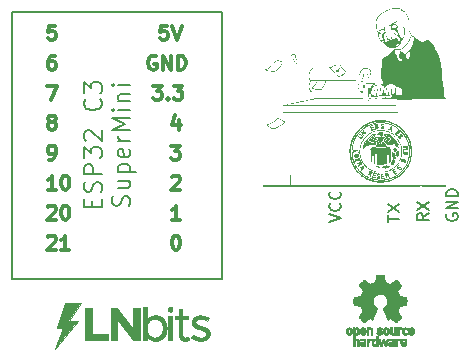
<source format=gbr>
%TF.GenerationSoftware,KiCad,Pcbnew,7.0.6-0*%
%TF.CreationDate,2023-11-30T09:39:26+00:00*%
%TF.ProjectId,TPoS Printer,54506f53-2050-4726-996e-7465722e6b69,rev?*%
%TF.SameCoordinates,Original*%
%TF.FileFunction,Legend,Top*%
%TF.FilePolarity,Positive*%
%FSLAX46Y46*%
G04 Gerber Fmt 4.6, Leading zero omitted, Abs format (unit mm)*
G04 Created by KiCad (PCBNEW 7.0.6-0) date 2023-11-30 09:39:26*
%MOMM*%
%LPD*%
G01*
G04 APERTURE LIST*
%ADD10C,0.150000*%
%ADD11C,0.000000*%
%ADD12C,0.026458*%
%ADD13C,0.300000*%
%ADD14C,0.200000*%
%ADD15C,0.010000*%
G04 APERTURE END LIST*
D10*
X66648000Y-47752000D02*
X84428000Y-47752000D01*
X84428000Y-70358000D01*
X66648000Y-70358000D01*
X66648000Y-47752000D01*
D11*
G36*
X99813172Y-59546891D02*
G01*
X99819087Y-59547389D01*
X99824221Y-59548353D01*
X99828604Y-59549891D01*
X99830524Y-59550908D01*
X99832268Y-59552110D01*
X99833840Y-59553510D01*
X99835244Y-59555120D01*
X99836483Y-59556956D01*
X99837562Y-59559030D01*
X99838484Y-59561355D01*
X99839254Y-59563947D01*
X99840351Y-59569980D01*
X99840883Y-59577238D01*
X99840882Y-59585829D01*
X99840379Y-59595862D01*
X99839404Y-59607446D01*
X99837989Y-59620688D01*
X99833963Y-59652583D01*
X99831760Y-59669468D01*
X99829936Y-59684477D01*
X99828521Y-59697719D01*
X99827546Y-59709303D01*
X99827234Y-59714506D01*
X99827043Y-59719335D01*
X99826977Y-59723804D01*
X99827042Y-59727927D01*
X99827239Y-59731716D01*
X99827574Y-59735185D01*
X99828050Y-59738348D01*
X99828671Y-59741218D01*
X99829440Y-59743809D01*
X99830362Y-59746135D01*
X99831441Y-59748209D01*
X99832681Y-59750044D01*
X99834084Y-59751655D01*
X99835656Y-59753054D01*
X99837400Y-59754256D01*
X99839320Y-59755274D01*
X99841420Y-59756121D01*
X99843703Y-59756811D01*
X99846174Y-59757358D01*
X99848837Y-59757775D01*
X99851695Y-59758076D01*
X99854752Y-59758274D01*
X99861479Y-59758416D01*
X99869541Y-59757968D01*
X99873368Y-59757408D01*
X99877060Y-59756622D01*
X99880617Y-59755609D01*
X99884040Y-59754370D01*
X99887329Y-59752902D01*
X99890484Y-59751206D01*
X99893505Y-59749280D01*
X99896394Y-59747125D01*
X99899150Y-59744738D01*
X99901774Y-59742119D01*
X99904266Y-59739268D01*
X99906627Y-59736184D01*
X99910956Y-59729312D01*
X99914763Y-59721497D01*
X99918054Y-59712734D01*
X99920829Y-59703016D01*
X99923093Y-59692336D01*
X99924848Y-59680689D01*
X99926098Y-59668069D01*
X99926846Y-59654469D01*
X99927095Y-59639882D01*
X99927222Y-59633033D01*
X99927616Y-59626761D01*
X99927918Y-59623835D01*
X99928295Y-59621046D01*
X99928747Y-59618392D01*
X99929278Y-59615871D01*
X99929889Y-59613480D01*
X99930583Y-59611217D01*
X99931362Y-59609080D01*
X99932229Y-59607066D01*
X99933186Y-59605172D01*
X99934236Y-59603398D01*
X99935379Y-59601739D01*
X99936620Y-59600195D01*
X99937960Y-59598762D01*
X99939401Y-59597438D01*
X99940946Y-59596222D01*
X99942598Y-59595110D01*
X99944358Y-59594100D01*
X99946229Y-59593191D01*
X99948213Y-59592379D01*
X99950312Y-59591662D01*
X99952530Y-59591039D01*
X99954867Y-59590506D01*
X99957327Y-59590061D01*
X99959912Y-59589703D01*
X99962624Y-59589428D01*
X99965465Y-59589235D01*
X99971545Y-59589083D01*
X99979018Y-59589199D01*
X99985589Y-59589616D01*
X99991298Y-59590436D01*
X99996185Y-59591761D01*
X99998333Y-59592646D01*
X100000291Y-59593695D01*
X100002063Y-59594921D01*
X100003655Y-59596338D01*
X100005072Y-59597958D01*
X100006319Y-59599794D01*
X100007401Y-59601858D01*
X100008323Y-59604164D01*
X100009089Y-59606724D01*
X100009706Y-59609551D01*
X100010509Y-59616058D01*
X100010773Y-59623786D01*
X100010538Y-59632838D01*
X100009844Y-59643316D01*
X100008732Y-59655323D01*
X100005412Y-59684332D01*
X100002842Y-59701099D01*
X100000732Y-59715772D01*
X99999142Y-59728492D01*
X99998136Y-59739398D01*
X99997870Y-59744215D01*
X99997774Y-59748630D01*
X99997854Y-59752662D01*
X99998119Y-59756328D01*
X99998576Y-59759644D01*
X99999233Y-59762629D01*
X100000098Y-59765301D01*
X100001179Y-59767676D01*
X100002482Y-59769771D01*
X100004017Y-59771606D01*
X100005790Y-59773196D01*
X100007810Y-59774559D01*
X100010084Y-59775713D01*
X100012620Y-59776675D01*
X100015426Y-59777463D01*
X100018509Y-59778094D01*
X100021877Y-59778585D01*
X100025539Y-59778954D01*
X100033772Y-59779396D01*
X100043270Y-59779559D01*
X100054095Y-59779582D01*
X100064575Y-59779515D01*
X100073839Y-59779247D01*
X100081963Y-59778675D01*
X100089020Y-59777697D01*
X100092172Y-59777023D01*
X100095085Y-59776210D01*
X100097768Y-59775244D01*
X100100232Y-59774112D01*
X100102484Y-59772803D01*
X100104535Y-59771302D01*
X100106394Y-59769597D01*
X100108070Y-59767676D01*
X100109572Y-59765525D01*
X100110910Y-59763132D01*
X100112093Y-59760483D01*
X100113130Y-59757568D01*
X100114031Y-59754371D01*
X100114804Y-59750881D01*
X100116007Y-59742970D01*
X100116814Y-59733732D01*
X100117297Y-59723064D01*
X100117533Y-59710865D01*
X100117595Y-59697031D01*
X100117868Y-59681380D01*
X100118211Y-59674019D01*
X100118691Y-59666968D01*
X100119308Y-59660228D01*
X100120065Y-59653797D01*
X100120960Y-59647677D01*
X100121994Y-59641866D01*
X100123168Y-59636366D01*
X100124481Y-59631175D01*
X100125935Y-59626295D01*
X100127530Y-59621725D01*
X100129265Y-59617465D01*
X100131142Y-59613515D01*
X100133161Y-59609875D01*
X100135323Y-59606545D01*
X100137626Y-59603525D01*
X100140073Y-59600815D01*
X100142663Y-59598415D01*
X100145397Y-59596325D01*
X100148276Y-59594545D01*
X100151298Y-59593076D01*
X100154466Y-59591916D01*
X100157779Y-59591066D01*
X100161238Y-59590527D01*
X100164843Y-59590297D01*
X100168594Y-59590378D01*
X100172492Y-59590769D01*
X100176538Y-59591469D01*
X100180731Y-59592480D01*
X100185072Y-59593801D01*
X100189562Y-59595432D01*
X100193656Y-59597258D01*
X100197210Y-59599620D01*
X100200231Y-59602609D01*
X100202725Y-59606313D01*
X100204698Y-59610824D01*
X100206156Y-59616231D01*
X100207106Y-59622624D01*
X100207553Y-59630093D01*
X100207505Y-59638727D01*
X100206966Y-59648618D01*
X100205944Y-59659854D01*
X100204445Y-59672525D01*
X100200038Y-59702535D01*
X100193796Y-59739365D01*
X100191368Y-59753071D01*
X100188856Y-59766361D01*
X100186275Y-59779167D01*
X100183642Y-59791422D01*
X100180972Y-59803056D01*
X100178280Y-59814003D01*
X100175582Y-59824192D01*
X100172893Y-59833557D01*
X100170229Y-59842029D01*
X100167606Y-59849540D01*
X100165038Y-59856021D01*
X100162542Y-59861405D01*
X100161325Y-59863664D01*
X100160132Y-59865622D01*
X100158965Y-59867273D01*
X100157825Y-59868606D01*
X100156714Y-59869614D01*
X100155635Y-59870288D01*
X100154589Y-59870619D01*
X100153579Y-59870599D01*
X100131750Y-59868383D01*
X100083728Y-59862397D01*
X99937678Y-59843082D01*
X99864819Y-59833404D01*
X99835768Y-59829134D01*
X99811208Y-59824792D01*
X99800510Y-59822489D01*
X99790814Y-59820042D01*
X99782079Y-59817407D01*
X99774265Y-59814544D01*
X99767332Y-59811409D01*
X99761239Y-59807961D01*
X99755946Y-59804157D01*
X99751412Y-59799955D01*
X99747598Y-59795312D01*
X99744463Y-59790187D01*
X99741966Y-59784537D01*
X99740068Y-59778321D01*
X99738728Y-59771495D01*
X99737906Y-59764017D01*
X99737561Y-59755846D01*
X99737654Y-59746939D01*
X99738989Y-59726747D01*
X99741590Y-59703105D01*
X99749296Y-59644115D01*
X99751658Y-59630116D01*
X99754008Y-59617446D01*
X99756383Y-59606048D01*
X99758820Y-59595862D01*
X99760074Y-59591206D01*
X99761357Y-59586830D01*
X99762673Y-59582728D01*
X99764029Y-59578892D01*
X99765428Y-59575315D01*
X99766875Y-59571989D01*
X99768375Y-59568908D01*
X99769933Y-59566064D01*
X99771552Y-59563449D01*
X99773238Y-59561056D01*
X99774995Y-59558877D01*
X99776828Y-59556906D01*
X99778742Y-59555135D01*
X99780741Y-59553557D01*
X99782830Y-59552164D01*
X99785014Y-59550949D01*
X99787297Y-59549904D01*
X99789683Y-59549023D01*
X99792178Y-59548297D01*
X99794787Y-59547720D01*
X99797513Y-59547284D01*
X99800361Y-59546982D01*
X99803337Y-59546806D01*
X99806445Y-59546749D01*
X99813172Y-59546891D01*
G37*
G36*
X97678702Y-61430827D02*
G01*
X97684744Y-61431546D01*
X97690949Y-61432719D01*
X97697291Y-61434324D01*
X97703746Y-61436340D01*
X97710290Y-61438745D01*
X97716898Y-61441518D01*
X97723547Y-61444638D01*
X97736865Y-61451834D01*
X97750050Y-61460162D01*
X97762907Y-61469451D01*
X97775239Y-61479530D01*
X97786853Y-61490230D01*
X97797551Y-61501379D01*
X97807140Y-61512807D01*
X97811457Y-61518572D01*
X97815423Y-61524344D01*
X97819014Y-61530100D01*
X97822205Y-61535818D01*
X97824973Y-61541479D01*
X97827292Y-61547061D01*
X97829138Y-61552541D01*
X97830487Y-61557900D01*
X97831314Y-61563115D01*
X97831596Y-61568165D01*
X97831370Y-61572556D01*
X97830713Y-61576603D01*
X97829649Y-61580310D01*
X97828206Y-61583680D01*
X97826409Y-61586717D01*
X97824284Y-61589424D01*
X97821859Y-61591805D01*
X97819160Y-61593863D01*
X97816213Y-61595601D01*
X97813044Y-61597024D01*
X97809679Y-61598134D01*
X97806146Y-61598935D01*
X97802470Y-61599431D01*
X97798678Y-61599625D01*
X97794796Y-61599521D01*
X97790850Y-61599121D01*
X97786867Y-61598431D01*
X97782873Y-61597452D01*
X97778895Y-61596188D01*
X97774959Y-61594644D01*
X97771090Y-61592822D01*
X97767317Y-61590727D01*
X97763664Y-61588360D01*
X97760158Y-61585727D01*
X97756827Y-61582830D01*
X97753695Y-61579673D01*
X97750789Y-61576260D01*
X97748136Y-61572593D01*
X97745763Y-61568677D01*
X97743694Y-61564515D01*
X97741958Y-61560110D01*
X97740579Y-61555466D01*
X97738890Y-61549760D01*
X97736987Y-61544544D01*
X97734854Y-61539811D01*
X97733697Y-61537624D01*
X97732476Y-61535556D01*
X97731191Y-61533606D01*
X97729838Y-61531773D01*
X97728417Y-61530055D01*
X97726924Y-61528454D01*
X97725359Y-61526967D01*
X97723719Y-61525594D01*
X97722002Y-61524334D01*
X97720206Y-61523187D01*
X97718330Y-61522151D01*
X97716371Y-61521226D01*
X97714328Y-61520411D01*
X97712198Y-61519706D01*
X97709980Y-61519109D01*
X97707672Y-61518620D01*
X97705271Y-61518237D01*
X97702777Y-61517961D01*
X97700186Y-61517790D01*
X97697497Y-61517724D01*
X97691817Y-61517903D01*
X97685722Y-61518491D01*
X97679196Y-61519482D01*
X97672504Y-61520627D01*
X97666319Y-61522069D01*
X97660636Y-61523795D01*
X97655454Y-61525791D01*
X97650769Y-61528044D01*
X97646580Y-61530542D01*
X97642882Y-61533271D01*
X97639674Y-61536217D01*
X97636953Y-61539368D01*
X97634716Y-61542711D01*
X97632960Y-61546232D01*
X97631683Y-61549918D01*
X97630882Y-61553755D01*
X97630554Y-61557732D01*
X97630696Y-61561834D01*
X97631307Y-61566049D01*
X97632382Y-61570363D01*
X97633920Y-61574763D01*
X97635917Y-61579235D01*
X97638372Y-61583768D01*
X97641280Y-61588347D01*
X97644640Y-61592959D01*
X97648449Y-61597591D01*
X97652704Y-61602231D01*
X97657403Y-61606864D01*
X97662542Y-61611478D01*
X97668119Y-61616059D01*
X97674131Y-61620594D01*
X97680576Y-61625071D01*
X97687451Y-61629475D01*
X97694753Y-61633795D01*
X97702479Y-61638015D01*
X97718804Y-61646356D01*
X97733667Y-61654734D01*
X97747090Y-61663186D01*
X97753270Y-61667452D01*
X97759100Y-61671750D01*
X97764582Y-61676086D01*
X97769720Y-61680463D01*
X97774518Y-61684887D01*
X97778977Y-61689361D01*
X97783101Y-61693892D01*
X97786894Y-61698483D01*
X97790358Y-61703140D01*
X97793496Y-61707866D01*
X97796312Y-61712666D01*
X97798808Y-61717546D01*
X97800989Y-61722509D01*
X97802856Y-61727561D01*
X97804413Y-61732705D01*
X97805663Y-61737948D01*
X97806609Y-61743292D01*
X97807254Y-61748744D01*
X97807602Y-61754307D01*
X97807655Y-61759986D01*
X97807417Y-61765787D01*
X97806891Y-61771713D01*
X97806079Y-61777769D01*
X97804985Y-61783960D01*
X97803612Y-61790290D01*
X97801963Y-61796765D01*
X97798337Y-61809123D01*
X97793847Y-61820794D01*
X97788543Y-61831771D01*
X97782478Y-61842050D01*
X97775705Y-61851625D01*
X97768276Y-61860491D01*
X97760243Y-61868643D01*
X97751659Y-61876074D01*
X97742575Y-61882780D01*
X97733044Y-61888754D01*
X97723119Y-61893993D01*
X97712852Y-61898489D01*
X97702294Y-61902238D01*
X97691499Y-61905235D01*
X97680519Y-61907473D01*
X97669406Y-61908948D01*
X97658213Y-61909654D01*
X97646991Y-61909586D01*
X97635793Y-61908738D01*
X97624671Y-61907104D01*
X97613678Y-61904680D01*
X97602866Y-61901460D01*
X97592288Y-61897439D01*
X97581995Y-61892610D01*
X97572040Y-61886969D01*
X97562475Y-61880510D01*
X97553353Y-61873229D01*
X97544726Y-61865118D01*
X97536646Y-61856174D01*
X97529166Y-61846389D01*
X97522337Y-61835761D01*
X97516213Y-61824281D01*
X97512677Y-61816314D01*
X97509602Y-61808690D01*
X97506979Y-61801417D01*
X97504799Y-61794503D01*
X97503051Y-61787957D01*
X97501725Y-61781786D01*
X97500813Y-61775999D01*
X97500305Y-61770604D01*
X97500190Y-61765609D01*
X97500459Y-61761022D01*
X97501103Y-61756851D01*
X97502111Y-61753104D01*
X97503475Y-61749791D01*
X97505184Y-61746917D01*
X97507228Y-61744493D01*
X97509598Y-61742525D01*
X97512285Y-61741023D01*
X97515278Y-61739994D01*
X97518568Y-61739446D01*
X97522145Y-61739388D01*
X97526000Y-61739827D01*
X97530123Y-61740772D01*
X97534503Y-61742231D01*
X97539132Y-61744212D01*
X97544000Y-61746724D01*
X97549097Y-61749773D01*
X97554413Y-61753369D01*
X97559939Y-61757520D01*
X97565665Y-61762234D01*
X97571582Y-61767518D01*
X97577679Y-61773382D01*
X97583946Y-61779832D01*
X97589596Y-61786007D01*
X97595410Y-61791821D01*
X97601354Y-61797264D01*
X97607395Y-61802322D01*
X97613497Y-61806983D01*
X97619627Y-61811235D01*
X97625752Y-61815065D01*
X97631835Y-61818461D01*
X97637845Y-61821411D01*
X97643746Y-61823902D01*
X97649504Y-61825921D01*
X97655086Y-61827457D01*
X97660456Y-61828497D01*
X97665582Y-61829028D01*
X97668043Y-61829099D01*
X97670429Y-61829039D01*
X97672737Y-61828844D01*
X97674963Y-61828516D01*
X97681047Y-61827172D01*
X97686602Y-61825531D01*
X97691634Y-61823604D01*
X97696146Y-61821405D01*
X97700143Y-61818945D01*
X97703631Y-61816237D01*
X97706613Y-61813294D01*
X97709094Y-61810127D01*
X97711079Y-61806749D01*
X97712573Y-61803173D01*
X97713580Y-61799411D01*
X97714105Y-61795476D01*
X97714152Y-61791379D01*
X97713726Y-61787133D01*
X97712833Y-61782751D01*
X97711475Y-61778245D01*
X97709659Y-61773627D01*
X97707389Y-61768910D01*
X97704669Y-61764106D01*
X97701504Y-61759228D01*
X97697899Y-61754287D01*
X97693858Y-61749297D01*
X97689386Y-61744270D01*
X97684488Y-61739218D01*
X97679168Y-61734154D01*
X97673431Y-61729090D01*
X97667282Y-61724038D01*
X97660725Y-61719011D01*
X97653765Y-61714021D01*
X97646406Y-61709081D01*
X97638654Y-61704203D01*
X97630513Y-61699399D01*
X97621025Y-61693931D01*
X97612012Y-61688252D01*
X97603475Y-61682371D01*
X97595418Y-61676301D01*
X97587843Y-61670053D01*
X97580753Y-61663638D01*
X97574150Y-61657067D01*
X97568038Y-61650352D01*
X97562419Y-61643503D01*
X97557295Y-61636532D01*
X97552670Y-61629450D01*
X97548546Y-61622269D01*
X97544925Y-61614999D01*
X97541812Y-61607652D01*
X97539207Y-61600239D01*
X97537115Y-61592772D01*
X97535537Y-61585261D01*
X97534477Y-61577718D01*
X97533937Y-61570154D01*
X97533919Y-61562580D01*
X97534427Y-61555008D01*
X97535464Y-61547449D01*
X97537031Y-61539914D01*
X97539132Y-61532413D01*
X97541770Y-61524960D01*
X97544946Y-61517564D01*
X97548665Y-61510237D01*
X97552928Y-61502991D01*
X97557738Y-61495836D01*
X97563098Y-61488783D01*
X97569011Y-61481845D01*
X97575479Y-61475031D01*
X97580433Y-61470347D01*
X97585740Y-61465829D01*
X97591357Y-61461498D01*
X97597241Y-61457371D01*
X97603348Y-61453468D01*
X97609635Y-61449806D01*
X97616059Y-61446405D01*
X97622575Y-61443282D01*
X97629141Y-61440458D01*
X97635713Y-61437950D01*
X97642248Y-61435776D01*
X97648703Y-61433956D01*
X97655033Y-61432508D01*
X97661196Y-61431451D01*
X97667148Y-61430803D01*
X97672846Y-61430583D01*
X97678702Y-61430827D01*
G37*
D12*
X80180655Y-75565000D02*
X79882999Y-75565000D01*
X79882999Y-73513157D01*
X80180655Y-73513157D01*
X80180655Y-75565000D01*
G36*
X80180655Y-75565000D02*
G01*
X79882999Y-75565000D01*
X79882999Y-73513157D01*
X80180655Y-73513157D01*
X80180655Y-75565000D01*
G37*
D11*
G36*
X97982243Y-56927154D02*
G01*
X98103588Y-56932434D01*
X98214613Y-56941335D01*
X98264582Y-56947135D01*
X98309962Y-56953832D01*
X98414619Y-56974212D01*
X98518173Y-56998795D01*
X98620511Y-57027521D01*
X98721522Y-57060327D01*
X98821094Y-57097152D01*
X98919116Y-57137933D01*
X99015476Y-57182608D01*
X99110062Y-57231116D01*
X99202764Y-57283394D01*
X99293468Y-57339380D01*
X99382064Y-57399012D01*
X99468440Y-57462229D01*
X99552485Y-57528968D01*
X99634086Y-57599167D01*
X99713132Y-57672765D01*
X99789512Y-57749698D01*
X99929168Y-57907757D01*
X100054368Y-58074169D01*
X100164996Y-58248059D01*
X100260933Y-58428553D01*
X100342062Y-58614778D01*
X100408265Y-58805858D01*
X100459423Y-59000919D01*
X100495420Y-59199086D01*
X100516137Y-59399486D01*
X100521457Y-59601245D01*
X100511261Y-59803486D01*
X100485432Y-60005338D01*
X100443852Y-60205924D01*
X100386403Y-60404371D01*
X100312968Y-60599804D01*
X100223428Y-60791349D01*
X100133186Y-60953017D01*
X100032709Y-61106794D01*
X99922577Y-61252330D01*
X99803370Y-61389274D01*
X99675666Y-61517276D01*
X99540047Y-61635985D01*
X99397092Y-61745052D01*
X99247381Y-61844126D01*
X99091494Y-61932856D01*
X98930009Y-62010892D01*
X98763509Y-62077884D01*
X98592571Y-62133481D01*
X98417776Y-62177333D01*
X98239703Y-62209090D01*
X98058934Y-62228401D01*
X97876046Y-62234915D01*
X97739707Y-62231721D01*
X97605373Y-62222158D01*
X97473117Y-62206257D01*
X97343010Y-62184049D01*
X97215123Y-62155566D01*
X97089527Y-62120838D01*
X96966293Y-62079897D01*
X96845494Y-62032773D01*
X96727200Y-61979498D01*
X96611482Y-61920102D01*
X96498413Y-61854617D01*
X96388063Y-61783073D01*
X96280503Y-61705501D01*
X96175805Y-61621933D01*
X96074040Y-61532400D01*
X95975280Y-61436932D01*
X95908434Y-61366962D01*
X95844435Y-61295186D01*
X95783301Y-61221629D01*
X95725050Y-61146320D01*
X95669701Y-61069288D01*
X95617273Y-60990559D01*
X95567785Y-60910163D01*
X95521254Y-60828126D01*
X95477700Y-60744477D01*
X95437142Y-60659243D01*
X95399597Y-60572453D01*
X95365084Y-60484135D01*
X95333622Y-60394315D01*
X95305230Y-60303023D01*
X95279926Y-60210286D01*
X95257729Y-60116132D01*
X95248306Y-60067135D01*
X95239895Y-60014172D01*
X95226178Y-59898545D01*
X95216727Y-59773641D01*
X95211692Y-59643851D01*
X95211455Y-59578499D01*
X95333929Y-59578499D01*
X95337453Y-59713334D01*
X95347903Y-59846262D01*
X95365100Y-59977112D01*
X95388863Y-60105714D01*
X95419015Y-60231898D01*
X95455373Y-60355494D01*
X95497759Y-60476329D01*
X95545993Y-60594234D01*
X95599894Y-60709039D01*
X95659284Y-60820573D01*
X95723982Y-60928665D01*
X95793808Y-61033145D01*
X95868583Y-61133842D01*
X95948126Y-61230586D01*
X96032259Y-61323206D01*
X96120800Y-61411532D01*
X96213571Y-61495393D01*
X96310391Y-61574619D01*
X96411080Y-61649038D01*
X96515459Y-61718482D01*
X96623348Y-61782778D01*
X96734567Y-61841757D01*
X96848937Y-61895247D01*
X96966276Y-61943080D01*
X97086406Y-61985083D01*
X97209147Y-62021086D01*
X97334319Y-62050920D01*
X97461742Y-62074412D01*
X97591236Y-62091394D01*
X97722621Y-62101693D01*
X97855718Y-62105141D01*
X97990346Y-62101565D01*
X98040592Y-62098522D01*
X98093468Y-62094289D01*
X98147434Y-62089064D01*
X98200954Y-62083045D01*
X98252490Y-62076430D01*
X98300504Y-62069419D01*
X98343457Y-62062209D01*
X98379812Y-62054999D01*
X98543381Y-62014775D01*
X98702819Y-61964189D01*
X98857718Y-61903594D01*
X99007668Y-61833344D01*
X99152261Y-61753792D01*
X99291087Y-61665292D01*
X99423736Y-61568197D01*
X99549799Y-61462861D01*
X99668868Y-61349637D01*
X99780532Y-61228879D01*
X99884383Y-61100939D01*
X99980011Y-60966172D01*
X100067008Y-60824931D01*
X100144963Y-60677570D01*
X100213467Y-60524441D01*
X100272111Y-60365899D01*
X100302821Y-60266073D01*
X100329071Y-60163692D01*
X100350870Y-60059127D01*
X100368222Y-59952753D01*
X100381134Y-59844939D01*
X100389612Y-59736059D01*
X100393662Y-59626484D01*
X100393291Y-59516587D01*
X100388505Y-59406739D01*
X100379310Y-59297313D01*
X100365712Y-59188681D01*
X100347717Y-59081215D01*
X100325332Y-58975286D01*
X100298562Y-58871268D01*
X100267415Y-58769531D01*
X100231896Y-58670449D01*
X100167689Y-58518745D01*
X100094378Y-58372607D01*
X100012337Y-58232341D01*
X99921936Y-58098254D01*
X99823548Y-57970654D01*
X99717545Y-57849848D01*
X99604299Y-57736142D01*
X99484183Y-57629843D01*
X99357567Y-57531258D01*
X99224825Y-57440695D01*
X99086328Y-57358459D01*
X98942448Y-57284859D01*
X98793558Y-57220201D01*
X98640030Y-57164792D01*
X98482235Y-57118939D01*
X98320546Y-57082949D01*
X98276836Y-57075508D01*
X98227946Y-57069059D01*
X98117511Y-57059137D01*
X97995022Y-57053184D01*
X97866256Y-57051199D01*
X97736995Y-57053184D01*
X97613017Y-57059137D01*
X97500102Y-57069059D01*
X97449599Y-57075508D01*
X97404030Y-57082949D01*
X97293244Y-57105631D01*
X97184398Y-57133113D01*
X97077594Y-57165273D01*
X96972937Y-57201987D01*
X96870528Y-57243131D01*
X96770473Y-57288583D01*
X96672874Y-57338219D01*
X96577835Y-57391916D01*
X96485459Y-57449551D01*
X96395851Y-57511000D01*
X96309112Y-57576141D01*
X96225348Y-57644850D01*
X96144661Y-57717003D01*
X96067154Y-57792478D01*
X95992932Y-57871151D01*
X95922098Y-57952899D01*
X95854755Y-58037599D01*
X95791007Y-58125127D01*
X95730957Y-58215361D01*
X95674709Y-58308177D01*
X95622365Y-58403451D01*
X95574031Y-58501061D01*
X95529809Y-58600883D01*
X95489802Y-58702795D01*
X95454114Y-58806672D01*
X95422850Y-58912391D01*
X95396111Y-59019830D01*
X95374001Y-59128865D01*
X95356625Y-59239372D01*
X95344085Y-59351229D01*
X95336486Y-59464313D01*
X95333929Y-59578499D01*
X95211455Y-59578499D01*
X95211221Y-59513564D01*
X95215462Y-59387172D01*
X95219397Y-59326809D01*
X95224565Y-59269065D01*
X95230987Y-59214490D01*
X95238679Y-59163632D01*
X95258231Y-59057308D01*
X95281190Y-58953396D01*
X95307591Y-58851828D01*
X95337468Y-58752536D01*
X95370855Y-58655451D01*
X95407785Y-58560506D01*
X95448294Y-58467633D01*
X95492415Y-58376762D01*
X95540182Y-58287826D01*
X95591630Y-58200756D01*
X95646792Y-58115485D01*
X95705702Y-58031944D01*
X95768396Y-57950065D01*
X95834906Y-57869779D01*
X95905267Y-57791019D01*
X95979513Y-57713716D01*
X96055485Y-57639675D01*
X96133364Y-57569163D01*
X96213122Y-57502185D01*
X96294731Y-57438748D01*
X96378163Y-57378858D01*
X96463390Y-57322521D01*
X96550385Y-57269744D01*
X96639119Y-57220532D01*
X96729565Y-57174893D01*
X96821694Y-57132831D01*
X96915479Y-57094354D01*
X97010892Y-57059467D01*
X97107905Y-57028177D01*
X97206489Y-57000490D01*
X97306618Y-56976412D01*
X97408263Y-56955949D01*
X97452155Y-56948879D01*
X97500834Y-56942749D01*
X97609875Y-56933294D01*
X97730029Y-56927560D01*
X97855938Y-56925521D01*
X97982243Y-56927154D01*
G37*
G36*
X98810521Y-57431207D02*
G01*
X98814848Y-57432338D01*
X98818879Y-57434093D01*
X98822615Y-57436470D01*
X98826061Y-57439467D01*
X98829220Y-57443080D01*
X98832096Y-57447308D01*
X98834692Y-57452148D01*
X98837012Y-57457599D01*
X98838601Y-57467407D01*
X98838711Y-57484966D01*
X98835127Y-57538826D01*
X98827524Y-57610148D01*
X98817168Y-57689903D01*
X98805324Y-57769063D01*
X98793257Y-57838599D01*
X98782231Y-57889482D01*
X98777504Y-57905107D01*
X98773512Y-57912682D01*
X98771660Y-57914434D01*
X98769683Y-57915731D01*
X98767593Y-57916591D01*
X98765401Y-57917031D01*
X98763120Y-57917068D01*
X98760760Y-57916719D01*
X98758333Y-57916001D01*
X98755851Y-57914931D01*
X98753326Y-57913526D01*
X98750770Y-57911804D01*
X98748193Y-57909780D01*
X98745607Y-57907473D01*
X98740457Y-57902076D01*
X98735413Y-57895749D01*
X98730566Y-57888628D01*
X98726012Y-57880850D01*
X98721841Y-57872550D01*
X98718148Y-57863867D01*
X98715026Y-57854935D01*
X98712567Y-57845891D01*
X98710865Y-57836873D01*
X98710326Y-57832415D01*
X98710012Y-57828015D01*
X98709695Y-57821754D01*
X98708767Y-57815678D01*
X98707260Y-57809797D01*
X98705208Y-57804124D01*
X98702645Y-57798670D01*
X98699603Y-57793445D01*
X98696117Y-57788462D01*
X98692219Y-57783731D01*
X98687943Y-57779263D01*
X98683321Y-57775070D01*
X98678388Y-57771163D01*
X98673177Y-57767554D01*
X98667721Y-57764253D01*
X98662054Y-57761272D01*
X98656208Y-57758621D01*
X98650217Y-57756313D01*
X98644114Y-57754359D01*
X98637933Y-57752769D01*
X98631707Y-57751555D01*
X98625470Y-57750728D01*
X98619254Y-57750300D01*
X98613093Y-57750281D01*
X98607021Y-57750683D01*
X98601070Y-57751518D01*
X98595275Y-57752796D01*
X98589667Y-57754528D01*
X98584282Y-57756726D01*
X98579151Y-57759402D01*
X98574309Y-57762565D01*
X98569789Y-57766229D01*
X98565623Y-57770403D01*
X98561846Y-57775099D01*
X98559524Y-57777982D01*
X98556939Y-57780680D01*
X98554113Y-57783191D01*
X98551068Y-57785517D01*
X98547826Y-57787656D01*
X98544410Y-57789610D01*
X98540840Y-57791377D01*
X98537140Y-57792958D01*
X98533332Y-57794354D01*
X98529437Y-57795563D01*
X98525478Y-57796586D01*
X98521476Y-57797423D01*
X98517454Y-57798075D01*
X98513435Y-57798540D01*
X98509439Y-57798819D01*
X98505490Y-57798912D01*
X98501608Y-57798819D01*
X98497817Y-57798540D01*
X98494139Y-57798075D01*
X98490594Y-57797423D01*
X98487207Y-57796586D01*
X98483998Y-57795563D01*
X98480990Y-57794354D01*
X98478205Y-57792958D01*
X98475664Y-57791377D01*
X98473391Y-57789610D01*
X98471407Y-57787656D01*
X98469734Y-57785517D01*
X98468394Y-57783191D01*
X98467410Y-57780680D01*
X98466803Y-57777982D01*
X98466596Y-57775099D01*
X98467328Y-57773428D01*
X98469478Y-57770063D01*
X98477742Y-57758628D01*
X98508136Y-57719536D01*
X98553214Y-57663776D01*
X98608413Y-57597300D01*
X98633049Y-57568895D01*
X98656174Y-57543201D01*
X98667180Y-57531364D01*
X98677818Y-57520197D01*
X98688093Y-57509699D01*
X98698007Y-57499867D01*
X98707565Y-57490698D01*
X98716770Y-57482190D01*
X98725626Y-57474341D01*
X98734135Y-57467149D01*
X98742302Y-57460611D01*
X98750130Y-57454725D01*
X98757622Y-57449489D01*
X98764781Y-57444899D01*
X98771612Y-57440955D01*
X98778118Y-57437653D01*
X98784303Y-57434992D01*
X98790169Y-57432968D01*
X98795720Y-57431580D01*
X98800960Y-57430826D01*
X98805893Y-57430702D01*
X98810521Y-57431207D01*
G37*
D12*
X82637704Y-73466493D02*
X82684523Y-73469377D01*
X82731466Y-73474183D01*
X82778533Y-73480911D01*
X82825724Y-73489561D01*
X82873039Y-73500134D01*
X82920478Y-73512630D01*
X82968041Y-73527047D01*
X83015294Y-73543140D01*
X83061803Y-73560658D01*
X83107567Y-73579602D01*
X83152588Y-73599973D01*
X83196864Y-73621770D01*
X83240397Y-73644994D01*
X83283185Y-73669643D01*
X83325229Y-73695719D01*
X83182353Y-73925907D01*
X83144231Y-73902358D01*
X83106265Y-73880328D01*
X83068453Y-73859818D01*
X83030796Y-73840827D01*
X82993295Y-73823355D01*
X82955948Y-73807402D01*
X82918757Y-73792969D01*
X82881720Y-73780055D01*
X82844839Y-73768661D01*
X82808113Y-73758785D01*
X82771541Y-73750429D01*
X82735125Y-73743592D01*
X82698863Y-73738275D01*
X82662757Y-73734477D01*
X82626806Y-73732198D01*
X82591009Y-73731438D01*
X82568437Y-73731748D01*
X82546361Y-73732678D01*
X82524781Y-73734229D01*
X82503697Y-73736399D01*
X82483109Y-73739190D01*
X82463017Y-73742600D01*
X82443422Y-73746631D01*
X82424322Y-73751282D01*
X82405719Y-73756553D01*
X82387611Y-73762444D01*
X82370000Y-73768955D01*
X82352885Y-73776087D01*
X82336266Y-73783838D01*
X82320143Y-73792210D01*
X82304516Y-73801201D01*
X82289385Y-73810813D01*
X82274967Y-73820983D01*
X82261480Y-73831649D01*
X82248922Y-73842811D01*
X82237295Y-73854469D01*
X82226598Y-73866624D01*
X82216831Y-73879274D01*
X82207994Y-73892421D01*
X82200088Y-73906063D01*
X82193112Y-73920202D01*
X82187065Y-73934837D01*
X82181949Y-73949967D01*
X82177764Y-73965594D01*
X82174508Y-73981717D01*
X82172183Y-73998336D01*
X82170787Y-74015452D01*
X82170322Y-74033063D01*
X82170524Y-74043853D01*
X82171128Y-74054395D01*
X82172136Y-74064689D01*
X82173547Y-74074735D01*
X82175361Y-74084533D01*
X82177578Y-74094083D01*
X82180198Y-74103384D01*
X82183221Y-74112438D01*
X82186647Y-74121244D01*
X82190476Y-74129801D01*
X82194708Y-74138111D01*
X82199344Y-74146172D01*
X82204382Y-74153986D01*
X82209824Y-74161551D01*
X82215668Y-74168869D01*
X82221916Y-74175938D01*
X82228567Y-74182837D01*
X82235621Y-74189643D01*
X82243077Y-74196355D01*
X82250937Y-74202975D01*
X82259200Y-74209502D01*
X82267867Y-74215936D01*
X82276936Y-74222276D01*
X82286408Y-74228524D01*
X82296283Y-74234679D01*
X82306562Y-74240740D01*
X82317243Y-74246709D01*
X82328328Y-74252585D01*
X82339816Y-74258367D01*
X82351707Y-74264057D01*
X82364000Y-74269653D01*
X82376697Y-74275157D01*
X82404354Y-74286505D01*
X82435732Y-74298721D01*
X82509650Y-74325758D01*
X82598451Y-74356268D01*
X82702135Y-74390251D01*
X82755403Y-74407056D01*
X82806067Y-74423737D01*
X82854126Y-74440294D01*
X82899580Y-74456727D01*
X82942430Y-74473036D01*
X82982676Y-74489221D01*
X83020317Y-74505282D01*
X83055353Y-74521219D01*
X83072050Y-74529351D01*
X83088406Y-74537869D01*
X83104420Y-74546776D01*
X83120094Y-74556070D01*
X83135426Y-74565751D01*
X83150418Y-74575821D01*
X83165068Y-74586277D01*
X83179377Y-74597122D01*
X83193345Y-74608354D01*
X83206972Y-74619973D01*
X83220258Y-74631980D01*
X83233203Y-74644375D01*
X83245807Y-74657157D01*
X83258070Y-74670326D01*
X83269991Y-74683884D01*
X83281572Y-74697829D01*
X83292626Y-74712239D01*
X83302966Y-74727191D01*
X83312593Y-74742686D01*
X83321508Y-74758724D01*
X83329709Y-74775305D01*
X83337197Y-74792428D01*
X83343971Y-74810093D01*
X83350033Y-74828301D01*
X83355381Y-74847052D01*
X83360017Y-74866346D01*
X83363939Y-74886182D01*
X83367148Y-74906560D01*
X83369644Y-74927481D01*
X83371427Y-74948945D01*
X83372496Y-74970952D01*
X83372853Y-74993501D01*
X83372024Y-75027809D01*
X83369535Y-75061279D01*
X83365388Y-75093913D01*
X83359583Y-75125710D01*
X83352118Y-75156669D01*
X83342995Y-75186791D01*
X83332212Y-75216076D01*
X83319771Y-75244524D01*
X83305672Y-75272135D01*
X83289913Y-75298908D01*
X83272495Y-75324845D01*
X83253419Y-75349944D01*
X83232684Y-75374206D01*
X83210290Y-75397631D01*
X83186237Y-75420219D01*
X83160525Y-75441969D01*
X83133542Y-75462635D01*
X83105676Y-75481967D01*
X83076926Y-75499966D01*
X83047292Y-75516631D01*
X83016774Y-75531964D01*
X82985373Y-75545963D01*
X82953088Y-75558629D01*
X82919920Y-75569961D01*
X82885867Y-75579961D01*
X82850932Y-75588627D01*
X82815112Y-75595960D01*
X82778409Y-75601960D01*
X82740822Y-75606626D01*
X82702352Y-75609959D01*
X82662998Y-75611959D01*
X82622760Y-75612626D01*
X82595451Y-75612316D01*
X82568097Y-75611385D01*
X82540695Y-75609835D01*
X82513247Y-75607665D01*
X82485753Y-75604874D01*
X82458212Y-75601463D01*
X82430624Y-75597433D01*
X82402990Y-75592782D01*
X82375310Y-75587511D01*
X82347583Y-75581620D01*
X82291989Y-75567977D01*
X82236210Y-75551854D01*
X82180244Y-75533251D01*
X82152378Y-75523065D01*
X82124837Y-75512353D01*
X82097621Y-75501113D01*
X82070732Y-75489346D01*
X82044167Y-75477052D01*
X82017929Y-75464232D01*
X81992015Y-75450883D01*
X81966428Y-75437008D01*
X81941166Y-75422606D01*
X81916229Y-75407677D01*
X81891619Y-75392220D01*
X81867333Y-75376237D01*
X81843373Y-75359726D01*
X81819739Y-75342688D01*
X81796430Y-75325124D01*
X81773447Y-75307032D01*
X81928229Y-75088751D01*
X81972334Y-75119989D01*
X82016347Y-75149212D01*
X82060267Y-75176420D01*
X82104094Y-75201612D01*
X82147828Y-75224789D01*
X82191468Y-75245950D01*
X82235016Y-75265096D01*
X82278471Y-75282227D01*
X82321833Y-75297342D01*
X82365101Y-75310442D01*
X82408277Y-75321527D01*
X82451360Y-75330596D01*
X82494349Y-75337650D01*
X82537246Y-75342689D01*
X82580049Y-75345712D01*
X82622760Y-75346719D01*
X82647758Y-75346378D01*
X82672152Y-75345355D01*
X82695941Y-75343650D01*
X82719126Y-75341262D01*
X82741706Y-75338193D01*
X82763681Y-75334441D01*
X82785052Y-75330007D01*
X82805818Y-75324891D01*
X82825980Y-75319093D01*
X82845537Y-75312613D01*
X82864489Y-75305450D01*
X82882837Y-75297606D01*
X82900580Y-75289079D01*
X82917719Y-75279871D01*
X82934253Y-75269980D01*
X82950182Y-75259407D01*
X82965321Y-75248260D01*
X82979483Y-75236648D01*
X82992668Y-75224572D01*
X83004876Y-75212030D01*
X83016108Y-75199023D01*
X83026363Y-75185551D01*
X83035642Y-75171614D01*
X83043943Y-75157211D01*
X83051268Y-75142344D01*
X83057617Y-75127012D01*
X83062988Y-75111214D01*
X83067383Y-75094952D01*
X83070802Y-75078224D01*
X83073243Y-75061031D01*
X83074708Y-75043373D01*
X83075197Y-75025251D01*
X83074933Y-75012484D01*
X83074143Y-74999981D01*
X83072825Y-74987741D01*
X83070980Y-74975765D01*
X83068608Y-74964053D01*
X83065709Y-74952604D01*
X83062283Y-74941418D01*
X83058330Y-74930497D01*
X83053850Y-74919838D01*
X83048842Y-74909444D01*
X83043308Y-74899312D01*
X83037246Y-74889445D01*
X83030657Y-74879841D01*
X83023542Y-74870500D01*
X83015899Y-74861423D01*
X83007728Y-74852610D01*
X82999163Y-74844044D01*
X82990334Y-74835712D01*
X82981242Y-74827611D01*
X82971886Y-74819744D01*
X82962266Y-74812108D01*
X82952383Y-74804706D01*
X82942236Y-74797536D01*
X82931826Y-74790598D01*
X82921152Y-74783893D01*
X82910215Y-74777421D01*
X82899014Y-74771181D01*
X82887550Y-74765173D01*
X82875822Y-74759398D01*
X82863830Y-74753856D01*
X82851575Y-74748546D01*
X82839056Y-74743469D01*
X82812546Y-74733361D01*
X82783618Y-74722881D01*
X82718506Y-74700805D01*
X82643719Y-74677241D01*
X82559260Y-74652188D01*
X82512999Y-74638708D01*
X82468474Y-74625058D01*
X82425686Y-74611237D01*
X82384635Y-74597246D01*
X82345319Y-74583084D01*
X82307740Y-74568751D01*
X82271897Y-74554248D01*
X82237791Y-74539575D01*
X82205421Y-74524731D01*
X82174787Y-74509716D01*
X82145890Y-74494531D01*
X82118729Y-74479175D01*
X82093304Y-74463649D01*
X82069615Y-74447952D01*
X82047663Y-74432085D01*
X82027447Y-74416047D01*
X82008704Y-74399576D01*
X81991170Y-74382406D01*
X81974846Y-74364539D01*
X81959730Y-74345974D01*
X81945824Y-74326712D01*
X81933127Y-74306752D01*
X81921640Y-74286094D01*
X81911361Y-74264739D01*
X81902292Y-74242686D01*
X81894432Y-74219935D01*
X81887781Y-74196487D01*
X81882340Y-74172341D01*
X81878108Y-74147498D01*
X81875084Y-74121957D01*
X81873271Y-74095718D01*
X81872666Y-74068782D01*
X81873457Y-74034978D01*
X81875829Y-74002026D01*
X81879782Y-73969927D01*
X81885316Y-73938681D01*
X81892432Y-73908288D01*
X81901129Y-73878747D01*
X81911408Y-73850059D01*
X81923267Y-73822223D01*
X81936708Y-73795240D01*
X81951731Y-73769110D01*
X81968334Y-73743833D01*
X81986519Y-73719408D01*
X82006286Y-73695836D01*
X82027633Y-73673116D01*
X82050562Y-73651249D01*
X82075072Y-73630235D01*
X82100807Y-73610290D01*
X82127410Y-73591633D01*
X82154881Y-73574262D01*
X82183221Y-73558177D01*
X82212428Y-73543380D01*
X82242504Y-73529869D01*
X82273448Y-73517645D01*
X82305260Y-73506708D01*
X82337940Y-73497057D01*
X82371488Y-73488693D01*
X82405905Y-73481616D01*
X82441189Y-73475826D01*
X82477342Y-73471322D01*
X82514363Y-73468105D01*
X82552252Y-73466175D01*
X82591009Y-73465532D01*
X82637704Y-73466493D01*
G36*
X82637704Y-73466493D02*
G01*
X82684523Y-73469377D01*
X82731466Y-73474183D01*
X82778533Y-73480911D01*
X82825724Y-73489561D01*
X82873039Y-73500134D01*
X82920478Y-73512630D01*
X82968041Y-73527047D01*
X83015294Y-73543140D01*
X83061803Y-73560658D01*
X83107567Y-73579602D01*
X83152588Y-73599973D01*
X83196864Y-73621770D01*
X83240397Y-73644994D01*
X83283185Y-73669643D01*
X83325229Y-73695719D01*
X83182353Y-73925907D01*
X83144231Y-73902358D01*
X83106265Y-73880328D01*
X83068453Y-73859818D01*
X83030796Y-73840827D01*
X82993295Y-73823355D01*
X82955948Y-73807402D01*
X82918757Y-73792969D01*
X82881720Y-73780055D01*
X82844839Y-73768661D01*
X82808113Y-73758785D01*
X82771541Y-73750429D01*
X82735125Y-73743592D01*
X82698863Y-73738275D01*
X82662757Y-73734477D01*
X82626806Y-73732198D01*
X82591009Y-73731438D01*
X82568437Y-73731748D01*
X82546361Y-73732678D01*
X82524781Y-73734229D01*
X82503697Y-73736399D01*
X82483109Y-73739190D01*
X82463017Y-73742600D01*
X82443422Y-73746631D01*
X82424322Y-73751282D01*
X82405719Y-73756553D01*
X82387611Y-73762444D01*
X82370000Y-73768955D01*
X82352885Y-73776087D01*
X82336266Y-73783838D01*
X82320143Y-73792210D01*
X82304516Y-73801201D01*
X82289385Y-73810813D01*
X82274967Y-73820983D01*
X82261480Y-73831649D01*
X82248922Y-73842811D01*
X82237295Y-73854469D01*
X82226598Y-73866624D01*
X82216831Y-73879274D01*
X82207994Y-73892421D01*
X82200088Y-73906063D01*
X82193112Y-73920202D01*
X82187065Y-73934837D01*
X82181949Y-73949967D01*
X82177764Y-73965594D01*
X82174508Y-73981717D01*
X82172183Y-73998336D01*
X82170787Y-74015452D01*
X82170322Y-74033063D01*
X82170524Y-74043853D01*
X82171128Y-74054395D01*
X82172136Y-74064689D01*
X82173547Y-74074735D01*
X82175361Y-74084533D01*
X82177578Y-74094083D01*
X82180198Y-74103384D01*
X82183221Y-74112438D01*
X82186647Y-74121244D01*
X82190476Y-74129801D01*
X82194708Y-74138111D01*
X82199344Y-74146172D01*
X82204382Y-74153986D01*
X82209824Y-74161551D01*
X82215668Y-74168869D01*
X82221916Y-74175938D01*
X82228567Y-74182837D01*
X82235621Y-74189643D01*
X82243077Y-74196355D01*
X82250937Y-74202975D01*
X82259200Y-74209502D01*
X82267867Y-74215936D01*
X82276936Y-74222276D01*
X82286408Y-74228524D01*
X82296283Y-74234679D01*
X82306562Y-74240740D01*
X82317243Y-74246709D01*
X82328328Y-74252585D01*
X82339816Y-74258367D01*
X82351707Y-74264057D01*
X82364000Y-74269653D01*
X82376697Y-74275157D01*
X82404354Y-74286505D01*
X82435732Y-74298721D01*
X82509650Y-74325758D01*
X82598451Y-74356268D01*
X82702135Y-74390251D01*
X82755403Y-74407056D01*
X82806067Y-74423737D01*
X82854126Y-74440294D01*
X82899580Y-74456727D01*
X82942430Y-74473036D01*
X82982676Y-74489221D01*
X83020317Y-74505282D01*
X83055353Y-74521219D01*
X83072050Y-74529351D01*
X83088406Y-74537869D01*
X83104420Y-74546776D01*
X83120094Y-74556070D01*
X83135426Y-74565751D01*
X83150418Y-74575821D01*
X83165068Y-74586277D01*
X83179377Y-74597122D01*
X83193345Y-74608354D01*
X83206972Y-74619973D01*
X83220258Y-74631980D01*
X83233203Y-74644375D01*
X83245807Y-74657157D01*
X83258070Y-74670326D01*
X83269991Y-74683884D01*
X83281572Y-74697829D01*
X83292626Y-74712239D01*
X83302966Y-74727191D01*
X83312593Y-74742686D01*
X83321508Y-74758724D01*
X83329709Y-74775305D01*
X83337197Y-74792428D01*
X83343971Y-74810093D01*
X83350033Y-74828301D01*
X83355381Y-74847052D01*
X83360017Y-74866346D01*
X83363939Y-74886182D01*
X83367148Y-74906560D01*
X83369644Y-74927481D01*
X83371427Y-74948945D01*
X83372496Y-74970952D01*
X83372853Y-74993501D01*
X83372024Y-75027809D01*
X83369535Y-75061279D01*
X83365388Y-75093913D01*
X83359583Y-75125710D01*
X83352118Y-75156669D01*
X83342995Y-75186791D01*
X83332212Y-75216076D01*
X83319771Y-75244524D01*
X83305672Y-75272135D01*
X83289913Y-75298908D01*
X83272495Y-75324845D01*
X83253419Y-75349944D01*
X83232684Y-75374206D01*
X83210290Y-75397631D01*
X83186237Y-75420219D01*
X83160525Y-75441969D01*
X83133542Y-75462635D01*
X83105676Y-75481967D01*
X83076926Y-75499966D01*
X83047292Y-75516631D01*
X83016774Y-75531964D01*
X82985373Y-75545963D01*
X82953088Y-75558629D01*
X82919920Y-75569961D01*
X82885867Y-75579961D01*
X82850932Y-75588627D01*
X82815112Y-75595960D01*
X82778409Y-75601960D01*
X82740822Y-75606626D01*
X82702352Y-75609959D01*
X82662998Y-75611959D01*
X82622760Y-75612626D01*
X82595451Y-75612316D01*
X82568097Y-75611385D01*
X82540695Y-75609835D01*
X82513247Y-75607665D01*
X82485753Y-75604874D01*
X82458212Y-75601463D01*
X82430624Y-75597433D01*
X82402990Y-75592782D01*
X82375310Y-75587511D01*
X82347583Y-75581620D01*
X82291989Y-75567977D01*
X82236210Y-75551854D01*
X82180244Y-75533251D01*
X82152378Y-75523065D01*
X82124837Y-75512353D01*
X82097621Y-75501113D01*
X82070732Y-75489346D01*
X82044167Y-75477052D01*
X82017929Y-75464232D01*
X81992015Y-75450883D01*
X81966428Y-75437008D01*
X81941166Y-75422606D01*
X81916229Y-75407677D01*
X81891619Y-75392220D01*
X81867333Y-75376237D01*
X81843373Y-75359726D01*
X81819739Y-75342688D01*
X81796430Y-75325124D01*
X81773447Y-75307032D01*
X81928229Y-75088751D01*
X81972334Y-75119989D01*
X82016347Y-75149212D01*
X82060267Y-75176420D01*
X82104094Y-75201612D01*
X82147828Y-75224789D01*
X82191468Y-75245950D01*
X82235016Y-75265096D01*
X82278471Y-75282227D01*
X82321833Y-75297342D01*
X82365101Y-75310442D01*
X82408277Y-75321527D01*
X82451360Y-75330596D01*
X82494349Y-75337650D01*
X82537246Y-75342689D01*
X82580049Y-75345712D01*
X82622760Y-75346719D01*
X82647758Y-75346378D01*
X82672152Y-75345355D01*
X82695941Y-75343650D01*
X82719126Y-75341262D01*
X82741706Y-75338193D01*
X82763681Y-75334441D01*
X82785052Y-75330007D01*
X82805818Y-75324891D01*
X82825980Y-75319093D01*
X82845537Y-75312613D01*
X82864489Y-75305450D01*
X82882837Y-75297606D01*
X82900580Y-75289079D01*
X82917719Y-75279871D01*
X82934253Y-75269980D01*
X82950182Y-75259407D01*
X82965321Y-75248260D01*
X82979483Y-75236648D01*
X82992668Y-75224572D01*
X83004876Y-75212030D01*
X83016108Y-75199023D01*
X83026363Y-75185551D01*
X83035642Y-75171614D01*
X83043943Y-75157211D01*
X83051268Y-75142344D01*
X83057617Y-75127012D01*
X83062988Y-75111214D01*
X83067383Y-75094952D01*
X83070802Y-75078224D01*
X83073243Y-75061031D01*
X83074708Y-75043373D01*
X83075197Y-75025251D01*
X83074933Y-75012484D01*
X83074143Y-74999981D01*
X83072825Y-74987741D01*
X83070980Y-74975765D01*
X83068608Y-74964053D01*
X83065709Y-74952604D01*
X83062283Y-74941418D01*
X83058330Y-74930497D01*
X83053850Y-74919838D01*
X83048842Y-74909444D01*
X83043308Y-74899312D01*
X83037246Y-74889445D01*
X83030657Y-74879841D01*
X83023542Y-74870500D01*
X83015899Y-74861423D01*
X83007728Y-74852610D01*
X82999163Y-74844044D01*
X82990334Y-74835712D01*
X82981242Y-74827611D01*
X82971886Y-74819744D01*
X82962266Y-74812108D01*
X82952383Y-74804706D01*
X82942236Y-74797536D01*
X82931826Y-74790598D01*
X82921152Y-74783893D01*
X82910215Y-74777421D01*
X82899014Y-74771181D01*
X82887550Y-74765173D01*
X82875822Y-74759398D01*
X82863830Y-74753856D01*
X82851575Y-74748546D01*
X82839056Y-74743469D01*
X82812546Y-74733361D01*
X82783618Y-74722881D01*
X82718506Y-74700805D01*
X82643719Y-74677241D01*
X82559260Y-74652188D01*
X82512999Y-74638708D01*
X82468474Y-74625058D01*
X82425686Y-74611237D01*
X82384635Y-74597246D01*
X82345319Y-74583084D01*
X82307740Y-74568751D01*
X82271897Y-74554248D01*
X82237791Y-74539575D01*
X82205421Y-74524731D01*
X82174787Y-74509716D01*
X82145890Y-74494531D01*
X82118729Y-74479175D01*
X82093304Y-74463649D01*
X82069615Y-74447952D01*
X82047663Y-74432085D01*
X82027447Y-74416047D01*
X82008704Y-74399576D01*
X81991170Y-74382406D01*
X81974846Y-74364539D01*
X81959730Y-74345974D01*
X81945824Y-74326712D01*
X81933127Y-74306752D01*
X81921640Y-74286094D01*
X81911361Y-74264739D01*
X81902292Y-74242686D01*
X81894432Y-74219935D01*
X81887781Y-74196487D01*
X81882340Y-74172341D01*
X81878108Y-74147498D01*
X81875084Y-74121957D01*
X81873271Y-74095718D01*
X81872666Y-74068782D01*
X81873457Y-74034978D01*
X81875829Y-74002026D01*
X81879782Y-73969927D01*
X81885316Y-73938681D01*
X81892432Y-73908288D01*
X81901129Y-73878747D01*
X81911408Y-73850059D01*
X81923267Y-73822223D01*
X81936708Y-73795240D01*
X81951731Y-73769110D01*
X81968334Y-73743833D01*
X81986519Y-73719408D01*
X82006286Y-73695836D01*
X82027633Y-73673116D01*
X82050562Y-73651249D01*
X82075072Y-73630235D01*
X82100807Y-73610290D01*
X82127410Y-73591633D01*
X82154881Y-73574262D01*
X82183221Y-73558177D01*
X82212428Y-73543380D01*
X82242504Y-73529869D01*
X82273448Y-73517645D01*
X82305260Y-73506708D01*
X82337940Y-73497057D01*
X82371488Y-73488693D01*
X82405905Y-73481616D01*
X82441189Y-73475826D01*
X82477342Y-73471322D01*
X82514363Y-73468105D01*
X82552252Y-73466175D01*
X82591009Y-73465532D01*
X82637704Y-73466493D01*
G37*
D11*
G36*
X89148811Y-51870927D02*
G01*
X89166075Y-51872080D01*
X89206180Y-51875950D01*
X89229621Y-51878953D01*
X89252325Y-51882411D01*
X89274297Y-51886335D01*
X89295543Y-51890733D01*
X89316070Y-51895615D01*
X89335883Y-51900990D01*
X89354990Y-51906867D01*
X89373396Y-51913256D01*
X89391108Y-51920165D01*
X89408131Y-51927605D01*
X89424472Y-51935584D01*
X89440138Y-51944113D01*
X89455133Y-51953199D01*
X89469465Y-51962852D01*
X89483140Y-51973083D01*
X89496163Y-51983899D01*
X89502117Y-51989746D01*
X89507284Y-51996248D01*
X89511669Y-52003512D01*
X89515279Y-52011648D01*
X89518120Y-52020763D01*
X89520199Y-52030966D01*
X89521521Y-52042367D01*
X89522092Y-52055072D01*
X89521920Y-52069192D01*
X89521009Y-52084834D01*
X89519367Y-52102107D01*
X89516999Y-52121119D01*
X89510112Y-52164796D01*
X89500396Y-52216733D01*
X89498920Y-52222595D01*
X89496126Y-52229801D01*
X89492085Y-52238252D01*
X89486870Y-52247854D01*
X89480550Y-52258511D01*
X89473198Y-52270125D01*
X89455682Y-52295843D01*
X89434891Y-52324240D01*
X89411397Y-52354548D01*
X89385770Y-52385996D01*
X89358580Y-52417816D01*
X89302885Y-52484028D01*
X89247984Y-52550637D01*
X89200227Y-52610102D01*
X89181011Y-52634799D01*
X89165963Y-52654883D01*
X89158879Y-52663680D01*
X89151159Y-52672577D01*
X89142862Y-52681523D01*
X89134048Y-52690469D01*
X89124774Y-52699366D01*
X89115101Y-52708163D01*
X89105087Y-52716812D01*
X89094790Y-52725262D01*
X89084270Y-52733464D01*
X89073586Y-52741368D01*
X89062797Y-52748926D01*
X89051961Y-52756086D01*
X89041137Y-52762800D01*
X89030385Y-52769017D01*
X89019763Y-52774689D01*
X89009330Y-52779766D01*
X88977712Y-52792416D01*
X88962560Y-52797570D01*
X88947285Y-52801991D01*
X88931464Y-52805718D01*
X88914675Y-52808787D01*
X88896497Y-52811237D01*
X88876509Y-52813103D01*
X88829413Y-52815237D01*
X88770014Y-52815485D01*
X88694939Y-52814145D01*
X88600813Y-52811516D01*
X88507217Y-52807663D01*
X88467612Y-52805730D01*
X88432274Y-52803711D01*
X88400805Y-52801542D01*
X88372808Y-52799163D01*
X88347888Y-52796511D01*
X88325646Y-52793524D01*
X88305687Y-52790141D01*
X88287613Y-52786298D01*
X88271027Y-52781934D01*
X88255532Y-52776988D01*
X88240732Y-52771397D01*
X88226229Y-52765098D01*
X88211628Y-52758031D01*
X88196530Y-52750133D01*
X88187955Y-52745119D01*
X88179700Y-52740010D01*
X88171773Y-52734823D01*
X88164184Y-52729574D01*
X88156943Y-52724280D01*
X88150058Y-52718958D01*
X88143539Y-52713624D01*
X88137395Y-52708296D01*
X88131636Y-52702989D01*
X88126271Y-52697720D01*
X88121308Y-52692506D01*
X88116758Y-52687365D01*
X88113280Y-52683107D01*
X88189479Y-52683107D01*
X88189708Y-52683865D01*
X88190180Y-52684516D01*
X88200068Y-52691793D01*
X88215109Y-52699275D01*
X88234800Y-52706868D01*
X88258641Y-52714480D01*
X88286127Y-52722018D01*
X88316758Y-52729388D01*
X88385442Y-52743254D01*
X88460675Y-52755334D01*
X88538438Y-52764884D01*
X88614712Y-52771159D01*
X88651035Y-52772837D01*
X88685480Y-52773416D01*
X88730897Y-52772923D01*
X88772887Y-52771358D01*
X88811746Y-52768589D01*
X88847769Y-52764487D01*
X88864808Y-52761895D01*
X88881248Y-52758921D01*
X88897127Y-52755549D01*
X88912480Y-52751762D01*
X88927345Y-52747544D01*
X88941758Y-52742879D01*
X88955757Y-52737750D01*
X88969378Y-52732141D01*
X88982657Y-52726037D01*
X88995633Y-52719420D01*
X89008341Y-52712274D01*
X89020818Y-52704583D01*
X89033102Y-52696331D01*
X89045229Y-52687502D01*
X89057235Y-52678079D01*
X89069159Y-52668046D01*
X89081035Y-52657387D01*
X89092902Y-52646085D01*
X89116755Y-52621488D01*
X89141010Y-52594125D01*
X89165963Y-52563866D01*
X89186332Y-52539748D01*
X89205882Y-52516969D01*
X89224192Y-52496075D01*
X89240840Y-52477612D01*
X89248409Y-52469462D01*
X89255405Y-52462125D01*
X89261774Y-52455669D01*
X89267464Y-52450161D01*
X89272422Y-52445671D01*
X89276596Y-52442265D01*
X89278372Y-52440991D01*
X89279933Y-52440013D01*
X89281271Y-52439341D01*
X89282380Y-52438982D01*
X89283365Y-52438549D01*
X89284338Y-52438044D01*
X89285295Y-52437469D01*
X89286237Y-52436829D01*
X89288068Y-52435360D01*
X89289821Y-52433658D01*
X89291488Y-52431745D01*
X89293058Y-52429644D01*
X89294523Y-52427375D01*
X89295873Y-52424960D01*
X89297100Y-52422421D01*
X89298193Y-52419780D01*
X89299143Y-52417058D01*
X89299941Y-52414277D01*
X89300579Y-52411459D01*
X89301045Y-52408626D01*
X89301332Y-52405799D01*
X89301430Y-52403000D01*
X89301491Y-52401375D01*
X89301674Y-52399681D01*
X89302393Y-52396095D01*
X89303564Y-52392274D01*
X89305167Y-52388249D01*
X89307179Y-52384050D01*
X89309578Y-52379708D01*
X89312343Y-52375254D01*
X89315453Y-52370720D01*
X89318884Y-52366136D01*
X89322617Y-52361534D01*
X89326629Y-52356944D01*
X89330898Y-52352398D01*
X89335402Y-52347926D01*
X89340121Y-52343559D01*
X89345032Y-52339329D01*
X89350113Y-52335266D01*
X89370514Y-52317335D01*
X89389598Y-52298576D01*
X89407286Y-52279153D01*
X89423502Y-52259231D01*
X89438167Y-52238975D01*
X89451205Y-52218548D01*
X89462537Y-52198114D01*
X89472086Y-52177839D01*
X89476168Y-52167812D01*
X89479775Y-52157886D01*
X89482898Y-52148082D01*
X89485526Y-52138420D01*
X89487651Y-52128921D01*
X89489262Y-52119605D01*
X89490350Y-52110493D01*
X89490904Y-52101606D01*
X89490917Y-52092963D01*
X89490377Y-52084586D01*
X89489275Y-52076495D01*
X89487601Y-52068711D01*
X89485346Y-52061253D01*
X89482500Y-52054144D01*
X89479054Y-52047402D01*
X89474996Y-52041049D01*
X89467270Y-52030934D01*
X89458427Y-52021247D01*
X89448542Y-52012019D01*
X89437690Y-52003280D01*
X89425945Y-51995063D01*
X89413382Y-51987397D01*
X89400074Y-51980314D01*
X89386096Y-51973845D01*
X89371524Y-51968021D01*
X89356430Y-51962873D01*
X89340890Y-51958432D01*
X89324978Y-51954729D01*
X89308768Y-51951795D01*
X89292335Y-51949661D01*
X89275753Y-51948357D01*
X89259096Y-51947916D01*
X89249185Y-51947818D01*
X89239335Y-51947532D01*
X89229610Y-51947065D01*
X89220070Y-51946428D01*
X89210779Y-51945629D01*
X89201798Y-51944679D01*
X89193188Y-51943586D01*
X89185013Y-51942360D01*
X89177334Y-51941010D01*
X89170213Y-51939545D01*
X89163712Y-51937974D01*
X89157893Y-51936308D01*
X89152819Y-51934554D01*
X89148550Y-51932723D01*
X89145150Y-51930824D01*
X89143795Y-51929852D01*
X89142680Y-51928866D01*
X89139714Y-51926966D01*
X89135997Y-51925624D01*
X89131559Y-51924826D01*
X89126428Y-51924558D01*
X89114212Y-51925564D01*
X89099586Y-51928535D01*
X89082789Y-51933367D01*
X89064061Y-51939954D01*
X89043640Y-51948190D01*
X89021765Y-51957970D01*
X88998675Y-51969189D01*
X88974607Y-51981741D01*
X88949802Y-51995521D01*
X88924498Y-52010424D01*
X88898933Y-52026343D01*
X88873346Y-52043174D01*
X88847977Y-52060811D01*
X88823063Y-52079149D01*
X88803645Y-52093853D01*
X88783508Y-52110159D01*
X88762676Y-52128035D01*
X88741175Y-52147445D01*
X88696262Y-52190733D01*
X88648967Y-52239752D01*
X88599490Y-52294227D01*
X88548029Y-52353886D01*
X88494781Y-52418457D01*
X88439946Y-52487666D01*
X88431999Y-52497328D01*
X88423294Y-52507212D01*
X88413920Y-52517246D01*
X88403963Y-52527354D01*
X88393510Y-52537461D01*
X88382648Y-52547495D01*
X88371463Y-52557380D01*
X88360042Y-52567041D01*
X88348473Y-52576405D01*
X88336842Y-52585397D01*
X88325235Y-52593942D01*
X88313740Y-52601966D01*
X88302444Y-52609395D01*
X88291433Y-52616155D01*
X88280793Y-52622170D01*
X88270613Y-52627366D01*
X88261268Y-52632124D01*
X88252311Y-52636854D01*
X88243782Y-52641528D01*
X88235721Y-52646119D01*
X88228169Y-52650597D01*
X88221165Y-52654937D01*
X88214750Y-52659108D01*
X88208965Y-52663085D01*
X88203850Y-52666838D01*
X88199444Y-52670340D01*
X88197520Y-52671988D01*
X88195789Y-52673563D01*
X88194256Y-52675061D01*
X88192925Y-52676479D01*
X88191802Y-52677814D01*
X88190891Y-52679061D01*
X88190199Y-52680217D01*
X88189729Y-52681279D01*
X88189487Y-52682243D01*
X88189479Y-52683107D01*
X88113280Y-52683107D01*
X88112629Y-52682311D01*
X88108932Y-52677363D01*
X88105675Y-52672536D01*
X88102867Y-52667847D01*
X88100519Y-52663314D01*
X88098638Y-52658952D01*
X88097235Y-52654779D01*
X88096319Y-52650811D01*
X88095899Y-52647064D01*
X88095984Y-52643556D01*
X88096584Y-52640303D01*
X88097080Y-52638777D01*
X88097708Y-52637321D01*
X88098469Y-52635938D01*
X88099365Y-52634628D01*
X88100397Y-52633395D01*
X88101565Y-52632240D01*
X88102871Y-52631165D01*
X88104317Y-52630174D01*
X88107630Y-52628445D01*
X88111513Y-52627072D01*
X88115977Y-52626071D01*
X88121029Y-52625458D01*
X88126680Y-52625250D01*
X88133123Y-52624931D01*
X88140124Y-52623992D01*
X88155656Y-52620347D01*
X88172979Y-52614506D01*
X88191800Y-52606663D01*
X88211824Y-52597008D01*
X88232757Y-52585736D01*
X88254304Y-52573037D01*
X88276169Y-52559104D01*
X88298060Y-52544129D01*
X88319681Y-52528305D01*
X88340738Y-52511823D01*
X88360935Y-52494876D01*
X88379980Y-52477657D01*
X88397576Y-52460356D01*
X88413430Y-52443168D01*
X88427246Y-52426283D01*
X88456324Y-52389562D01*
X88487026Y-52352580D01*
X88519092Y-52315574D01*
X88552262Y-52278778D01*
X88586275Y-52242429D01*
X88620872Y-52206761D01*
X88655791Y-52172012D01*
X88690771Y-52138416D01*
X88725554Y-52106209D01*
X88759877Y-52075627D01*
X88793481Y-52046905D01*
X88826106Y-52020280D01*
X88857490Y-51995986D01*
X88887373Y-51974259D01*
X88915496Y-51955335D01*
X88941596Y-51939450D01*
X88985174Y-51915538D01*
X89003802Y-51905777D01*
X89020740Y-51897381D01*
X89036301Y-51890274D01*
X89050799Y-51884383D01*
X89064547Y-51879633D01*
X89077857Y-51875949D01*
X89091043Y-51873258D01*
X89104419Y-51871485D01*
X89118296Y-51870554D01*
X89132989Y-51870393D01*
X89148811Y-51870927D01*
G37*
G36*
X96787292Y-58679184D02*
G01*
X96789650Y-58679970D01*
X96797207Y-58682984D01*
X96808138Y-58687734D01*
X96821946Y-58693997D01*
X96856210Y-58710170D01*
X96896030Y-58729716D01*
X96915570Y-58739058D01*
X96939637Y-58749485D01*
X96998820Y-58772777D01*
X97068522Y-58797954D01*
X97143680Y-58823378D01*
X97219235Y-58847414D01*
X97290127Y-58868424D01*
X97351295Y-58884770D01*
X97376651Y-58890683D01*
X97397679Y-58894816D01*
X97402739Y-58895859D01*
X97407597Y-58897404D01*
X97412251Y-58899458D01*
X97416697Y-58902026D01*
X97420931Y-58905115D01*
X97424952Y-58908731D01*
X97428756Y-58912881D01*
X97432340Y-58917570D01*
X97435700Y-58922805D01*
X97438835Y-58928591D01*
X97441739Y-58934936D01*
X97444411Y-58941845D01*
X97446848Y-58949325D01*
X97449046Y-58957381D01*
X97451002Y-58966020D01*
X97452713Y-58975249D01*
X97454225Y-58982781D01*
X97455582Y-58990264D01*
X97456778Y-58997648D01*
X97457806Y-59004882D01*
X97458661Y-59011919D01*
X97459336Y-59018707D01*
X97459825Y-59025197D01*
X97460121Y-59031341D01*
X97460219Y-59037087D01*
X97460113Y-59042387D01*
X97459796Y-59047191D01*
X97459261Y-59051449D01*
X97458504Y-59055111D01*
X97458039Y-59056704D01*
X97457517Y-59058129D01*
X97456935Y-59059381D01*
X97456294Y-59060453D01*
X97455592Y-59061338D01*
X97454829Y-59062032D01*
X97451778Y-59063100D01*
X97445900Y-59063926D01*
X97426254Y-59064877D01*
X97397084Y-59064935D01*
X97359579Y-59064149D01*
X97264329Y-59060247D01*
X97150029Y-59053566D01*
X96862163Y-59032399D01*
X96794429Y-59087432D01*
X96787519Y-59093306D01*
X96780324Y-59099003D01*
X96772905Y-59104496D01*
X96765325Y-59109756D01*
X96757646Y-59114756D01*
X96749930Y-59119467D01*
X96742238Y-59123862D01*
X96734634Y-59127913D01*
X96727178Y-59131592D01*
X96719933Y-59134871D01*
X96712960Y-59137722D01*
X96706323Y-59140117D01*
X96700083Y-59142029D01*
X96694301Y-59143429D01*
X96689041Y-59144289D01*
X96684363Y-59144582D01*
X96679733Y-59144900D01*
X96674606Y-59145835D01*
X96669033Y-59147359D01*
X96663064Y-59149444D01*
X96656747Y-59152062D01*
X96650132Y-59155186D01*
X96643270Y-59158787D01*
X96636209Y-59162838D01*
X96628999Y-59167311D01*
X96621690Y-59172177D01*
X96614331Y-59177409D01*
X96606972Y-59182980D01*
X96599663Y-59188860D01*
X96592453Y-59195022D01*
X96585392Y-59201439D01*
X96578530Y-59208082D01*
X96572113Y-59214376D01*
X96565598Y-59220534D01*
X96559033Y-59226518D01*
X96552468Y-59232291D01*
X96545953Y-59237817D01*
X96539536Y-59243057D01*
X96533269Y-59247974D01*
X96527200Y-59252532D01*
X96521379Y-59256693D01*
X96515856Y-59260420D01*
X96510680Y-59263676D01*
X96505901Y-59266423D01*
X96501569Y-59268624D01*
X96497732Y-59270243D01*
X96496016Y-59270822D01*
X96494441Y-59271241D01*
X96493016Y-59271496D01*
X96491746Y-59271582D01*
X96490339Y-59271644D01*
X96488898Y-59271826D01*
X96487425Y-59272126D01*
X96485925Y-59272541D01*
X96484400Y-59273068D01*
X96482853Y-59273703D01*
X96479707Y-59275286D01*
X96476512Y-59277267D01*
X96473291Y-59279619D01*
X96470071Y-59282319D01*
X96466875Y-59285341D01*
X96463729Y-59288661D01*
X96460658Y-59292253D01*
X96457685Y-59296094D01*
X96454837Y-59300158D01*
X96452137Y-59304420D01*
X96449611Y-59308856D01*
X96447284Y-59313441D01*
X96445179Y-59318150D01*
X96442250Y-59324302D01*
X96439007Y-59330064D01*
X96435436Y-59335441D01*
X96431520Y-59340440D01*
X96427245Y-59345067D01*
X96422595Y-59349328D01*
X96417553Y-59353230D01*
X96412106Y-59356778D01*
X96406237Y-59359979D01*
X96399931Y-59362838D01*
X96393172Y-59365363D01*
X96385945Y-59367560D01*
X96378235Y-59369433D01*
X96370025Y-59370991D01*
X96361300Y-59372238D01*
X96352046Y-59373182D01*
X96280080Y-59379532D01*
X96326646Y-59303333D01*
X96335302Y-59288276D01*
X96343013Y-59274059D01*
X96349775Y-59260679D01*
X96352799Y-59254302D01*
X96355585Y-59248134D01*
X96358132Y-59242173D01*
X96360440Y-59236419D01*
X96362508Y-59230872D01*
X96364337Y-59225532D01*
X96365925Y-59220398D01*
X96367273Y-59215470D01*
X96368379Y-59210748D01*
X96369244Y-59206230D01*
X96369867Y-59201917D01*
X96370248Y-59197808D01*
X96370386Y-59193904D01*
X96370282Y-59190202D01*
X96369933Y-59186704D01*
X96369342Y-59183408D01*
X96368505Y-59180315D01*
X96367425Y-59177424D01*
X96366099Y-59174734D01*
X96364528Y-59172245D01*
X96362712Y-59169957D01*
X96360649Y-59167870D01*
X96358340Y-59165982D01*
X96355783Y-59164294D01*
X96352980Y-59162806D01*
X96349929Y-59161516D01*
X96348794Y-59161014D01*
X96347769Y-59160305D01*
X96346854Y-59159394D01*
X96346047Y-59158283D01*
X96344753Y-59155479D01*
X96343877Y-59151924D01*
X96343410Y-59147651D01*
X96343343Y-59142689D01*
X96343668Y-59137069D01*
X96344373Y-59130824D01*
X96345450Y-59123983D01*
X96346891Y-59116578D01*
X96348684Y-59108639D01*
X96350822Y-59100198D01*
X96353295Y-59091286D01*
X96356093Y-59081934D01*
X96362629Y-59062032D01*
X96366451Y-59051494D01*
X96370758Y-59040929D01*
X96380728Y-59019814D01*
X96392348Y-58998873D01*
X96405425Y-58978291D01*
X96419768Y-58958255D01*
X96435183Y-58938951D01*
X96451479Y-58920565D01*
X96468463Y-58903282D01*
X96485943Y-58887289D01*
X96503727Y-58872772D01*
X96521622Y-58859917D01*
X96539437Y-58848910D01*
X96548254Y-58844158D01*
X96556979Y-58839937D01*
X96565588Y-58836272D01*
X96574056Y-58833184D01*
X96582360Y-58830699D01*
X96590476Y-58828838D01*
X96598379Y-58827625D01*
X96606046Y-58827083D01*
X96613166Y-58826809D01*
X96620242Y-58825983D01*
X96627282Y-58824599D01*
X96634290Y-58822651D01*
X96641274Y-58820132D01*
X96648239Y-58817037D01*
X96655191Y-58813359D01*
X96662138Y-58809091D01*
X96669084Y-58804229D01*
X96676036Y-58798764D01*
X96683001Y-58792692D01*
X96689985Y-58786006D01*
X96696993Y-58778700D01*
X96704033Y-58770768D01*
X96711109Y-58762203D01*
X96718229Y-58752999D01*
X96729995Y-58738269D01*
X96741314Y-58724457D01*
X96751939Y-58711885D01*
X96756913Y-58706165D01*
X96761621Y-58700876D01*
X96766031Y-58696058D01*
X96770113Y-58691752D01*
X96773834Y-58687998D01*
X96777165Y-58684836D01*
X96780075Y-58682306D01*
X96782531Y-58680449D01*
X96783580Y-58679786D01*
X96784504Y-58679306D01*
X96785300Y-58679014D01*
X96785963Y-58678916D01*
X96787292Y-58679184D01*
G37*
G36*
X99713312Y-60185983D02*
G01*
X99718112Y-60187078D01*
X99722589Y-60188374D01*
X99726744Y-60189859D01*
X99730576Y-60191522D01*
X99734086Y-60193353D01*
X99737273Y-60195340D01*
X99740138Y-60197473D01*
X99742681Y-60199741D01*
X99744901Y-60202133D01*
X99746799Y-60204638D01*
X99748374Y-60207245D01*
X99749626Y-60209944D01*
X99750556Y-60212723D01*
X99751164Y-60215573D01*
X99751449Y-60218481D01*
X99751412Y-60221437D01*
X99751053Y-60224430D01*
X99750370Y-60227450D01*
X99749366Y-60230485D01*
X99748039Y-60233525D01*
X99746389Y-60236558D01*
X99744417Y-60239575D01*
X99742123Y-60242564D01*
X99739506Y-60245514D01*
X99736567Y-60248414D01*
X99733305Y-60251254D01*
X99729721Y-60254022D01*
X99725814Y-60256709D01*
X99721585Y-60259302D01*
X99717033Y-60261791D01*
X99712159Y-60264166D01*
X99706963Y-60266415D01*
X99699717Y-60269271D01*
X99693051Y-60272290D01*
X99686950Y-60275489D01*
X99681397Y-60278884D01*
X99678821Y-60280659D01*
X99676377Y-60282490D01*
X99674063Y-60284376D01*
X99671876Y-60286321D01*
X99669814Y-60288327D01*
X99667877Y-60290395D01*
X99666060Y-60292527D01*
X99664364Y-60294726D01*
X99662786Y-60296993D01*
X99661323Y-60299330D01*
X99659974Y-60301739D01*
X99658737Y-60304222D01*
X99657611Y-60306781D01*
X99656592Y-60309418D01*
X99655680Y-60312135D01*
X99654872Y-60314934D01*
X99653561Y-60320784D01*
X99652644Y-60326985D01*
X99652105Y-60333551D01*
X99651928Y-60340499D01*
X99652058Y-60347203D01*
X99652447Y-60353423D01*
X99653094Y-60359162D01*
X99653996Y-60364419D01*
X99655152Y-60369195D01*
X99656561Y-60373492D01*
X99658221Y-60377310D01*
X99660131Y-60380649D01*
X99662288Y-60383511D01*
X99664693Y-60385897D01*
X99667342Y-60387806D01*
X99670235Y-60389240D01*
X99673369Y-60390200D01*
X99676744Y-60390686D01*
X99680357Y-60390699D01*
X99684208Y-60390240D01*
X99688294Y-60389310D01*
X99692615Y-60387910D01*
X99697168Y-60386039D01*
X99701952Y-60383700D01*
X99706965Y-60380893D01*
X99712206Y-60377618D01*
X99723366Y-60369669D01*
X99735419Y-60359860D01*
X99748353Y-60348196D01*
X99762154Y-60334685D01*
X99776812Y-60319332D01*
X99783698Y-60311872D01*
X99790823Y-60304602D01*
X99798127Y-60297561D01*
X99805553Y-60290790D01*
X99813040Y-60284329D01*
X99820531Y-60278218D01*
X99827965Y-60272498D01*
X99835285Y-60267209D01*
X99842432Y-60262391D01*
X99849345Y-60258085D01*
X99855968Y-60254331D01*
X99862240Y-60251169D01*
X99868102Y-60248640D01*
X99873497Y-60246783D01*
X99876000Y-60246120D01*
X99878364Y-60245639D01*
X99880582Y-60245348D01*
X99882646Y-60245249D01*
X99889036Y-60245488D01*
X99895496Y-60246192D01*
X99902006Y-60247344D01*
X99908550Y-60248925D01*
X99915110Y-60250916D01*
X99921667Y-60253300D01*
X99928204Y-60256058D01*
X99934703Y-60259173D01*
X99941146Y-60262626D01*
X99947515Y-60266398D01*
X99959962Y-60274829D01*
X99971900Y-60284320D01*
X99983187Y-60294726D01*
X99993680Y-60305901D01*
X100003237Y-60317700D01*
X100011715Y-60329975D01*
X100015505Y-60336247D01*
X100018971Y-60342583D01*
X100022097Y-60348965D01*
X100024863Y-60355376D01*
X100027253Y-60361797D01*
X100029249Y-60368210D01*
X100030832Y-60374596D01*
X100031984Y-60380938D01*
X100032689Y-60387217D01*
X100032928Y-60393415D01*
X100032768Y-60399415D01*
X100032297Y-60405498D01*
X100031526Y-60411646D01*
X100030464Y-60417844D01*
X100029123Y-60424074D01*
X100027514Y-60430320D01*
X100025648Y-60436565D01*
X100023535Y-60442793D01*
X100021187Y-60448987D01*
X100018614Y-60455130D01*
X100015827Y-60461205D01*
X100012836Y-60467197D01*
X100009654Y-60473088D01*
X100006290Y-60478861D01*
X100002756Y-60484500D01*
X99999062Y-60489988D01*
X99995219Y-60495309D01*
X99991238Y-60500446D01*
X99987130Y-60505382D01*
X99982906Y-60510101D01*
X99978576Y-60514585D01*
X99974152Y-60518819D01*
X99969644Y-60522785D01*
X99965063Y-60526467D01*
X99960420Y-60529849D01*
X99955726Y-60532913D01*
X99950992Y-60535643D01*
X99946228Y-60538022D01*
X99941445Y-60540034D01*
X99936655Y-60541662D01*
X99931868Y-60542889D01*
X99927095Y-60543698D01*
X99916641Y-60544742D01*
X99906712Y-60545495D01*
X99897315Y-60545968D01*
X99888454Y-60546167D01*
X99880133Y-60546101D01*
X99872359Y-60545778D01*
X99865136Y-60545206D01*
X99858469Y-60544394D01*
X99852363Y-60543349D01*
X99846824Y-60542079D01*
X99841856Y-60540593D01*
X99837464Y-60538900D01*
X99833653Y-60537006D01*
X99830429Y-60534920D01*
X99827796Y-60532651D01*
X99825760Y-60530206D01*
X99824325Y-60527593D01*
X99823497Y-60524821D01*
X99823280Y-60521898D01*
X99823680Y-60518833D01*
X99824702Y-60515632D01*
X99826351Y-60512304D01*
X99828631Y-60508858D01*
X99831548Y-60505301D01*
X99835106Y-60501642D01*
X99839312Y-60497889D01*
X99844169Y-60494050D01*
X99849684Y-60490133D01*
X99855860Y-60486146D01*
X99862704Y-60482098D01*
X99870219Y-60477996D01*
X99878412Y-60473848D01*
X99884246Y-60470973D01*
X99889842Y-60467910D01*
X99895195Y-60464672D01*
X99900302Y-60461269D01*
X99905159Y-60457712D01*
X99909763Y-60454013D01*
X99914111Y-60450183D01*
X99918198Y-60446233D01*
X99922022Y-60442175D01*
X99925579Y-60438019D01*
X99928866Y-60433778D01*
X99931878Y-60429461D01*
X99934613Y-60425081D01*
X99937067Y-60420649D01*
X99939236Y-60416175D01*
X99941118Y-60411672D01*
X99942708Y-60407150D01*
X99944003Y-60402621D01*
X99945000Y-60398096D01*
X99945694Y-60393585D01*
X99946084Y-60389102D01*
X99946164Y-60384655D01*
X99945932Y-60380258D01*
X99945384Y-60375920D01*
X99944517Y-60371654D01*
X99943327Y-60367471D01*
X99941811Y-60363381D01*
X99939965Y-60359396D01*
X99937785Y-60355528D01*
X99935269Y-60351787D01*
X99932413Y-60348185D01*
X99929212Y-60344732D01*
X99927593Y-60343238D01*
X99925908Y-60341932D01*
X99924153Y-60340816D01*
X99922325Y-60339891D01*
X99920419Y-60339161D01*
X99918431Y-60338626D01*
X99916358Y-60338289D01*
X99914197Y-60338151D01*
X99911942Y-60338215D01*
X99909590Y-60338482D01*
X99907138Y-60338955D01*
X99904581Y-60339635D01*
X99899137Y-60341625D01*
X99893228Y-60344468D01*
X99886823Y-60348178D01*
X99879892Y-60352773D01*
X99872402Y-60358267D01*
X99864323Y-60364675D01*
X99855623Y-60372014D01*
X99846273Y-60380298D01*
X99836241Y-60389543D01*
X99825495Y-60399766D01*
X99809118Y-60415517D01*
X99793298Y-60429440D01*
X99785587Y-60435717D01*
X99778000Y-60441540D01*
X99770535Y-60446908D01*
X99763186Y-60451822D01*
X99755948Y-60456284D01*
X99748817Y-60460294D01*
X99741789Y-60463853D01*
X99734859Y-60466961D01*
X99728021Y-60469620D01*
X99721272Y-60471830D01*
X99714606Y-60473592D01*
X99708020Y-60474907D01*
X99701508Y-60475775D01*
X99695066Y-60476198D01*
X99688689Y-60476175D01*
X99682372Y-60475709D01*
X99676111Y-60474799D01*
X99669902Y-60473447D01*
X99663738Y-60471652D01*
X99657617Y-60469417D01*
X99651533Y-60466741D01*
X99645482Y-60463626D01*
X99639458Y-60460072D01*
X99633457Y-60456080D01*
X99627476Y-60451651D01*
X99621508Y-60446786D01*
X99615549Y-60441484D01*
X99609595Y-60435749D01*
X99604039Y-60429897D01*
X99598879Y-60423860D01*
X99594114Y-60417653D01*
X99589744Y-60411287D01*
X99585767Y-60404777D01*
X99582183Y-60398137D01*
X99578992Y-60391379D01*
X99576192Y-60384519D01*
X99573783Y-60377568D01*
X99571763Y-60370541D01*
X99570133Y-60363451D01*
X99568891Y-60356311D01*
X99568037Y-60349137D01*
X99567569Y-60341940D01*
X99567488Y-60334734D01*
X99567792Y-60327534D01*
X99568480Y-60320352D01*
X99569552Y-60313202D01*
X99571006Y-60306098D01*
X99572843Y-60299054D01*
X99575062Y-60292082D01*
X99577661Y-60285197D01*
X99580639Y-60278412D01*
X99583997Y-60271740D01*
X99587733Y-60265195D01*
X99591847Y-60258791D01*
X99596337Y-60252542D01*
X99601203Y-60246460D01*
X99606445Y-60240560D01*
X99612061Y-60234854D01*
X99618050Y-60229357D01*
X99624412Y-60224082D01*
X99630434Y-60219794D01*
X99636566Y-60215674D01*
X99642774Y-60211739D01*
X99649018Y-60208009D01*
X99655263Y-60204502D01*
X99661470Y-60201237D01*
X99667603Y-60198233D01*
X99673624Y-60195507D01*
X99679497Y-60193079D01*
X99685183Y-60190968D01*
X99690646Y-60189191D01*
X99695849Y-60187768D01*
X99700754Y-60186717D01*
X99705325Y-60186057D01*
X99709523Y-60185806D01*
X99713312Y-60185983D01*
G37*
G36*
X98414209Y-61373697D02*
G01*
X98418376Y-61374296D01*
X98422370Y-61375202D01*
X98426230Y-61376419D01*
X98429993Y-61377951D01*
X98433696Y-61379800D01*
X98437379Y-61381971D01*
X98441079Y-61384466D01*
X98444834Y-61387290D01*
X98448682Y-61390445D01*
X98452661Y-61393936D01*
X98461164Y-61401936D01*
X98481413Y-61422115D01*
X98488260Y-61429164D01*
X98494518Y-61436039D01*
X98500193Y-61442765D01*
X98505292Y-61449368D01*
X98509819Y-61455871D01*
X98513783Y-61462299D01*
X98517188Y-61468678D01*
X98520042Y-61475032D01*
X98522350Y-61481386D01*
X98524118Y-61487765D01*
X98525353Y-61494193D01*
X98526061Y-61500696D01*
X98526248Y-61507298D01*
X98525921Y-61514024D01*
X98525085Y-61520899D01*
X98523746Y-61527948D01*
X98522826Y-61534565D01*
X98522436Y-61541694D01*
X98522560Y-61549301D01*
X98523184Y-61557351D01*
X98524291Y-61565810D01*
X98525867Y-61574644D01*
X98527895Y-61583819D01*
X98530361Y-61593301D01*
X98533248Y-61603056D01*
X98536541Y-61613050D01*
X98540225Y-61623248D01*
X98544284Y-61633617D01*
X98548703Y-61644122D01*
X98553466Y-61654730D01*
X98558558Y-61665405D01*
X98563962Y-61676115D01*
X98584104Y-61714451D01*
X98592017Y-61729893D01*
X98598491Y-61743088D01*
X98601188Y-61748897D01*
X98603526Y-61754211D01*
X98605504Y-61759051D01*
X98607123Y-61763440D01*
X98608381Y-61767399D01*
X98609281Y-61770951D01*
X98609820Y-61774118D01*
X98610000Y-61776922D01*
X98609820Y-61779384D01*
X98609281Y-61781528D01*
X98608381Y-61783374D01*
X98607123Y-61784946D01*
X98605504Y-61786265D01*
X98603526Y-61787354D01*
X98601188Y-61788234D01*
X98598491Y-61788927D01*
X98595433Y-61789457D01*
X98592017Y-61789844D01*
X98584104Y-61790279D01*
X98574752Y-61790411D01*
X98563962Y-61790416D01*
X98556714Y-61790238D01*
X98550031Y-61789684D01*
X98543880Y-61788728D01*
X98540995Y-61788089D01*
X98538232Y-61787340D01*
X98535586Y-61786476D01*
X98533055Y-61785493D01*
X98530633Y-61784389D01*
X98528318Y-61783160D01*
X98526105Y-61781802D01*
X98523991Y-61780312D01*
X98521971Y-61778687D01*
X98520042Y-61776922D01*
X98518199Y-61775014D01*
X98516440Y-61772961D01*
X98514759Y-61770757D01*
X98513154Y-61768401D01*
X98511620Y-61765888D01*
X98510154Y-61763215D01*
X98507408Y-61757376D01*
X98504885Y-61750854D01*
X98502554Y-61743621D01*
X98500385Y-61735652D01*
X98498346Y-61726916D01*
X98495135Y-61712994D01*
X98491806Y-61700573D01*
X98488291Y-61689616D01*
X98486442Y-61684674D01*
X98484522Y-61680084D01*
X98482520Y-61675842D01*
X98480430Y-61671942D01*
X98478242Y-61668380D01*
X98475947Y-61665152D01*
X98473538Y-61662252D01*
X98471006Y-61659676D01*
X98468342Y-61657420D01*
X98465538Y-61655478D01*
X98462585Y-61653846D01*
X98459474Y-61652520D01*
X98456198Y-61651495D01*
X98452747Y-61650765D01*
X98449113Y-61650327D01*
X98445288Y-61650176D01*
X98441263Y-61650307D01*
X98437029Y-61650716D01*
X98432578Y-61651397D01*
X98427902Y-61652347D01*
X98422991Y-61653560D01*
X98417838Y-61655032D01*
X98406770Y-61658734D01*
X98394629Y-61663416D01*
X98386017Y-61666503D01*
X98378415Y-61669464D01*
X98371794Y-61672368D01*
X98368840Y-61673822D01*
X98366120Y-61675289D01*
X98363630Y-61676777D01*
X98361365Y-61678296D01*
X98359322Y-61679854D01*
X98357497Y-61681461D01*
X98355885Y-61683125D01*
X98354484Y-61684856D01*
X98353289Y-61686661D01*
X98352296Y-61688551D01*
X98351502Y-61690534D01*
X98350902Y-61692618D01*
X98350493Y-61694814D01*
X98350270Y-61697129D01*
X98350231Y-61699573D01*
X98350370Y-61702155D01*
X98350685Y-61704883D01*
X98351171Y-61707766D01*
X98351825Y-61710814D01*
X98352642Y-61714035D01*
X98354751Y-61721033D01*
X98357468Y-61728830D01*
X98360762Y-61737498D01*
X98363627Y-61745107D01*
X98366270Y-61752455D01*
X98368691Y-61759542D01*
X98370891Y-61766367D01*
X98372871Y-61772931D01*
X98374631Y-61779231D01*
X98376173Y-61785269D01*
X98377497Y-61791044D01*
X98378604Y-61796555D01*
X98379495Y-61801803D01*
X98380170Y-61806786D01*
X98380631Y-61811504D01*
X98380878Y-61815957D01*
X98380911Y-61820145D01*
X98380732Y-61824067D01*
X98380342Y-61827722D01*
X98379740Y-61831111D01*
X98378929Y-61834233D01*
X98377908Y-61837087D01*
X98376679Y-61839674D01*
X98375242Y-61841992D01*
X98373598Y-61844042D01*
X98371748Y-61845823D01*
X98369692Y-61847334D01*
X98367432Y-61848576D01*
X98364968Y-61849547D01*
X98362301Y-61850248D01*
X98359431Y-61850678D01*
X98356361Y-61850837D01*
X98353089Y-61850724D01*
X98349617Y-61850339D01*
X98345946Y-61849682D01*
X98341505Y-61848192D01*
X98336909Y-61845304D01*
X98332151Y-61841008D01*
X98327227Y-61835295D01*
X98322128Y-61828156D01*
X98316850Y-61819581D01*
X98311386Y-61809562D01*
X98305729Y-61798088D01*
X98299874Y-61785151D01*
X98293815Y-61770741D01*
X98281057Y-61737465D01*
X98267406Y-61698187D01*
X98252812Y-61652832D01*
X98228934Y-61577294D01*
X98209421Y-61513661D01*
X98201921Y-61488294D01*
X98196258Y-61468285D01*
X98192677Y-61454428D01*
X98191746Y-61450054D01*
X98191429Y-61447515D01*
X98191558Y-61446691D01*
X98191942Y-61445807D01*
X98193450Y-61443869D01*
X98195908Y-61441721D01*
X98199267Y-61439380D01*
X98203483Y-61436865D01*
X98208507Y-61434196D01*
X98220798Y-61428466D01*
X98235768Y-61422339D01*
X98253044Y-61415964D01*
X98272256Y-61409490D01*
X98293030Y-61403065D01*
X98336892Y-61389212D01*
X98354672Y-61383843D01*
X98370089Y-61379551D01*
X98377007Y-61377817D01*
X98383448Y-61376362D01*
X98389450Y-61375190D01*
X98395051Y-61374305D01*
X98400290Y-61373709D01*
X98405203Y-61373407D01*
X98409830Y-61373402D01*
X98414209Y-61373697D01*
G37*
G36*
X97268563Y-59197499D02*
G01*
X97281621Y-59198835D01*
X97294550Y-59200446D01*
X97307267Y-59202312D01*
X97319693Y-59204411D01*
X97331747Y-59206721D01*
X97343349Y-59209219D01*
X97354417Y-59211885D01*
X97364871Y-59214697D01*
X97374630Y-59217633D01*
X97383615Y-59220671D01*
X97391743Y-59223790D01*
X97398936Y-59226967D01*
X97405111Y-59230182D01*
X97410189Y-59233412D01*
X97412291Y-59235027D01*
X97414088Y-59236636D01*
X97415571Y-59238239D01*
X97416729Y-59239833D01*
X97420592Y-59243031D01*
X97426601Y-59246273D01*
X97434719Y-59249553D01*
X97444907Y-59252863D01*
X97471349Y-59259552D01*
X97505629Y-59266291D01*
X97547450Y-59273029D01*
X97596514Y-59279718D01*
X97652523Y-59286308D01*
X97715179Y-59292749D01*
X97767959Y-59297010D01*
X97817738Y-59300245D01*
X97864789Y-59302419D01*
X97909383Y-59303498D01*
X97951795Y-59303449D01*
X97992297Y-59302237D01*
X98031162Y-59299829D01*
X98068663Y-59296189D01*
X98105072Y-59291284D01*
X98140662Y-59285081D01*
X98175707Y-59277544D01*
X98210479Y-59268639D01*
X98245251Y-59258333D01*
X98280296Y-59246592D01*
X98315887Y-59233381D01*
X98352296Y-59218666D01*
X98360616Y-59215519D01*
X98369639Y-59212440D01*
X98379276Y-59209448D01*
X98389437Y-59206561D01*
X98410972Y-59201179D01*
X98433523Y-59196441D01*
X98456372Y-59192497D01*
X98478800Y-59189495D01*
X98489631Y-59188394D01*
X98500087Y-59187585D01*
X98510077Y-59187086D01*
X98519513Y-59186915D01*
X98534576Y-59187034D01*
X98548141Y-59187465D01*
X98560398Y-59188325D01*
X98571536Y-59189727D01*
X98576744Y-59190667D01*
X98581744Y-59191786D01*
X98586558Y-59193098D01*
X98591210Y-59194617D01*
X98595725Y-59196358D01*
X98600125Y-59198336D01*
X98604434Y-59200563D01*
X98608677Y-59203055D01*
X98612876Y-59205827D01*
X98617055Y-59208891D01*
X98621238Y-59212264D01*
X98625449Y-59215958D01*
X98634048Y-59224370D01*
X98643040Y-59234243D01*
X98652615Y-59245691D01*
X98662962Y-59258829D01*
X98674270Y-59273771D01*
X98686729Y-59290633D01*
X98762929Y-59392232D01*
X98731178Y-59495949D01*
X98723129Y-59527740D01*
X98716395Y-59566923D01*
X98710901Y-59614937D01*
X98706572Y-59673220D01*
X98703335Y-59743210D01*
X98701115Y-59826347D01*
X98699838Y-59924069D01*
X98699428Y-60037815D01*
X98699428Y-60475966D01*
X98635929Y-60509832D01*
X98572429Y-60543698D01*
X98572429Y-60130948D01*
X98572144Y-60047605D01*
X98571338Y-59968627D01*
X98570085Y-59895801D01*
X98568460Y-59830912D01*
X98566538Y-59775746D01*
X98564392Y-59732089D01*
X98562098Y-59701728D01*
X98560918Y-59692091D01*
X98559729Y-59686448D01*
X98558506Y-59683888D01*
X98556840Y-59681371D01*
X98554759Y-59678904D01*
X98552292Y-59676493D01*
X98549466Y-59674144D01*
X98546311Y-59671863D01*
X98539125Y-59667531D01*
X98530958Y-59663545D01*
X98522038Y-59659957D01*
X98512591Y-59656815D01*
X98502844Y-59654170D01*
X98493022Y-59652070D01*
X98483351Y-59650565D01*
X98474059Y-59649705D01*
X98465372Y-59649540D01*
X98457516Y-59650119D01*
X98453970Y-59650703D01*
X98450717Y-59651491D01*
X98447784Y-59652491D01*
X98445201Y-59653707D01*
X98442996Y-59655147D01*
X98441196Y-59656816D01*
X98438550Y-59697066D01*
X98434317Y-59801014D01*
X98429290Y-59952984D01*
X98424262Y-60137299D01*
X98420678Y-60292010D01*
X98419049Y-60354872D01*
X98417416Y-60408993D01*
X98416573Y-60432992D01*
X98415697Y-60455065D01*
X98414779Y-60475299D01*
X98413808Y-60493780D01*
X98412773Y-60510594D01*
X98411664Y-60525828D01*
X98410470Y-60539568D01*
X98409182Y-60551901D01*
X98407788Y-60562913D01*
X98406278Y-60572691D01*
X98404642Y-60581321D01*
X98402869Y-60588889D01*
X98401928Y-60592302D01*
X98400949Y-60595482D01*
X98399930Y-60598440D01*
X98398871Y-60601186D01*
X98397769Y-60603732D01*
X98396625Y-60606088D01*
X98395435Y-60608265D01*
X98394200Y-60610275D01*
X98392917Y-60612126D01*
X98391586Y-60613831D01*
X98390205Y-60615401D01*
X98388772Y-60616845D01*
X98387287Y-60618175D01*
X98385748Y-60619402D01*
X98384155Y-60620537D01*
X98382504Y-60621590D01*
X98379029Y-60623493D01*
X98375313Y-60625199D01*
X98371344Y-60626794D01*
X98367113Y-60628365D01*
X98318429Y-60645299D01*
X98318429Y-60185983D01*
X98318045Y-60093354D01*
X98316941Y-60005735D01*
X98315192Y-59925161D01*
X98312873Y-59853666D01*
X98310058Y-59793283D01*
X98306821Y-59746047D01*
X98305067Y-59727994D01*
X98303237Y-59713991D01*
X98301338Y-59704291D01*
X98299380Y-59699149D01*
X98298345Y-59697587D01*
X98297226Y-59696074D01*
X98294753Y-59693204D01*
X98291989Y-59690545D01*
X98288962Y-59688103D01*
X98285698Y-59685884D01*
X98282227Y-59683894D01*
X98278576Y-59682140D01*
X98274773Y-59680628D01*
X98270846Y-59679364D01*
X98266823Y-59678354D01*
X98262732Y-59677605D01*
X98258600Y-59677122D01*
X98254456Y-59676912D01*
X98250328Y-59676982D01*
X98246243Y-59677336D01*
X98242229Y-59677982D01*
X98235497Y-59679544D01*
X98229550Y-59682240D01*
X98224328Y-59686661D01*
X98219772Y-59693394D01*
X98215825Y-59703030D01*
X98212426Y-59716157D01*
X98209517Y-59733364D01*
X98207039Y-59755241D01*
X98203141Y-59815359D01*
X98200259Y-59901225D01*
X98195662Y-60169049D01*
X98194803Y-60257106D01*
X98193748Y-60335145D01*
X98192402Y-60403765D01*
X98190668Y-60463563D01*
X98189626Y-60490342D01*
X98188451Y-60515139D01*
X98187131Y-60538030D01*
X98185654Y-60559090D01*
X98184008Y-60578394D01*
X98182181Y-60596016D01*
X98180161Y-60612031D01*
X98177936Y-60626514D01*
X98175493Y-60639539D01*
X98172822Y-60651183D01*
X98169910Y-60661518D01*
X98166745Y-60670621D01*
X98163314Y-60678565D01*
X98161496Y-60682127D01*
X98159607Y-60685426D01*
X98157645Y-60688474D01*
X98155610Y-60691279D01*
X98153499Y-60693851D01*
X98151312Y-60696198D01*
X98149046Y-60698331D01*
X98146701Y-60700259D01*
X98144274Y-60701990D01*
X98141765Y-60703535D01*
X98139171Y-60704902D01*
X98136491Y-60706102D01*
X98130869Y-60708034D01*
X98124885Y-60709407D01*
X98118528Y-60710295D01*
X98111786Y-60710773D01*
X98104646Y-60710916D01*
X98097915Y-60710465D01*
X98091971Y-60708696D01*
X98086759Y-60704986D01*
X98082223Y-60698712D01*
X98078307Y-60689250D01*
X98074955Y-60675978D01*
X98072112Y-60658272D01*
X98069721Y-60635509D01*
X98066075Y-60572319D01*
X98063569Y-60481423D01*
X98060196Y-60196566D01*
X98053846Y-59684332D01*
X97948012Y-59684332D01*
X97941663Y-60217732D01*
X97937430Y-60753249D01*
X97810429Y-60753249D01*
X97810429Y-60236782D01*
X97810190Y-60086829D01*
X97809843Y-60023697D01*
X97809305Y-59967833D01*
X97808543Y-59918765D01*
X97807527Y-59876023D01*
X97806226Y-59839134D01*
X97804609Y-59807628D01*
X97802644Y-59781033D01*
X97801521Y-59769430D01*
X97800301Y-59758879D01*
X97798978Y-59749319D01*
X97797548Y-59740693D01*
X97796009Y-59732941D01*
X97794356Y-59726004D01*
X97792585Y-59719824D01*
X97790692Y-59714342D01*
X97788673Y-59709499D01*
X97786526Y-59705235D01*
X97784244Y-59701492D01*
X97781826Y-59698211D01*
X97779267Y-59695333D01*
X97776562Y-59692800D01*
X97772244Y-59689427D01*
X97768009Y-59686454D01*
X97763842Y-59683884D01*
X97759728Y-59681720D01*
X97757686Y-59680791D01*
X97755652Y-59679965D01*
X97753622Y-59679243D01*
X97751597Y-59678623D01*
X97749572Y-59678108D01*
X97747548Y-59677697D01*
X97745521Y-59677390D01*
X97743490Y-59677189D01*
X97741452Y-59677093D01*
X97739407Y-59677103D01*
X97737351Y-59677218D01*
X97735284Y-59677441D01*
X97733202Y-59677770D01*
X97731105Y-59678207D01*
X97728989Y-59678752D01*
X97726854Y-59679405D01*
X97724697Y-59680166D01*
X97722517Y-59681036D01*
X97718078Y-59683105D01*
X97713520Y-59685613D01*
X97708830Y-59688566D01*
X97703195Y-59692649D01*
X97698184Y-59698115D01*
X97693775Y-59705504D01*
X97689945Y-59715354D01*
X97686673Y-59728206D01*
X97683938Y-59744599D01*
X97679990Y-59790166D01*
X97677927Y-59856369D01*
X97677575Y-59947527D01*
X97681313Y-60221966D01*
X97682611Y-60324104D01*
X97683363Y-60419543D01*
X97683429Y-60581799D01*
X97682842Y-60644348D01*
X97681908Y-60691667D01*
X97680676Y-60721623D01*
X97679964Y-60729423D01*
X97679196Y-60732082D01*
X97677689Y-60731960D01*
X97675574Y-60731602D01*
X97669671Y-60730230D01*
X97661783Y-60728064D01*
X97652208Y-60725203D01*
X97629190Y-60717795D01*
X97602997Y-60708799D01*
X97535262Y-60685515D01*
X97531030Y-60185983D01*
X97529879Y-60102561D01*
X97528768Y-60028895D01*
X97527639Y-59964368D01*
X97526432Y-59908369D01*
X97525782Y-59883374D01*
X97525089Y-59860281D01*
X97524348Y-59839013D01*
X97523551Y-59819493D01*
X97522690Y-59801644D01*
X97521758Y-59785390D01*
X97520748Y-59770653D01*
X97519652Y-59757357D01*
X97518463Y-59745426D01*
X97517174Y-59734782D01*
X97515777Y-59725349D01*
X97514265Y-59717050D01*
X97513464Y-59713301D01*
X97512631Y-59709808D01*
X97511765Y-59706559D01*
X97510866Y-59703547D01*
X97509933Y-59700760D01*
X97508965Y-59698189D01*
X97507960Y-59695825D01*
X97506919Y-59693659D01*
X97505839Y-59691680D01*
X97504721Y-59689879D01*
X97503563Y-59688246D01*
X97502364Y-59686772D01*
X97501123Y-59685448D01*
X97499840Y-59684263D01*
X97498513Y-59683208D01*
X97497142Y-59682273D01*
X97495725Y-59681450D01*
X97494262Y-59680727D01*
X97492752Y-59680097D01*
X97491194Y-59679548D01*
X97487930Y-59678658D01*
X97484462Y-59677982D01*
X97482466Y-59677622D01*
X97480449Y-59677336D01*
X97478413Y-59677123D01*
X97476364Y-59676982D01*
X97472235Y-59676912D01*
X97468092Y-59677122D01*
X97463960Y-59677605D01*
X97459869Y-59678354D01*
X97455846Y-59679364D01*
X97451919Y-59680628D01*
X97448116Y-59682140D01*
X97444465Y-59683894D01*
X97442705Y-59684860D01*
X97440994Y-59685884D01*
X97439334Y-59686965D01*
X97437730Y-59688103D01*
X97436185Y-59689297D01*
X97434703Y-59690545D01*
X97433286Y-59691848D01*
X97431939Y-59693204D01*
X97430664Y-59694613D01*
X97429466Y-59696074D01*
X97428347Y-59697587D01*
X97427312Y-59699149D01*
X97425354Y-59704291D01*
X97423455Y-59713991D01*
X97419871Y-59746047D01*
X97416634Y-59793283D01*
X97413819Y-59853666D01*
X97409751Y-60005735D01*
X97408263Y-60185983D01*
X97407535Y-60365238D01*
X97405617Y-60511949D01*
X97404336Y-60568388D01*
X97402905Y-60611036D01*
X97401375Y-60638006D01*
X97400589Y-60645024D01*
X97399796Y-60647416D01*
X97398362Y-60647318D01*
X97396460Y-60647027D01*
X97391362Y-60645894D01*
X97384727Y-60644067D01*
X97376777Y-60641594D01*
X97367736Y-60638527D01*
X97357826Y-60634914D01*
X97347272Y-60630804D01*
X97336296Y-60626249D01*
X97281263Y-60605083D01*
X97281263Y-60156349D01*
X97280878Y-60065299D01*
X97279775Y-59979210D01*
X97278026Y-59900067D01*
X97275707Y-59829853D01*
X97272891Y-59770554D01*
X97269654Y-59724152D01*
X97267901Y-59706409D01*
X97266070Y-59692634D01*
X97264171Y-59683076D01*
X97262213Y-59677982D01*
X97261178Y-59676420D01*
X97260059Y-59674907D01*
X97257586Y-59672037D01*
X97254822Y-59669378D01*
X97251794Y-59666936D01*
X97248531Y-59664717D01*
X97245060Y-59662728D01*
X97241409Y-59660974D01*
X97237606Y-59659462D01*
X97233679Y-59658198D01*
X97229656Y-59657188D01*
X97225565Y-59656439D01*
X97221433Y-59655956D01*
X97217290Y-59655746D01*
X97213161Y-59655816D01*
X97209076Y-59656170D01*
X97205063Y-59656816D01*
X97198331Y-59658367D01*
X97192383Y-59660987D01*
X97187162Y-59665201D01*
X97182606Y-59671533D01*
X97178659Y-59680507D01*
X97175260Y-59692646D01*
X97172351Y-59708475D01*
X97169873Y-59728518D01*
X97165975Y-59783341D01*
X97163093Y-59861306D01*
X97158496Y-60103432D01*
X97157421Y-60191539D01*
X97155850Y-60273692D01*
X97153882Y-60348106D01*
X97151617Y-60412995D01*
X97149153Y-60466573D01*
X97146590Y-60507054D01*
X97144027Y-60532653D01*
X97142776Y-60539313D01*
X97142164Y-60541011D01*
X97141563Y-60541583D01*
X97140478Y-60541412D01*
X97138838Y-60540909D01*
X97134055Y-60538970D01*
X97127536Y-60535890D01*
X97119602Y-60531793D01*
X97110578Y-60526803D01*
X97100784Y-60521044D01*
X97090544Y-60514641D01*
X97080179Y-60507716D01*
X97027263Y-60473848D01*
X97027263Y-60056865D01*
X97026771Y-59958060D01*
X97025311Y-59868085D01*
X97022909Y-59787040D01*
X97019590Y-59715024D01*
X97015377Y-59652136D01*
X97010296Y-59598475D01*
X97004372Y-59554141D01*
X97001102Y-59535502D01*
X96997630Y-59519232D01*
X96970113Y-59396467D01*
X97054780Y-59290633D01*
X97139446Y-59182682D01*
X97268563Y-59197499D01*
G37*
G36*
X98978436Y-59249421D02*
G01*
X98981684Y-59249735D01*
X98984996Y-59250244D01*
X98988354Y-59250944D01*
X98991737Y-59251830D01*
X98995124Y-59252898D01*
X98998495Y-59254142D01*
X99001831Y-59255558D01*
X99005111Y-59257142D01*
X99008316Y-59258888D01*
X99011424Y-59260793D01*
X99014415Y-59262851D01*
X99017271Y-59265057D01*
X99019970Y-59267408D01*
X99022492Y-59269899D01*
X99024817Y-59272524D01*
X99026925Y-59275280D01*
X99028796Y-59278161D01*
X99030410Y-59281163D01*
X99031746Y-59284282D01*
X99033484Y-59288798D01*
X99035533Y-59292831D01*
X99036677Y-59294670D01*
X99037904Y-59296393D01*
X99039214Y-59298001D01*
X99040609Y-59299495D01*
X99042092Y-59300878D01*
X99043662Y-59302152D01*
X99045323Y-59303316D01*
X99047075Y-59304374D01*
X99048920Y-59305326D01*
X99050860Y-59306174D01*
X99055029Y-59307565D01*
X99059595Y-59308560D01*
X99064571Y-59309169D01*
X99069968Y-59309407D01*
X99075799Y-59309285D01*
X99082077Y-59308816D01*
X99088813Y-59308012D01*
X99096021Y-59306885D01*
X99103713Y-59305449D01*
X99113471Y-59303644D01*
X99122151Y-59302228D01*
X99129813Y-59301239D01*
X99133282Y-59300918D01*
X99136521Y-59300719D01*
X99139536Y-59300647D01*
X99142335Y-59300707D01*
X99144927Y-59300905D01*
X99147319Y-59301244D01*
X99149518Y-59301731D01*
X99151533Y-59302370D01*
X99153372Y-59303167D01*
X99155041Y-59304126D01*
X99156549Y-59305252D01*
X99157904Y-59306551D01*
X99159113Y-59308027D01*
X99160184Y-59309686D01*
X99161125Y-59311533D01*
X99161943Y-59313572D01*
X99162646Y-59315808D01*
X99163243Y-59318248D01*
X99163740Y-59320895D01*
X99164146Y-59323755D01*
X99164715Y-59330134D01*
X99165010Y-59337424D01*
X99165095Y-59345666D01*
X99165294Y-59352614D01*
X99165897Y-59359180D01*
X99166351Y-59362325D01*
X99166909Y-59365381D01*
X99167570Y-59368349D01*
X99168336Y-59371231D01*
X99169208Y-59374030D01*
X99170185Y-59376746D01*
X99171270Y-59379383D01*
X99172462Y-59381943D01*
X99173763Y-59384426D01*
X99175173Y-59386835D01*
X99176693Y-59389172D01*
X99178324Y-59391439D01*
X99180067Y-59393637D01*
X99181922Y-59395770D01*
X99183890Y-59397838D01*
X99185973Y-59399843D01*
X99188169Y-59401789D01*
X99190482Y-59403675D01*
X99192911Y-59405505D01*
X99195456Y-59407281D01*
X99200902Y-59410675D01*
X99206825Y-59413875D01*
X99213232Y-59416894D01*
X99220129Y-59419749D01*
X99275162Y-59440915D01*
X99198962Y-59525583D01*
X99191130Y-59534329D01*
X99183534Y-59543066D01*
X99176210Y-59551734D01*
X99169197Y-59560276D01*
X99162530Y-59568631D01*
X99156249Y-59576742D01*
X99150388Y-59584549D01*
X99144987Y-59591993D01*
X99140082Y-59599015D01*
X99135710Y-59605557D01*
X99131909Y-59611559D01*
X99128715Y-59616963D01*
X99126166Y-59621709D01*
X99124300Y-59625739D01*
X99123153Y-59628995D01*
X99122860Y-59630313D01*
X99122762Y-59631416D01*
X99122469Y-59633668D01*
X99121611Y-59635665D01*
X99120217Y-59637414D01*
X99118318Y-59638919D01*
X99115942Y-59640188D01*
X99113121Y-59641225D01*
X99109883Y-59642036D01*
X99106259Y-59642628D01*
X99097970Y-59643175D01*
X99088494Y-59642913D01*
X99078070Y-59641888D01*
X99066935Y-59640147D01*
X99055329Y-59637736D01*
X99043490Y-59634702D01*
X99031658Y-59631092D01*
X99020070Y-59626951D01*
X99008967Y-59622326D01*
X98998585Y-59617264D01*
X98989165Y-59611812D01*
X98980945Y-59606015D01*
X98978640Y-59603886D01*
X98976493Y-59601484D01*
X98974513Y-59598834D01*
X98972710Y-59595961D01*
X98971093Y-59592889D01*
X98969672Y-59589644D01*
X98968455Y-59586250D01*
X98967452Y-59582732D01*
X98966672Y-59579115D01*
X98966125Y-59575423D01*
X98965819Y-59571682D01*
X98965765Y-59567915D01*
X98965971Y-59564149D01*
X98966447Y-59560408D01*
X98967202Y-59556716D01*
X98968246Y-59553099D01*
X98968971Y-59551096D01*
X98969562Y-59549058D01*
X98970018Y-59546987D01*
X98970342Y-59544884D01*
X98970533Y-59542752D01*
X98970594Y-59540592D01*
X98970526Y-59538407D01*
X98970329Y-59536198D01*
X98970005Y-59533968D01*
X98969556Y-59531717D01*
X98968981Y-59529449D01*
X98968283Y-59527165D01*
X98967462Y-59524867D01*
X98966520Y-59522557D01*
X98965458Y-59520237D01*
X98964277Y-59517909D01*
X98961562Y-59513236D01*
X98958386Y-59508554D01*
X98954757Y-59503878D01*
X98950684Y-59499223D01*
X98946177Y-59494606D01*
X98941246Y-59490042D01*
X98935899Y-59485545D01*
X98930146Y-59481133D01*
X98922653Y-59475072D01*
X98916044Y-59469557D01*
X98910310Y-59464538D01*
X98907767Y-59462199D01*
X98905440Y-59459966D01*
X98903327Y-59457832D01*
X98901426Y-59455790D01*
X98899737Y-59453836D01*
X98898259Y-59451962D01*
X98896990Y-59450163D01*
X98895929Y-59448432D01*
X98895075Y-59446763D01*
X98894427Y-59445149D01*
X98893983Y-59443585D01*
X98893743Y-59442065D01*
X98893705Y-59440582D01*
X98893868Y-59439130D01*
X98894232Y-59437703D01*
X98894794Y-59436294D01*
X98895554Y-59434898D01*
X98896510Y-59433507D01*
X98897662Y-59432117D01*
X98899007Y-59430721D01*
X98900546Y-59429312D01*
X98902277Y-59427885D01*
X98904198Y-59426433D01*
X98906309Y-59424949D01*
X98908608Y-59423429D01*
X98911095Y-59421865D01*
X98914242Y-59419241D01*
X98917325Y-59416152D01*
X98920327Y-59412629D01*
X98923233Y-59408703D01*
X98926027Y-59404404D01*
X98928694Y-59399765D01*
X98931218Y-59394815D01*
X98933585Y-59389587D01*
X98935777Y-59384110D01*
X98937781Y-59378416D01*
X98939580Y-59372537D01*
X98941159Y-59366502D01*
X98942502Y-59360343D01*
X98943594Y-59354091D01*
X98944420Y-59347777D01*
X98944963Y-59341432D01*
X98945843Y-59329476D01*
X98946847Y-59317620D01*
X98948931Y-59295395D01*
X98950617Y-59277138D01*
X98951126Y-59270243D01*
X98951312Y-59265232D01*
X98951879Y-59262583D01*
X98952774Y-59260191D01*
X98953975Y-59258049D01*
X98955463Y-59256154D01*
X98957218Y-59254500D01*
X98959219Y-59253084D01*
X98961446Y-59251900D01*
X98963880Y-59250944D01*
X98966500Y-59250212D01*
X98969286Y-59249698D01*
X98972217Y-59249398D01*
X98975274Y-59249307D01*
X98978436Y-59249421D01*
G37*
G36*
X95979513Y-59768999D02*
G01*
X95981923Y-59769913D01*
X95984384Y-59771823D01*
X95986883Y-59774670D01*
X95989410Y-59778396D01*
X95994498Y-59788249D01*
X95999555Y-59800915D01*
X96004488Y-59815924D01*
X96009204Y-59832809D01*
X96013610Y-59851102D01*
X96017612Y-59870335D01*
X96021119Y-59890038D01*
X96024037Y-59909745D01*
X96026272Y-59928987D01*
X96027733Y-59947295D01*
X96028325Y-59964202D01*
X96027956Y-59979240D01*
X96026533Y-59991939D01*
X96025397Y-59997266D01*
X96023963Y-60001833D01*
X96021678Y-60007195D01*
X96018810Y-60012558D01*
X96015379Y-60017911D01*
X96011412Y-60023243D01*
X96001955Y-60033798D01*
X95990625Y-60044133D01*
X95977609Y-60054157D01*
X95963092Y-60063782D01*
X95947260Y-60072917D01*
X95930300Y-60081472D01*
X95912398Y-60089357D01*
X95893738Y-60096483D01*
X95874508Y-60102759D01*
X95854894Y-60108096D01*
X95835081Y-60112403D01*
X95815256Y-60115591D01*
X95795605Y-60117570D01*
X95776313Y-60118249D01*
X95752614Y-60117696D01*
X95730689Y-60116008D01*
X95720372Y-60114725D01*
X95710475Y-60113142D01*
X95700991Y-60111254D01*
X95691911Y-60109055D01*
X95683228Y-60106539D01*
X95674934Y-60103702D01*
X95667022Y-60100538D01*
X95659483Y-60097041D01*
X95652310Y-60093206D01*
X95645495Y-60089028D01*
X95639031Y-60084501D01*
X95632909Y-60079620D01*
X95627122Y-60074379D01*
X95621662Y-60068773D01*
X95616521Y-60062796D01*
X95611692Y-60056444D01*
X95607167Y-60049710D01*
X95602938Y-60042589D01*
X95598998Y-60035077D01*
X95595338Y-60027166D01*
X95591950Y-60018853D01*
X95588828Y-60010130D01*
X95585964Y-60000995D01*
X95583348Y-59991439D01*
X95578836Y-59971049D01*
X95575229Y-59948916D01*
X95562530Y-59853665D01*
X95761497Y-59809217D01*
X95801424Y-59800109D01*
X95839615Y-59791919D01*
X95875127Y-59784771D01*
X95907017Y-59778789D01*
X95934344Y-59774097D01*
X95956163Y-59770818D01*
X95971534Y-59769078D01*
X95976506Y-59768823D01*
X95979513Y-59768999D01*
G37*
G36*
X99360033Y-60756436D02*
G01*
X99362843Y-60756671D01*
X99365637Y-60757127D01*
X99368436Y-60757805D01*
X99371263Y-60758702D01*
X99374140Y-60759819D01*
X99377090Y-60761155D01*
X99380136Y-60762708D01*
X99383299Y-60764478D01*
X99386603Y-60766465D01*
X99393721Y-60771084D01*
X99401670Y-60776558D01*
X99410629Y-60782883D01*
X99414617Y-60786050D01*
X99418247Y-60789201D01*
X99421523Y-60792327D01*
X99424445Y-60795425D01*
X99427018Y-60798489D01*
X99429242Y-60801514D01*
X99431121Y-60804493D01*
X99432656Y-60807422D01*
X99433850Y-60810296D01*
X99434705Y-60813108D01*
X99435224Y-60815853D01*
X99435409Y-60818527D01*
X99435262Y-60821122D01*
X99434786Y-60823635D01*
X99433982Y-60826060D01*
X99432854Y-60828390D01*
X99431403Y-60830622D01*
X99429632Y-60832749D01*
X99427544Y-60834766D01*
X99425139Y-60836667D01*
X99422422Y-60838447D01*
X99419394Y-60840101D01*
X99416057Y-60841623D01*
X99412414Y-60843008D01*
X99408468Y-60844251D01*
X99404219Y-60845345D01*
X99399672Y-60846286D01*
X99394828Y-60847068D01*
X99389689Y-60847686D01*
X99384258Y-60848134D01*
X99378536Y-60848406D01*
X99372528Y-60848498D01*
X99367215Y-60848682D01*
X99362001Y-60849220D01*
X99356896Y-60850096D01*
X99351911Y-60851293D01*
X99347059Y-60852794D01*
X99342349Y-60854582D01*
X99337793Y-60856639D01*
X99333403Y-60858950D01*
X99329190Y-60861495D01*
X99325164Y-60864260D01*
X99321338Y-60867226D01*
X99317723Y-60870376D01*
X99314329Y-60873694D01*
X99311168Y-60877162D01*
X99308251Y-60880764D01*
X99305589Y-60884482D01*
X99303194Y-60888299D01*
X99301077Y-60892198D01*
X99299249Y-60896162D01*
X99297722Y-60900175D01*
X99296506Y-60904218D01*
X99295613Y-60908276D01*
X99295054Y-60912330D01*
X99294841Y-60916364D01*
X99294983Y-60920361D01*
X99295494Y-60924304D01*
X99296384Y-60928175D01*
X99297664Y-60931958D01*
X99299346Y-60935635D01*
X99301440Y-60939190D01*
X99303958Y-60942606D01*
X99306912Y-60945865D01*
X99310217Y-60948766D01*
X99313807Y-60951111D01*
X99317720Y-60952893D01*
X99321993Y-60954101D01*
X99326662Y-60954725D01*
X99331766Y-60954758D01*
X99337341Y-60954189D01*
X99343424Y-60953009D01*
X99350053Y-60951209D01*
X99357265Y-60948780D01*
X99365097Y-60945712D01*
X99373587Y-60941996D01*
X99382771Y-60937623D01*
X99392686Y-60932583D01*
X99403371Y-60926867D01*
X99414862Y-60920466D01*
X99427779Y-60912996D01*
X99439617Y-60906443D01*
X99450488Y-60900783D01*
X99460503Y-60895992D01*
X99469773Y-60892044D01*
X99474165Y-60890378D01*
X99478412Y-60888914D01*
X99482528Y-60887649D01*
X99486529Y-60886578D01*
X99490427Y-60885700D01*
X99494237Y-60885011D01*
X99497973Y-60884509D01*
X99501648Y-60884189D01*
X99505276Y-60884049D01*
X99508872Y-60884085D01*
X99512449Y-60884296D01*
X99516022Y-60884676D01*
X99519604Y-60885225D01*
X99523209Y-60885937D01*
X99526851Y-60886811D01*
X99530545Y-60887843D01*
X99538141Y-60890369D01*
X99546110Y-60893490D01*
X99554562Y-60897182D01*
X99560186Y-60899829D01*
X99565918Y-60902978D01*
X99571719Y-60906586D01*
X99577547Y-60910610D01*
X99583364Y-60915005D01*
X99589127Y-60919730D01*
X99594797Y-60924739D01*
X99600334Y-60929990D01*
X99605698Y-60935440D01*
X99610847Y-60941045D01*
X99615743Y-60946761D01*
X99620343Y-60952546D01*
X99624609Y-60958355D01*
X99628500Y-60964146D01*
X99631975Y-60969875D01*
X99634995Y-60975499D01*
X99639092Y-60985447D01*
X99642275Y-60995428D01*
X99644571Y-61005414D01*
X99646008Y-61015376D01*
X99646614Y-61025286D01*
X99646417Y-61035114D01*
X99645445Y-61044831D01*
X99643726Y-61054411D01*
X99641288Y-61063822D01*
X99638158Y-61073038D01*
X99634364Y-61082029D01*
X99629935Y-61090766D01*
X99624898Y-61099221D01*
X99619281Y-61107366D01*
X99613113Y-61115170D01*
X99606420Y-61122607D01*
X99599231Y-61129647D01*
X99591575Y-61136261D01*
X99583477Y-61142421D01*
X99574968Y-61148098D01*
X99566074Y-61153263D01*
X99556823Y-61157889D01*
X99547244Y-61161945D01*
X99537364Y-61165403D01*
X99527211Y-61168235D01*
X99516813Y-61170413D01*
X99506198Y-61171906D01*
X99495394Y-61172687D01*
X99484429Y-61172727D01*
X99473330Y-61171998D01*
X99462126Y-61170470D01*
X99450845Y-61168115D01*
X99444351Y-61166250D01*
X99438362Y-61164238D01*
X99432872Y-61162091D01*
X99427876Y-61159822D01*
X99423370Y-61157445D01*
X99419349Y-61154972D01*
X99415809Y-61152417D01*
X99412745Y-61149793D01*
X99410152Y-61147113D01*
X99408026Y-61144391D01*
X99406362Y-61141639D01*
X99405155Y-61138871D01*
X99404401Y-61136100D01*
X99404095Y-61133338D01*
X99404232Y-61130600D01*
X99404808Y-61127899D01*
X99405818Y-61125247D01*
X99407257Y-61122658D01*
X99409121Y-61120145D01*
X99411406Y-61117721D01*
X99414106Y-61115399D01*
X99417216Y-61113193D01*
X99420733Y-61111116D01*
X99424652Y-61109180D01*
X99428967Y-61107399D01*
X99433674Y-61105787D01*
X99438770Y-61104356D01*
X99444248Y-61103119D01*
X99450104Y-61102091D01*
X99456334Y-61101283D01*
X99462933Y-61100709D01*
X99469896Y-61100383D01*
X99475203Y-61100092D01*
X99480407Y-61099617D01*
X99485504Y-61098962D01*
X99490488Y-61098130D01*
X99495356Y-61097121D01*
X99500103Y-61095941D01*
X99504726Y-61094591D01*
X99509219Y-61093073D01*
X99513580Y-61091392D01*
X99517802Y-61089548D01*
X99521883Y-61087546D01*
X99525818Y-61085388D01*
X99529602Y-61083076D01*
X99533232Y-61080613D01*
X99536702Y-61078003D01*
X99540010Y-61075247D01*
X99543150Y-61072348D01*
X99546118Y-61069310D01*
X99548911Y-61066134D01*
X99551523Y-61062824D01*
X99553951Y-61059382D01*
X99556190Y-61055811D01*
X99558236Y-61052113D01*
X99560085Y-61048292D01*
X99561732Y-61044350D01*
X99563173Y-61040290D01*
X99564405Y-61036114D01*
X99565422Y-61031826D01*
X99566220Y-61027427D01*
X99566796Y-61022921D01*
X99567144Y-61018311D01*
X99567261Y-61013598D01*
X99567138Y-61009171D01*
X99566766Y-61005016D01*
X99566149Y-61001136D01*
X99565285Y-60997529D01*
X99564177Y-60994197D01*
X99562824Y-60991139D01*
X99561229Y-60988357D01*
X99559390Y-60985850D01*
X99557310Y-60983620D01*
X99554988Y-60981665D01*
X99552427Y-60979987D01*
X99549625Y-60978587D01*
X99546585Y-60977464D01*
X99543307Y-60976618D01*
X99539792Y-60976052D01*
X99536041Y-60975763D01*
X99532054Y-60975754D01*
X99527832Y-60976024D01*
X99518686Y-60977405D01*
X99508610Y-60979907D01*
X99497610Y-60983535D01*
X99485693Y-60988292D01*
X99472864Y-60994181D01*
X99459129Y-61001204D01*
X99444496Y-61009365D01*
X99433974Y-61015419D01*
X99423825Y-61020887D01*
X99414023Y-61025778D01*
X99404543Y-61030102D01*
X99395361Y-61033867D01*
X99386452Y-61037084D01*
X99377791Y-61039762D01*
X99369354Y-61041909D01*
X99361114Y-61043535D01*
X99353049Y-61044650D01*
X99345132Y-61045262D01*
X99337339Y-61045381D01*
X99329646Y-61045017D01*
X99322026Y-61044179D01*
X99314457Y-61042875D01*
X99306912Y-61041115D01*
X99296302Y-61038134D01*
X99286304Y-61034379D01*
X99276920Y-61029897D01*
X99268155Y-61024732D01*
X99260011Y-61018930D01*
X99252492Y-61012536D01*
X99245602Y-61005595D01*
X99239344Y-60998154D01*
X99233722Y-60990256D01*
X99228739Y-60981948D01*
X99224398Y-60973275D01*
X99220703Y-60964283D01*
X99217659Y-60955016D01*
X99215267Y-60945520D01*
X99213531Y-60935840D01*
X99212456Y-60926022D01*
X99212044Y-60916110D01*
X99212299Y-60906152D01*
X99213225Y-60896190D01*
X99214825Y-60886272D01*
X99217102Y-60876442D01*
X99220060Y-60866746D01*
X99223703Y-60857229D01*
X99228033Y-60847937D01*
X99233055Y-60838914D01*
X99238772Y-60830206D01*
X99245187Y-60821858D01*
X99252304Y-60813917D01*
X99260127Y-60806426D01*
X99268658Y-60799432D01*
X99277902Y-60792980D01*
X99287862Y-60787115D01*
X99311716Y-60773911D01*
X99321562Y-60768707D01*
X99330261Y-60764427D01*
X99334237Y-60762632D01*
X99337993Y-60761065D01*
X99341553Y-60759726D01*
X99344937Y-60758615D01*
X99348170Y-60757729D01*
X99351274Y-60757070D01*
X99354271Y-60756635D01*
X99357183Y-60756424D01*
X99360033Y-60756436D01*
G37*
D12*
X71437237Y-73933890D02*
X72254937Y-73933890D01*
X70274790Y-76332292D01*
X70988607Y-74502924D01*
X70462846Y-74502924D01*
X71115184Y-72416459D01*
X72505328Y-72416459D01*
X71437237Y-73933890D01*
G36*
X71437237Y-73933890D02*
G01*
X72254937Y-73933890D01*
X70274790Y-76332292D01*
X70988607Y-74502924D01*
X70462846Y-74502924D01*
X71115184Y-72416459D01*
X72505328Y-72416459D01*
X71437237Y-73933890D01*
G37*
D11*
G36*
X98888722Y-59633096D02*
G01*
X98890928Y-59633398D01*
X98893181Y-59633896D01*
X98895485Y-59634591D01*
X98897845Y-59635484D01*
X98900266Y-59636577D01*
X98902750Y-59637872D01*
X98905303Y-59639370D01*
X98907930Y-59641072D01*
X98910633Y-59642981D01*
X98916288Y-59647423D01*
X98922302Y-59652709D01*
X98928711Y-59658850D01*
X98935547Y-59665859D01*
X98942845Y-59673749D01*
X98946633Y-59677664D01*
X98950820Y-59681459D01*
X98955361Y-59685111D01*
X98960209Y-59688599D01*
X98965317Y-59691900D01*
X98970639Y-59694994D01*
X98976129Y-59697858D01*
X98981739Y-59700472D01*
X98987424Y-59702812D01*
X98993137Y-59704858D01*
X98998831Y-59706588D01*
X99004460Y-59707979D01*
X99009978Y-59709011D01*
X99015337Y-59709662D01*
X99020492Y-59709910D01*
X99025396Y-59709733D01*
X99032172Y-59709122D01*
X99038236Y-59708918D01*
X99043618Y-59709179D01*
X99046062Y-59709502D01*
X99048348Y-59709964D01*
X99050479Y-59710571D01*
X99052458Y-59711332D01*
X99054291Y-59712253D01*
X99055980Y-59713342D01*
X99057529Y-59714606D01*
X99058943Y-59716052D01*
X99060225Y-59717688D01*
X99061379Y-59719522D01*
X99062409Y-59721560D01*
X99063319Y-59723811D01*
X99064112Y-59726280D01*
X99064793Y-59728977D01*
X99065834Y-59735079D01*
X99066472Y-59742177D01*
X99066737Y-59750329D01*
X99066662Y-59759594D01*
X99066276Y-59770031D01*
X99065612Y-59781699D01*
X99064970Y-59792720D01*
X99064641Y-59802795D01*
X99064598Y-59807493D01*
X99064640Y-59811971D01*
X99064768Y-59816237D01*
X99064984Y-59820295D01*
X99065290Y-59824151D01*
X99065687Y-59827812D01*
X99066179Y-59831283D01*
X99066766Y-59834570D01*
X99067450Y-59837679D01*
X99068235Y-59840615D01*
X99069121Y-59843384D01*
X99070110Y-59845993D01*
X99071205Y-59848446D01*
X99072407Y-59850751D01*
X99073719Y-59852912D01*
X99075141Y-59854935D01*
X99076677Y-59856827D01*
X99078328Y-59858592D01*
X99080096Y-59860238D01*
X99081983Y-59861769D01*
X99083991Y-59863191D01*
X99086122Y-59864511D01*
X99088377Y-59865734D01*
X99090760Y-59866866D01*
X99093271Y-59867913D01*
X99095912Y-59868880D01*
X99098686Y-59869773D01*
X99101595Y-59870599D01*
X99107948Y-59872198D01*
X99113522Y-59873869D01*
X99118334Y-59875682D01*
X99120458Y-59876665D01*
X99122398Y-59877710D01*
X99124155Y-59878826D01*
X99125731Y-59880022D01*
X99127127Y-59881308D01*
X99128347Y-59882691D01*
X99129391Y-59884182D01*
X99130263Y-59885788D01*
X99130962Y-59887519D01*
X99131493Y-59889384D01*
X99131856Y-59891392D01*
X99132054Y-59893551D01*
X99132088Y-59895870D01*
X99131960Y-59898359D01*
X99131673Y-59901026D01*
X99131228Y-59903881D01*
X99129872Y-59910187D01*
X99127909Y-59917349D01*
X99125354Y-59925437D01*
X99122222Y-59934525D01*
X99118528Y-59944682D01*
X99114489Y-59955242D01*
X99111116Y-59964773D01*
X99109687Y-59969188D01*
X99108432Y-59973387D01*
X99107354Y-59977384D01*
X99106457Y-59981194D01*
X99105743Y-59984830D01*
X99105214Y-59988307D01*
X99104874Y-59991638D01*
X99104725Y-59994837D01*
X99104770Y-59997918D01*
X99105011Y-60000895D01*
X99105451Y-60003783D01*
X99106094Y-60006594D01*
X99106940Y-60009344D01*
X99107995Y-60012045D01*
X99109259Y-60014712D01*
X99110736Y-60017360D01*
X99112429Y-60020001D01*
X99114340Y-60022649D01*
X99116471Y-60025320D01*
X99118827Y-60028026D01*
X99121408Y-60030781D01*
X99124219Y-60033601D01*
X99130539Y-60039486D01*
X99137807Y-60045792D01*
X99146046Y-60052632D01*
X99196845Y-60094966D01*
X99124880Y-60166932D01*
X99055028Y-60241015D01*
X98957662Y-60190216D01*
X98917292Y-60168569D01*
X98901149Y-60159724D01*
X98887514Y-60151983D01*
X98881594Y-60148476D01*
X98876248Y-60145185D01*
X98871460Y-60142088D01*
X98867212Y-60139167D01*
X98863486Y-60136401D01*
X98860265Y-60133770D01*
X98857532Y-60131254D01*
X98855268Y-60128832D01*
X98853458Y-60126485D01*
X98852717Y-60125333D01*
X98852082Y-60124192D01*
X98851552Y-60123059D01*
X98851125Y-60121933D01*
X98850797Y-60120810D01*
X98850568Y-60119688D01*
X98850434Y-60118564D01*
X98850393Y-60117436D01*
X98850445Y-60116302D01*
X98850585Y-60115159D01*
X98851124Y-60112834D01*
X98851994Y-60110444D01*
X98853177Y-60107966D01*
X98854656Y-60105381D01*
X98856413Y-60102670D01*
X98858431Y-60099811D01*
X98863179Y-60093570D01*
X98868762Y-60086499D01*
X98872827Y-60081530D01*
X98876278Y-60076908D01*
X98877767Y-60074711D01*
X98879096Y-60072583D01*
X98880263Y-60070517D01*
X98881264Y-60068507D01*
X98882098Y-60066547D01*
X98882761Y-60064630D01*
X98883253Y-60062750D01*
X98883571Y-60060901D01*
X98883711Y-60059076D01*
X98883673Y-60057271D01*
X98883453Y-60055478D01*
X98883050Y-60053691D01*
X98882460Y-60051904D01*
X98881682Y-60050111D01*
X98880714Y-60048305D01*
X98879552Y-60046481D01*
X98878195Y-60044632D01*
X98876641Y-60042752D01*
X98874886Y-60040835D01*
X98872929Y-60038874D01*
X98870768Y-60036864D01*
X98868399Y-60034798D01*
X98863032Y-60030474D01*
X98856809Y-60025852D01*
X98849712Y-60020883D01*
X98844007Y-60016516D01*
X98838798Y-60012139D01*
X98834086Y-60007744D01*
X98829869Y-60003321D01*
X98826148Y-59998861D01*
X98824474Y-59996614D01*
X98822923Y-59994354D01*
X98821497Y-59992080D01*
X98820195Y-59989791D01*
X98819017Y-59987486D01*
X98817963Y-59985164D01*
X98817032Y-59982822D01*
X98816226Y-59980461D01*
X98815544Y-59978080D01*
X98814986Y-59975676D01*
X98814552Y-59973248D01*
X98814242Y-59970797D01*
X98814056Y-59968320D01*
X98813994Y-59965816D01*
X98814056Y-59963284D01*
X98814242Y-59960723D01*
X98814552Y-59958132D01*
X98814986Y-59955509D01*
X98815544Y-59952854D01*
X98816226Y-59950165D01*
X98817033Y-59947441D01*
X98817963Y-59944682D01*
X98819005Y-59940101D01*
X98819757Y-59935124D01*
X98820223Y-59929799D01*
X98820410Y-59924177D01*
X98820324Y-59918306D01*
X98819972Y-59912238D01*
X98819359Y-59906020D01*
X98818492Y-59899703D01*
X98817376Y-59893337D01*
X98816019Y-59886970D01*
X98814427Y-59880653D01*
X98812605Y-59874436D01*
X98810559Y-59868367D01*
X98808297Y-59862497D01*
X98805824Y-59856874D01*
X98803146Y-59851550D01*
X98799427Y-59843924D01*
X98796217Y-59836878D01*
X98793528Y-59830346D01*
X98791372Y-59824265D01*
X98790498Y-59821372D01*
X98789761Y-59818567D01*
X98789165Y-59815842D01*
X98788709Y-59813189D01*
X98788396Y-59810600D01*
X98788228Y-59808066D01*
X98788205Y-59805579D01*
X98788329Y-59803131D01*
X98788602Y-59800714D01*
X98789025Y-59798320D01*
X98789601Y-59795941D01*
X98790330Y-59793569D01*
X98791214Y-59791195D01*
X98792254Y-59788811D01*
X98793453Y-59786409D01*
X98794811Y-59783982D01*
X98796330Y-59781520D01*
X98798013Y-59779016D01*
X98799859Y-59776462D01*
X98801872Y-59773849D01*
X98806401Y-59768415D01*
X98811612Y-59762649D01*
X98815504Y-59758562D01*
X98819235Y-59754261D01*
X98822792Y-59749780D01*
X98826163Y-59745153D01*
X98829336Y-59740415D01*
X98832298Y-59735600D01*
X98835037Y-59730740D01*
X98837540Y-59725872D01*
X98839796Y-59721028D01*
X98841790Y-59716244D01*
X98843512Y-59711552D01*
X98844949Y-59706987D01*
X98846088Y-59702584D01*
X98846917Y-59698376D01*
X98847423Y-59694397D01*
X98847595Y-59690682D01*
X98847668Y-59687462D01*
X98847884Y-59684171D01*
X98848236Y-59680836D01*
X98848719Y-59677486D01*
X98849326Y-59674148D01*
X98850050Y-59670851D01*
X98850887Y-59667622D01*
X98851828Y-59664489D01*
X98852869Y-59661480D01*
X98854003Y-59658622D01*
X98855224Y-59655945D01*
X98856525Y-59653475D01*
X98857901Y-59651242D01*
X98859345Y-59649271D01*
X98860090Y-59648393D01*
X98860851Y-59647592D01*
X98861625Y-59646871D01*
X98862412Y-59646233D01*
X98866362Y-59642216D01*
X98868329Y-59640472D01*
X98870296Y-59638907D01*
X98872268Y-59637521D01*
X98874249Y-59636317D01*
X98876243Y-59635295D01*
X98878254Y-59634459D01*
X98880287Y-59633808D01*
X98882346Y-59633344D01*
X98884436Y-59633070D01*
X98886559Y-59632987D01*
X98888722Y-59633096D01*
G37*
G36*
X99342383Y-59504884D02*
G01*
X99346384Y-59506250D01*
X99350631Y-59508458D01*
X99355095Y-59511452D01*
X99359743Y-59515174D01*
X99364544Y-59519568D01*
X99374480Y-59530146D01*
X99384651Y-59542734D01*
X99394807Y-59556878D01*
X99404697Y-59572125D01*
X99414068Y-59588024D01*
X99422671Y-59604121D01*
X99430253Y-59619964D01*
X99436564Y-59635100D01*
X99441353Y-59649077D01*
X99444368Y-59661441D01*
X99445132Y-59666877D01*
X99445359Y-59671740D01*
X99445016Y-59675974D01*
X99444074Y-59679521D01*
X99442499Y-59682326D01*
X99440261Y-59684332D01*
X99437980Y-59686237D01*
X99435904Y-59688756D01*
X99434039Y-59691858D01*
X99432390Y-59695511D01*
X99430965Y-59699686D01*
X99429769Y-59704350D01*
X99428809Y-59709473D01*
X99428091Y-59715024D01*
X99427621Y-59720972D01*
X99427405Y-59727286D01*
X99427449Y-59733934D01*
X99427760Y-59740887D01*
X99428344Y-59748112D01*
X99429207Y-59755579D01*
X99430356Y-59763257D01*
X99431795Y-59771115D01*
X99433581Y-59781019D01*
X99434324Y-59785667D01*
X99434966Y-59790120D01*
X99435508Y-59794382D01*
X99435949Y-59798458D01*
X99436288Y-59802353D01*
X99436525Y-59806074D01*
X99436660Y-59809623D01*
X99436692Y-59813007D01*
X99436621Y-59816231D01*
X99436446Y-59819299D01*
X99436168Y-59822216D01*
X99435785Y-59824989D01*
X99435298Y-59827621D01*
X99434706Y-59830118D01*
X99434008Y-59832484D01*
X99433204Y-59834726D01*
X99432295Y-59836847D01*
X99431278Y-59838853D01*
X99430155Y-59840749D01*
X99428925Y-59842540D01*
X99427586Y-59844231D01*
X99426140Y-59845827D01*
X99424585Y-59847333D01*
X99422921Y-59848755D01*
X99421148Y-59850096D01*
X99419265Y-59851363D01*
X99417272Y-59852560D01*
X99415169Y-59853692D01*
X99412955Y-59854764D01*
X99410629Y-59855782D01*
X99406761Y-59857614D01*
X99403097Y-59859920D01*
X99399644Y-59862679D01*
X99396408Y-59865869D01*
X99393395Y-59869469D01*
X99390612Y-59873456D01*
X99388064Y-59877808D01*
X99385758Y-59882505D01*
X99383700Y-59887525D01*
X99381897Y-59892845D01*
X99380354Y-59898444D01*
X99379077Y-59904300D01*
X99378074Y-59910392D01*
X99377349Y-59916698D01*
X99376910Y-59923196D01*
X99376762Y-59929865D01*
X99376563Y-59937655D01*
X99375964Y-59945157D01*
X99375514Y-59948803D01*
X99374962Y-59952380D01*
X99374309Y-59955890D01*
X99373554Y-59959333D01*
X99372697Y-59962711D01*
X99371737Y-59966026D01*
X99370673Y-59969277D01*
X99369507Y-59972467D01*
X99368236Y-59975597D01*
X99366861Y-59978667D01*
X99365382Y-59981679D01*
X99363797Y-59984634D01*
X99362107Y-59987533D01*
X99360312Y-59990378D01*
X99358410Y-59993169D01*
X99356401Y-59995908D01*
X99354286Y-59998596D01*
X99352063Y-60001233D01*
X99349732Y-60003822D01*
X99347294Y-60006363D01*
X99344746Y-60008858D01*
X99342090Y-60011307D01*
X99336450Y-60016074D01*
X99330369Y-60020674D01*
X99323845Y-60025115D01*
X99314471Y-60031065D01*
X99306101Y-60036203D01*
X99298600Y-60040510D01*
X99295132Y-60042346D01*
X99291830Y-60043967D01*
X99288677Y-60045371D01*
X99285656Y-60046556D01*
X99282749Y-60047519D01*
X99279940Y-60048258D01*
X99277212Y-60048771D01*
X99274547Y-60049055D01*
X99271929Y-60049108D01*
X99269341Y-60048928D01*
X99266764Y-60048512D01*
X99264183Y-60047859D01*
X99261581Y-60046964D01*
X99258939Y-60045828D01*
X99256242Y-60044446D01*
X99253472Y-60042817D01*
X99250612Y-60040939D01*
X99247645Y-60038808D01*
X99244554Y-60036423D01*
X99241322Y-60033782D01*
X99234366Y-60027720D01*
X99226641Y-60020605D01*
X99218012Y-60012416D01*
X99211537Y-60006115D01*
X99205605Y-59999910D01*
X99200213Y-59993799D01*
X99195357Y-59987777D01*
X99191034Y-59981842D01*
X99187242Y-59975990D01*
X99183976Y-59970220D01*
X99181235Y-59964526D01*
X99179014Y-59958908D01*
X99178098Y-59956125D01*
X99177312Y-59953360D01*
X99176654Y-59950612D01*
X99176124Y-59947881D01*
X99175722Y-59945166D01*
X99175447Y-59942467D01*
X99175300Y-59939783D01*
X99175279Y-59937114D01*
X99175385Y-59934461D01*
X99175617Y-59931821D01*
X99175974Y-59929196D01*
X99176457Y-59926584D01*
X99177064Y-59923985D01*
X99177796Y-59921399D01*
X99178839Y-59916841D01*
X99179590Y-59911928D01*
X99180056Y-59906697D01*
X99180243Y-59901191D01*
X99180157Y-59895449D01*
X99179805Y-59889512D01*
X99179192Y-59883420D01*
X99178325Y-59877213D01*
X99177210Y-59870932D01*
X99175853Y-59864617D01*
X99174260Y-59858307D01*
X99172438Y-59852045D01*
X99170393Y-59845869D01*
X99168130Y-59839820D01*
X99165657Y-59833939D01*
X99162979Y-59828265D01*
X99159258Y-59820964D01*
X99156030Y-59814110D01*
X99153291Y-59807653D01*
X99151040Y-59801543D01*
X99149272Y-59795730D01*
X99148568Y-59792920D01*
X99147984Y-59790166D01*
X99147520Y-59787461D01*
X99147175Y-59784800D01*
X99146948Y-59782176D01*
X99146839Y-59779583D01*
X99146848Y-59777014D01*
X99146975Y-59774464D01*
X99147219Y-59771927D01*
X99147579Y-59769396D01*
X99148056Y-59766865D01*
X99148648Y-59764328D01*
X99149356Y-59761778D01*
X99150179Y-59759210D01*
X99152169Y-59753992D01*
X99154615Y-59748626D01*
X99157514Y-59743061D01*
X99160862Y-59737249D01*
X99163589Y-59732717D01*
X99166207Y-59727881D01*
X99168708Y-59722785D01*
X99171081Y-59717471D01*
X99173318Y-59711984D01*
X99175410Y-59706367D01*
X99177346Y-59700663D01*
X99179118Y-59694916D01*
X99180716Y-59689168D01*
X99182132Y-59683464D01*
X99183355Y-59677847D01*
X99184377Y-59672360D01*
X99185188Y-59667047D01*
X99185778Y-59661950D01*
X99186139Y-59657115D01*
X99186262Y-59652583D01*
X99186305Y-59650040D01*
X99186435Y-59647573D01*
X99186651Y-59645180D01*
X99186952Y-59642863D01*
X99187339Y-59640622D01*
X99187811Y-59638458D01*
X99188367Y-59636370D01*
X99189007Y-59634359D01*
X99189731Y-59632426D01*
X99190538Y-59630571D01*
X99191428Y-59628794D01*
X99192401Y-59627095D01*
X99193456Y-59625476D01*
X99194593Y-59623936D01*
X99195811Y-59622476D01*
X99197110Y-59621097D01*
X99198490Y-59619798D01*
X99199950Y-59618580D01*
X99201489Y-59617443D01*
X99203109Y-59616388D01*
X99204807Y-59615415D01*
X99206584Y-59614525D01*
X99208439Y-59613718D01*
X99210372Y-59612994D01*
X99212383Y-59612354D01*
X99214471Y-59611797D01*
X99216635Y-59611326D01*
X99218876Y-59610939D01*
X99221193Y-59610638D01*
X99223585Y-59610422D01*
X99226053Y-59610292D01*
X99228595Y-59610249D01*
X99231162Y-59610187D01*
X99233703Y-59610003D01*
X99236217Y-59609699D01*
X99238703Y-59609277D01*
X99241159Y-59608739D01*
X99243585Y-59608086D01*
X99245979Y-59607321D01*
X99248339Y-59606445D01*
X99250666Y-59605461D01*
X99252958Y-59604371D01*
X99255213Y-59603175D01*
X99257430Y-59601877D01*
X99261748Y-59598981D01*
X99265901Y-59595697D01*
X99269881Y-59592041D01*
X99273678Y-59588028D01*
X99277282Y-59583674D01*
X99280685Y-59578995D01*
X99283877Y-59574006D01*
X99286849Y-59568722D01*
X99289591Y-59563159D01*
X99292095Y-59557332D01*
X99294199Y-59551854D01*
X99296527Y-59546550D01*
X99299053Y-59541445D01*
X99301752Y-59536562D01*
X99304601Y-59531928D01*
X99307573Y-59527566D01*
X99310645Y-59523502D01*
X99313791Y-59519761D01*
X99316986Y-59516367D01*
X99318595Y-59514808D01*
X99320207Y-59513345D01*
X99321819Y-59511981D01*
X99323427Y-59510720D01*
X99325030Y-59509564D01*
X99326623Y-59508516D01*
X99328204Y-59507581D01*
X99329769Y-59506760D01*
X99331316Y-59506056D01*
X99332841Y-59505474D01*
X99334341Y-59505015D01*
X99335813Y-59504684D01*
X99337254Y-59504483D01*
X99338662Y-59504416D01*
X99342383Y-59504884D01*
G37*
G36*
X98583013Y-58388932D02*
G01*
X98586271Y-58390433D01*
X98589684Y-58392531D01*
X98593232Y-58395188D01*
X98596895Y-58398371D01*
X98604490Y-58406164D01*
X98612315Y-58415622D01*
X98620214Y-58426457D01*
X98628033Y-58438380D01*
X98635616Y-58451104D01*
X98642808Y-58464338D01*
X98649455Y-58477797D01*
X98655401Y-58491189D01*
X98660491Y-58504229D01*
X98664570Y-58516627D01*
X98667484Y-58528094D01*
X98669076Y-58538343D01*
X98669329Y-58542921D01*
X98669193Y-58547085D01*
X98668650Y-58550801D01*
X98667679Y-58554032D01*
X98665585Y-58558071D01*
X98662136Y-58562999D01*
X98651515Y-58575265D01*
X98636490Y-58590309D01*
X98617739Y-58607611D01*
X98595937Y-58626648D01*
X98571760Y-58646901D01*
X98518983Y-58688970D01*
X98464818Y-58729650D01*
X98414671Y-58764773D01*
X98392794Y-58778949D01*
X98373950Y-58790173D01*
X98358814Y-58797925D01*
X98352848Y-58800335D01*
X98348062Y-58801682D01*
X98344821Y-58802280D01*
X98341458Y-58802497D01*
X98337988Y-58802347D01*
X98334424Y-58801848D01*
X98330781Y-58801013D01*
X98327073Y-58799859D01*
X98323315Y-58798402D01*
X98319521Y-58796655D01*
X98315705Y-58794636D01*
X98311881Y-58792360D01*
X98304270Y-58787097D01*
X98296801Y-58780991D01*
X98289590Y-58774166D01*
X98282750Y-58766745D01*
X98276398Y-58758853D01*
X98270647Y-58750614D01*
X98265612Y-58742151D01*
X98263399Y-58737875D01*
X98261408Y-58733590D01*
X98259653Y-58729310D01*
X98258149Y-58725053D01*
X98256911Y-58720832D01*
X98255952Y-58716665D01*
X98255286Y-58712565D01*
X98254929Y-58708549D01*
X98255734Y-58705042D01*
X98258096Y-58700132D01*
X98261933Y-58693908D01*
X98267166Y-58686457D01*
X98281495Y-58668217D01*
X98300437Y-58646107D01*
X98323349Y-58620823D01*
X98349584Y-58593058D01*
X98378498Y-58563507D01*
X98409446Y-58532865D01*
X98424860Y-58517622D01*
X98440084Y-58502893D01*
X98455029Y-58488747D01*
X98469606Y-58475253D01*
X98483723Y-58462477D01*
X98497292Y-58450489D01*
X98510222Y-58439357D01*
X98522423Y-58429149D01*
X98533806Y-58419933D01*
X98544280Y-58411778D01*
X98553756Y-58404751D01*
X98562144Y-58398920D01*
X98569353Y-58394355D01*
X98575294Y-58391124D01*
X98577761Y-58390029D01*
X98579878Y-58389293D01*
X98581632Y-58388925D01*
X98583013Y-58388932D01*
G37*
G36*
X90464849Y-51315032D02*
G01*
X90480678Y-51316356D01*
X90496333Y-51318398D01*
X90511613Y-51321139D01*
X90526317Y-51324555D01*
X90540242Y-51328626D01*
X90553188Y-51333329D01*
X90564952Y-51338643D01*
X90575333Y-51344546D01*
X90579942Y-51347711D01*
X90584130Y-51351016D01*
X90591936Y-51357590D01*
X90599472Y-51364588D01*
X90606729Y-51371976D01*
X90613697Y-51379719D01*
X90620368Y-51387783D01*
X90626732Y-51396134D01*
X90632780Y-51404737D01*
X90638502Y-51413557D01*
X90643889Y-51422560D01*
X90648932Y-51431711D01*
X90657949Y-51450322D01*
X90665477Y-51469112D01*
X90671442Y-51487805D01*
X90673816Y-51497030D01*
X90675771Y-51506127D01*
X90677298Y-51515062D01*
X90678388Y-51523801D01*
X90679031Y-51532309D01*
X90679219Y-51540551D01*
X90678941Y-51548493D01*
X90678189Y-51556101D01*
X90676954Y-51563340D01*
X90675225Y-51570175D01*
X90672994Y-51576572D01*
X90670252Y-51582497D01*
X90666988Y-51587915D01*
X90663195Y-51592792D01*
X90658862Y-51597092D01*
X90653980Y-51600782D01*
X90652671Y-51601626D01*
X90651523Y-51602567D01*
X90650533Y-51603605D01*
X90649701Y-51604739D01*
X90649026Y-51605967D01*
X90648506Y-51607289D01*
X90648140Y-51608703D01*
X90647927Y-51610209D01*
X90647867Y-51611804D01*
X90647957Y-51613488D01*
X90648197Y-51615259D01*
X90648585Y-51617117D01*
X90649802Y-51621087D01*
X90651599Y-51625389D01*
X90653966Y-51630014D01*
X90656894Y-51634951D01*
X90660375Y-51640193D01*
X90664398Y-51645729D01*
X90668954Y-51651550D01*
X90674035Y-51657647D01*
X90679630Y-51664011D01*
X90685730Y-51670632D01*
X90691800Y-51677116D01*
X90698074Y-51684605D01*
X90704510Y-51693012D01*
X90711064Y-51702250D01*
X90717692Y-51712232D01*
X90724351Y-51722871D01*
X90730997Y-51734081D01*
X90737588Y-51745774D01*
X90750429Y-51770265D01*
X90762525Y-51795648D01*
X90773530Y-51821230D01*
X90778515Y-51833878D01*
X90783097Y-51846316D01*
X90789449Y-51864878D01*
X90795019Y-51881799D01*
X90799821Y-51897276D01*
X90803866Y-51911503D01*
X90807167Y-51924676D01*
X90809737Y-51936990D01*
X90811587Y-51948640D01*
X90812730Y-51959822D01*
X90813178Y-51970732D01*
X90812945Y-51981564D01*
X90812041Y-51992513D01*
X90810481Y-52003776D01*
X90808275Y-52015548D01*
X90805437Y-52028023D01*
X90801979Y-52041397D01*
X90797913Y-52055866D01*
X90788383Y-52084464D01*
X90783310Y-52096990D01*
X90778028Y-52108332D01*
X90772532Y-52118489D01*
X90766817Y-52127457D01*
X90760881Y-52135236D01*
X90754720Y-52141823D01*
X90748329Y-52147216D01*
X90741705Y-52151413D01*
X90734843Y-52154413D01*
X90727741Y-52156214D01*
X90720393Y-52156812D01*
X90712797Y-52156208D01*
X90704948Y-52154398D01*
X90696842Y-52151381D01*
X90688476Y-52147154D01*
X90679846Y-52141717D01*
X90670947Y-52135066D01*
X90661777Y-52127200D01*
X90652330Y-52118118D01*
X90642604Y-52107816D01*
X90622296Y-52083548D01*
X90600822Y-52054382D01*
X90578152Y-52020300D01*
X90554253Y-51981289D01*
X90529096Y-51937333D01*
X90497232Y-51879884D01*
X90467560Y-51825108D01*
X90440139Y-51773148D01*
X90415028Y-51724145D01*
X90392286Y-51678243D01*
X90371971Y-51635584D01*
X90354143Y-51596311D01*
X90338861Y-51560566D01*
X90326183Y-51528493D01*
X90316169Y-51500233D01*
X90308877Y-51475930D01*
X90306270Y-51465306D01*
X90304366Y-51455725D01*
X90303172Y-51447205D01*
X90302695Y-51439762D01*
X90302943Y-51433416D01*
X90303924Y-51428184D01*
X90305643Y-51424083D01*
X90308110Y-51421132D01*
X90311331Y-51419348D01*
X90315313Y-51418749D01*
X90316497Y-51418805D01*
X90317667Y-51418969D01*
X90318822Y-51419238D01*
X90319960Y-51419609D01*
X90321079Y-51420080D01*
X90322178Y-51420647D01*
X90323255Y-51421307D01*
X90324309Y-51422057D01*
X90325338Y-51422893D01*
X90326341Y-51423814D01*
X90328261Y-51425893D01*
X90330057Y-51428270D01*
X90331717Y-51430920D01*
X90333228Y-51433818D01*
X90334578Y-51436939D01*
X90335754Y-51440259D01*
X90336744Y-51443752D01*
X90337536Y-51447394D01*
X90338117Y-51451160D01*
X90338474Y-51455026D01*
X90338596Y-51458965D01*
X90341473Y-51474753D01*
X90349701Y-51499141D01*
X90362679Y-51531008D01*
X90379805Y-51569231D01*
X90424098Y-51660256D01*
X90477767Y-51763237D01*
X90536000Y-51869195D01*
X90593985Y-51969149D01*
X90646910Y-52054122D01*
X90669972Y-52088184D01*
X90689963Y-52115133D01*
X90690397Y-52115499D01*
X90690903Y-52115803D01*
X90691478Y-52116046D01*
X90692121Y-52116229D01*
X90693600Y-52116412D01*
X90695321Y-52116357D01*
X90697265Y-52116066D01*
X90699414Y-52115542D01*
X90701749Y-52114789D01*
X90704251Y-52113810D01*
X90706902Y-52112607D01*
X90709683Y-52111185D01*
X90712576Y-52109545D01*
X90715562Y-52107691D01*
X90718622Y-52105627D01*
X90721738Y-52103355D01*
X90724891Y-52100878D01*
X90728063Y-52098200D01*
X90735675Y-52090751D01*
X90742624Y-52081965D01*
X90748890Y-52071945D01*
X90754455Y-52060794D01*
X90759302Y-52048613D01*
X90763410Y-52035506D01*
X90766762Y-52021573D01*
X90769338Y-52006918D01*
X90771121Y-51991643D01*
X90772092Y-51975850D01*
X90772231Y-51959642D01*
X90771521Y-51943120D01*
X90769943Y-51926388D01*
X90767478Y-51909547D01*
X90764108Y-51892700D01*
X90759813Y-51875950D01*
X90757231Y-51867155D01*
X90754263Y-51858252D01*
X90750932Y-51849269D01*
X90747262Y-51840235D01*
X90743275Y-51831177D01*
X90738996Y-51822125D01*
X90729651Y-51804148D01*
X90719413Y-51786531D01*
X90708467Y-51769500D01*
X90697001Y-51753282D01*
X90685201Y-51738102D01*
X90673251Y-51724187D01*
X90661339Y-51711763D01*
X90655454Y-51706181D01*
X90649649Y-51701057D01*
X90643947Y-51696419D01*
X90638369Y-51692296D01*
X90632941Y-51688714D01*
X90627685Y-51685704D01*
X90622624Y-51683293D01*
X90617782Y-51681509D01*
X90613181Y-51680382D01*
X90608846Y-51679938D01*
X90604799Y-51680206D01*
X90601063Y-51681216D01*
X90597417Y-51682348D01*
X90594018Y-51682983D01*
X90590865Y-51683145D01*
X90587958Y-51682857D01*
X90585296Y-51682142D01*
X90582878Y-51681025D01*
X90580704Y-51679529D01*
X90578772Y-51677677D01*
X90577082Y-51675493D01*
X90575633Y-51673002D01*
X90574425Y-51670226D01*
X90573455Y-51667189D01*
X90572725Y-51663915D01*
X90572233Y-51660427D01*
X90571978Y-51656749D01*
X90571959Y-51652905D01*
X90572176Y-51648919D01*
X90572628Y-51644813D01*
X90573313Y-51640613D01*
X90574233Y-51636340D01*
X90576768Y-51627674D01*
X90578382Y-51623329D01*
X90580227Y-51619006D01*
X90582301Y-51614729D01*
X90584604Y-51610523D01*
X90587135Y-51606411D01*
X90589893Y-51602416D01*
X90592877Y-51598562D01*
X90596087Y-51594873D01*
X90599521Y-51591372D01*
X90603180Y-51588083D01*
X90607018Y-51584533D01*
X90610597Y-51580646D01*
X90613916Y-51576442D01*
X90616975Y-51571943D01*
X90619776Y-51567172D01*
X90622318Y-51562150D01*
X90624602Y-51556898D01*
X90626629Y-51551438D01*
X90628397Y-51545792D01*
X90629909Y-51539982D01*
X90632164Y-51527956D01*
X90633396Y-51515533D01*
X90633607Y-51502887D01*
X90632801Y-51490191D01*
X90630982Y-51477619D01*
X90628151Y-51465345D01*
X90626358Y-51459374D01*
X90624313Y-51453542D01*
X90622018Y-51447872D01*
X90619471Y-51442384D01*
X90616674Y-51437101D01*
X90613627Y-51432045D01*
X90610330Y-51427236D01*
X90606784Y-51422698D01*
X90602990Y-51418450D01*
X90598946Y-51414516D01*
X90593816Y-51410232D01*
X90588359Y-51406112D01*
X90576560Y-51398381D01*
X90563725Y-51391350D01*
X90550031Y-51385048D01*
X90535656Y-51379503D01*
X90520774Y-51374742D01*
X90505564Y-51370793D01*
X90490203Y-51367685D01*
X90474865Y-51365445D01*
X90459730Y-51364101D01*
X90444973Y-51363681D01*
X90430770Y-51364212D01*
X90417300Y-51365724D01*
X90404738Y-51368243D01*
X90398853Y-51369889D01*
X90393261Y-51371798D01*
X90387985Y-51373973D01*
X90383046Y-51376416D01*
X90376617Y-51379391D01*
X90370805Y-51381956D01*
X90365582Y-51384100D01*
X90363183Y-51385009D01*
X90360920Y-51385809D01*
X90358791Y-51386497D01*
X90356792Y-51387072D01*
X90354919Y-51387532D01*
X90353169Y-51387876D01*
X90351538Y-51388102D01*
X90350023Y-51388209D01*
X90348621Y-51388195D01*
X90347328Y-51388058D01*
X90346139Y-51387797D01*
X90345053Y-51387411D01*
X90344066Y-51386897D01*
X90343173Y-51386255D01*
X90342371Y-51385483D01*
X90341658Y-51384579D01*
X90341029Y-51383541D01*
X90340481Y-51382369D01*
X90340011Y-51381060D01*
X90339615Y-51379614D01*
X90339289Y-51378028D01*
X90339030Y-51376300D01*
X90338835Y-51374430D01*
X90338700Y-51372416D01*
X90338622Y-51370256D01*
X90338596Y-51367949D01*
X90338633Y-51366356D01*
X90338743Y-51364754D01*
X90338922Y-51363145D01*
X90339171Y-51361533D01*
X90339486Y-51359921D01*
X90339866Y-51358313D01*
X90340309Y-51356710D01*
X90340812Y-51355117D01*
X90341375Y-51353536D01*
X90341994Y-51351971D01*
X90342668Y-51350424D01*
X90343396Y-51348899D01*
X90344175Y-51347399D01*
X90345003Y-51345927D01*
X90345878Y-51344486D01*
X90346798Y-51343078D01*
X90347762Y-51341709D01*
X90348768Y-51340379D01*
X90349813Y-51339093D01*
X90350895Y-51337853D01*
X90352014Y-51336663D01*
X90353165Y-51335526D01*
X90354349Y-51334444D01*
X90355563Y-51333421D01*
X90356804Y-51332461D01*
X90358072Y-51331565D01*
X90359363Y-51330738D01*
X90360677Y-51329982D01*
X90362010Y-51329300D01*
X90363362Y-51328696D01*
X90364730Y-51328173D01*
X90366113Y-51327733D01*
X90371646Y-51325463D01*
X90377514Y-51323414D01*
X90390153Y-51319965D01*
X90403827Y-51317366D01*
X90418335Y-51315595D01*
X90433476Y-51314630D01*
X90449047Y-51314450D01*
X90464849Y-51315032D01*
G37*
G36*
X96355555Y-57762327D02*
G01*
X96358306Y-57762839D01*
X96361306Y-57763781D01*
X96364572Y-57765165D01*
X96371967Y-57769308D01*
X96380621Y-57775364D01*
X96390664Y-57783429D01*
X96402226Y-57793599D01*
X96415438Y-57805971D01*
X96430429Y-57820641D01*
X96466272Y-57857257D01*
X96510796Y-57904217D01*
X96534129Y-57929542D01*
X96554978Y-57952436D01*
X96573439Y-57973049D01*
X96589609Y-57991528D01*
X96603584Y-58008023D01*
X96609778Y-58015573D01*
X96615460Y-58022683D01*
X96620641Y-58029371D01*
X96625333Y-58035656D01*
X96629548Y-58041556D01*
X96633299Y-58047091D01*
X96636597Y-58052278D01*
X96639454Y-58057136D01*
X96641882Y-58061685D01*
X96643894Y-58065942D01*
X96645502Y-58069926D01*
X96646716Y-58073656D01*
X96647551Y-58077151D01*
X96648016Y-58080428D01*
X96648125Y-58083507D01*
X96647889Y-58086406D01*
X96647321Y-58089144D01*
X96646433Y-58091739D01*
X96645236Y-58094210D01*
X96643742Y-58096576D01*
X96641964Y-58098855D01*
X96639913Y-58101066D01*
X96635450Y-58105104D01*
X96630702Y-58108466D01*
X96625532Y-58111121D01*
X96619805Y-58113038D01*
X96613382Y-58114186D01*
X96606129Y-58114534D01*
X96597908Y-58114052D01*
X96588584Y-58112707D01*
X96578019Y-58110469D01*
X96566078Y-58107308D01*
X96552623Y-58103191D01*
X96537519Y-58098089D01*
X96501817Y-58084802D01*
X96457880Y-58067199D01*
X96402284Y-58044469D01*
X96380378Y-58035917D01*
X96362365Y-58029429D01*
X96348222Y-58025150D01*
X96342594Y-58023882D01*
X96337924Y-58023220D01*
X96334209Y-58023181D01*
X96331446Y-58023783D01*
X96329632Y-58025044D01*
X96328763Y-58026982D01*
X96328837Y-58029614D01*
X96329850Y-58032959D01*
X96331800Y-58037034D01*
X96334683Y-58041857D01*
X96343237Y-58053818D01*
X96355486Y-58068985D01*
X96371406Y-58087501D01*
X96390973Y-58109508D01*
X96440946Y-58164566D01*
X96445969Y-58170102D01*
X96450717Y-58175593D01*
X96455189Y-58181029D01*
X96459384Y-58186402D01*
X96463300Y-58191704D01*
X96466935Y-58196927D01*
X96470288Y-58202061D01*
X96473358Y-58207098D01*
X96476142Y-58212029D01*
X96478639Y-58216847D01*
X96480848Y-58221542D01*
X96482767Y-58226106D01*
X96484394Y-58230531D01*
X96485729Y-58234808D01*
X96486769Y-58238928D01*
X96487513Y-58242883D01*
X96487959Y-58246664D01*
X96488106Y-58250263D01*
X96487952Y-58253671D01*
X96487496Y-58256881D01*
X96486736Y-58259882D01*
X96485671Y-58262667D01*
X96484299Y-58265228D01*
X96482618Y-58267555D01*
X96480627Y-58269640D01*
X96478325Y-58271475D01*
X96475709Y-58273051D01*
X96472779Y-58274360D01*
X96469532Y-58275392D01*
X96465968Y-58276140D01*
X96462084Y-58276596D01*
X96457880Y-58276749D01*
X96455562Y-58275944D01*
X96451844Y-58273578D01*
X96446811Y-58269731D01*
X96440549Y-58264479D01*
X96424691Y-58250072D01*
X96404963Y-58230976D01*
X96382060Y-58207813D01*
X96356676Y-58181201D01*
X96329507Y-58151762D01*
X96301246Y-58120115D01*
X96283308Y-58100093D01*
X96266788Y-58081280D01*
X96251663Y-58063645D01*
X96237911Y-58047157D01*
X96225512Y-58031785D01*
X96214442Y-58017499D01*
X96204681Y-58004267D01*
X96196207Y-57992058D01*
X96188997Y-57980841D01*
X96183031Y-57970585D01*
X96180508Y-57965808D01*
X96178287Y-57961260D01*
X96176366Y-57956936D01*
X96174743Y-57952833D01*
X96173413Y-57948948D01*
X96172376Y-57945275D01*
X96171628Y-57941812D01*
X96171167Y-57938554D01*
X96170989Y-57935498D01*
X96171092Y-57932639D01*
X96171473Y-57929974D01*
X96172130Y-57927499D01*
X96175253Y-57920463D01*
X96178463Y-57914468D01*
X96182045Y-57909565D01*
X96186285Y-57905803D01*
X96191467Y-57903232D01*
X96197877Y-57901901D01*
X96205800Y-57901859D01*
X96215521Y-57903158D01*
X96227326Y-57905845D01*
X96241500Y-57909971D01*
X96258328Y-57915585D01*
X96278095Y-57922737D01*
X96327589Y-57941853D01*
X96392263Y-57967717D01*
X96529846Y-58022749D01*
X96426129Y-57919032D01*
X96412109Y-57904835D01*
X96399394Y-57891577D01*
X96387950Y-57879207D01*
X96377743Y-57867670D01*
X96368740Y-57856915D01*
X96360905Y-57846888D01*
X96357416Y-57842132D01*
X96354205Y-57837537D01*
X96351270Y-57833099D01*
X96348606Y-57828810D01*
X96346209Y-57824663D01*
X96344074Y-57820653D01*
X96342197Y-57816771D01*
X96340574Y-57813013D01*
X96339200Y-57809371D01*
X96338072Y-57805839D01*
X96337185Y-57802410D01*
X96336535Y-57799077D01*
X96336117Y-57795834D01*
X96335928Y-57792675D01*
X96335962Y-57789592D01*
X96336217Y-57786579D01*
X96336687Y-57783630D01*
X96337368Y-57780738D01*
X96338256Y-57777897D01*
X96339346Y-57775099D01*
X96341923Y-57769782D01*
X96344977Y-57765801D01*
X96346724Y-57764342D01*
X96348639Y-57763253D01*
X96350738Y-57762546D01*
X96353038Y-57762234D01*
X96355555Y-57762327D01*
G37*
G36*
X97873466Y-57759323D02*
G01*
X97933982Y-57762183D01*
X97995695Y-57767000D01*
X98058190Y-57773708D01*
X98121050Y-57782243D01*
X98183861Y-57792538D01*
X98246206Y-57804530D01*
X98307671Y-57818152D01*
X98367840Y-57833340D01*
X98426298Y-57850029D01*
X98482628Y-57868154D01*
X98536416Y-57887649D01*
X98587246Y-57908449D01*
X98680960Y-57953541D01*
X98771512Y-58003778D01*
X98858764Y-58058993D01*
X98942581Y-58119024D01*
X99022827Y-58183706D01*
X99099363Y-58252875D01*
X99172056Y-58326365D01*
X99240767Y-58404014D01*
X99305360Y-58485656D01*
X99365699Y-58571127D01*
X99421648Y-58660263D01*
X99473070Y-58752900D01*
X99519829Y-58848873D01*
X99561788Y-58948018D01*
X99598811Y-59050170D01*
X99630761Y-59155166D01*
X99637603Y-59184912D01*
X99643825Y-59219005D01*
X99649402Y-59256881D01*
X99654309Y-59297975D01*
X99662015Y-59387561D01*
X99666745Y-59483249D01*
X99668300Y-59580525D01*
X99666481Y-59674874D01*
X99661090Y-59761781D01*
X99656993Y-59801034D01*
X99651928Y-59836733D01*
X99626592Y-59966665D01*
X99592802Y-60092763D01*
X99550791Y-60214761D01*
X99500785Y-60332396D01*
X99443016Y-60445406D01*
X99377713Y-60553526D01*
X99305105Y-60656493D01*
X99225421Y-60754043D01*
X99138890Y-60845913D01*
X99045744Y-60931839D01*
X98946210Y-61011558D01*
X98840518Y-61084805D01*
X98728898Y-61151318D01*
X98611579Y-61210834D01*
X98488791Y-61263087D01*
X98360762Y-61307816D01*
X98311434Y-61322062D01*
X98265777Y-61333282D01*
X98220120Y-61341823D01*
X98170792Y-61348032D01*
X98114121Y-61352257D01*
X98046438Y-61354845D01*
X97964070Y-61356143D01*
X97863346Y-61356499D01*
X97762622Y-61356139D01*
X97680254Y-61354812D01*
X97644806Y-61353670D01*
X97612571Y-61352146D01*
X97583088Y-61350194D01*
X97555900Y-61347768D01*
X97530548Y-61344820D01*
X97506572Y-61341306D01*
X97483514Y-61337177D01*
X97460915Y-61332388D01*
X97438315Y-61326893D01*
X97415257Y-61320643D01*
X97391282Y-61313594D01*
X97365929Y-61305698D01*
X97260061Y-61269729D01*
X97157652Y-61228585D01*
X97058841Y-61182399D01*
X96963763Y-61131305D01*
X96872554Y-61075436D01*
X96785351Y-61014926D01*
X96702290Y-60949907D01*
X96623508Y-60880513D01*
X96549142Y-60806878D01*
X96479327Y-60729134D01*
X96414200Y-60647416D01*
X96353898Y-60561855D01*
X96298557Y-60472587D01*
X96248313Y-60379744D01*
X96203303Y-60283458D01*
X96163663Y-60183865D01*
X96129605Y-60081485D01*
X96101960Y-59978869D01*
X96080609Y-59876213D01*
X96065428Y-59773715D01*
X96056297Y-59671572D01*
X96053093Y-59569981D01*
X96053679Y-59547282D01*
X96122311Y-59547282D01*
X96125562Y-59663165D01*
X96128653Y-59712537D01*
X96132429Y-59759292D01*
X96136980Y-59803789D01*
X96142397Y-59846389D01*
X96148768Y-59887452D01*
X96156184Y-59927335D01*
X96164735Y-59966401D01*
X96174510Y-60005007D01*
X96185601Y-60043514D01*
X96198096Y-60082282D01*
X96212085Y-60121670D01*
X96227659Y-60162037D01*
X96244907Y-60203744D01*
X96263919Y-60247150D01*
X96307596Y-60340499D01*
X96348518Y-60419595D01*
X96392684Y-60495731D01*
X96440062Y-60568871D01*
X96490621Y-60638982D01*
X96544331Y-60706029D01*
X96601159Y-60769979D01*
X96661076Y-60830798D01*
X96724050Y-60888451D01*
X96790050Y-60942904D01*
X96859046Y-60994123D01*
X96931005Y-61042074D01*
X97005898Y-61086723D01*
X97083692Y-61128035D01*
X97164358Y-61165978D01*
X97247864Y-61200515D01*
X97334179Y-61231615D01*
X97382124Y-61245924D01*
X97433572Y-61258677D01*
X97488058Y-61269855D01*
X97545119Y-61279439D01*
X97604287Y-61287410D01*
X97665099Y-61293751D01*
X97727089Y-61298442D01*
X97789792Y-61301465D01*
X97852743Y-61302802D01*
X97915477Y-61302433D01*
X97977530Y-61300340D01*
X98038434Y-61296504D01*
X98097727Y-61290908D01*
X98154942Y-61283531D01*
X98209615Y-61274357D01*
X98261280Y-61263365D01*
X98369694Y-61233976D01*
X98474943Y-61198315D01*
X98576837Y-61156558D01*
X98675186Y-61108882D01*
X98769803Y-61055463D01*
X98860498Y-60996480D01*
X98947081Y-60932107D01*
X99029364Y-60862522D01*
X99107157Y-60787902D01*
X99180271Y-60708423D01*
X99248518Y-60624262D01*
X99311707Y-60535596D01*
X99369650Y-60442602D01*
X99422158Y-60345456D01*
X99469042Y-60244334D01*
X99510111Y-60139415D01*
X99539216Y-60049265D01*
X99563089Y-59958711D01*
X99581820Y-59867916D01*
X99595497Y-59777048D01*
X99604211Y-59686271D01*
X99608050Y-59595751D01*
X99607103Y-59505654D01*
X99601459Y-59416144D01*
X99591208Y-59327388D01*
X99576438Y-59239551D01*
X99557240Y-59152798D01*
X99533701Y-59067295D01*
X99505911Y-58983208D01*
X99473960Y-58900701D01*
X99437936Y-58819941D01*
X99397929Y-58741093D01*
X99354027Y-58664322D01*
X99306320Y-58589794D01*
X99254897Y-58517674D01*
X99199847Y-58448129D01*
X99141259Y-58381322D01*
X99079223Y-58317421D01*
X99013827Y-58256590D01*
X98945161Y-58198995D01*
X98873313Y-58144801D01*
X98798374Y-58094174D01*
X98720432Y-58047279D01*
X98639576Y-58004282D01*
X98555895Y-57965349D01*
X98469479Y-57930644D01*
X98380416Y-57900333D01*
X98288796Y-57874583D01*
X98249183Y-57865604D01*
X98205353Y-57857719D01*
X98157902Y-57850933D01*
X98107424Y-57845247D01*
X98054516Y-57840665D01*
X97999772Y-57837189D01*
X97887158Y-57833572D01*
X97774347Y-57834420D01*
X97666099Y-57839757D01*
X97615175Y-57844117D01*
X97567178Y-57849608D01*
X97522703Y-57856235D01*
X97482346Y-57863999D01*
X97446811Y-57872130D01*
X97410896Y-57881416D01*
X97374664Y-57891826D01*
X97338181Y-57903323D01*
X97301512Y-57915875D01*
X97264722Y-57929447D01*
X97227876Y-57944004D01*
X97191040Y-57959514D01*
X97154278Y-57975941D01*
X97117655Y-57993252D01*
X97081237Y-58011413D01*
X97045089Y-58030389D01*
X97009276Y-58050146D01*
X96973862Y-58070651D01*
X96938914Y-58091869D01*
X96904496Y-58113765D01*
X96809521Y-58180163D01*
X96719966Y-58252138D01*
X96635991Y-58329366D01*
X96557760Y-58411521D01*
X96485431Y-58498277D01*
X96419168Y-58589309D01*
X96359130Y-58684291D01*
X96305479Y-58782897D01*
X96258377Y-58884802D01*
X96217985Y-58989681D01*
X96184464Y-59097208D01*
X96157974Y-59207057D01*
X96138678Y-59318903D01*
X96126737Y-59432420D01*
X96122311Y-59547282D01*
X96053679Y-59547282D01*
X96055695Y-59469140D01*
X96063981Y-59369246D01*
X96077830Y-59270496D01*
X96097119Y-59173087D01*
X96121728Y-59077217D01*
X96151533Y-58983082D01*
X96186415Y-58890881D01*
X96226250Y-58800811D01*
X96270918Y-58713068D01*
X96320296Y-58627850D01*
X96374263Y-58545355D01*
X96432698Y-58465779D01*
X96495477Y-58389320D01*
X96562481Y-58316175D01*
X96633586Y-58246542D01*
X96708672Y-58180617D01*
X96787617Y-58118599D01*
X96870299Y-58060683D01*
X96956596Y-58007068D01*
X97046386Y-57957951D01*
X97139548Y-57913529D01*
X97235961Y-57873999D01*
X97335502Y-57839559D01*
X97438050Y-57810406D01*
X97543483Y-57786736D01*
X97651679Y-57768749D01*
X97703253Y-57763132D01*
X97757686Y-57759732D01*
X97814562Y-57758484D01*
X97873466Y-57759323D01*
G37*
G36*
X97086529Y-58496883D02*
G01*
X97115144Y-58516698D01*
X97143799Y-58535644D01*
X97172436Y-58553698D01*
X97200995Y-58570834D01*
X97229417Y-58587027D01*
X97257644Y-58602253D01*
X97285617Y-58616487D01*
X97313277Y-58629703D01*
X97340565Y-58641878D01*
X97367422Y-58652987D01*
X97393789Y-58663004D01*
X97419607Y-58671904D01*
X97444817Y-58679664D01*
X97469361Y-58686258D01*
X97493179Y-58691661D01*
X97516213Y-58695848D01*
X97527614Y-58697556D01*
X97538760Y-58699491D01*
X97549597Y-58701630D01*
X97560068Y-58703952D01*
X97570117Y-58706435D01*
X97579688Y-58709057D01*
X97588726Y-58711798D01*
X97597175Y-58714634D01*
X97604979Y-58717545D01*
X97612083Y-58720509D01*
X97618430Y-58723504D01*
X97623964Y-58726508D01*
X97628631Y-58729499D01*
X97630621Y-58730983D01*
X97632373Y-58732457D01*
X97633880Y-58733916D01*
X97635136Y-58735358D01*
X97636132Y-58736781D01*
X97636863Y-58738182D01*
X97637829Y-58741581D01*
X97638339Y-58744636D01*
X97638420Y-58746035D01*
X97638384Y-58747349D01*
X97638229Y-58748579D01*
X97637954Y-58749725D01*
X97637559Y-58750787D01*
X97637041Y-58751766D01*
X97636400Y-58752661D01*
X97635635Y-58753475D01*
X97634744Y-58754206D01*
X97633727Y-58754855D01*
X97632581Y-58755423D01*
X97631307Y-58755910D01*
X97629902Y-58756316D01*
X97628366Y-58756642D01*
X97624895Y-58757055D01*
X97620884Y-58757151D01*
X97616325Y-58756935D01*
X97611207Y-58756408D01*
X97605522Y-58755575D01*
X97599261Y-58754437D01*
X97592413Y-58752999D01*
X97586047Y-58751572D01*
X97579658Y-58750459D01*
X97573262Y-58749655D01*
X97566872Y-58749150D01*
X97560505Y-58748939D01*
X97554173Y-58749013D01*
X97547893Y-58749366D01*
X97541679Y-58749989D01*
X97535545Y-58750876D01*
X97529507Y-58752020D01*
X97523579Y-58753412D01*
X97517776Y-58755045D01*
X97512112Y-58756913D01*
X97506602Y-58759007D01*
X97501261Y-58761321D01*
X97496105Y-58763847D01*
X97491146Y-58766577D01*
X97486401Y-58769505D01*
X97481883Y-58772622D01*
X97477608Y-58775923D01*
X97473591Y-58779398D01*
X97469846Y-58783041D01*
X97466387Y-58786845D01*
X97463230Y-58790801D01*
X97460389Y-58794904D01*
X97457879Y-58799145D01*
X97455715Y-58803516D01*
X97453912Y-58808012D01*
X97452483Y-58812624D01*
X97451445Y-58817344D01*
X97450811Y-58822166D01*
X97450596Y-58827083D01*
X97450803Y-58843747D01*
X97450624Y-58850286D01*
X97449868Y-58855625D01*
X97448245Y-58859760D01*
X97447016Y-58861376D01*
X97445462Y-58862690D01*
X97443544Y-58863701D01*
X97441227Y-58864410D01*
X97435250Y-58864918D01*
X97427239Y-58864211D01*
X97416903Y-58862285D01*
X97403950Y-58859137D01*
X97388088Y-58854765D01*
X97289729Y-58824966D01*
X97249760Y-58812617D01*
X97209494Y-58799500D01*
X97169327Y-58785787D01*
X97129656Y-58771652D01*
X97090878Y-58757270D01*
X97053390Y-58742813D01*
X97017589Y-58728455D01*
X96983871Y-58714370D01*
X96952633Y-58700731D01*
X96924273Y-58687713D01*
X96899188Y-58675488D01*
X96877773Y-58664231D01*
X96860426Y-58654115D01*
X96847544Y-58645314D01*
X96842902Y-58641460D01*
X96839524Y-58638000D01*
X96837461Y-58634956D01*
X96836762Y-58632349D01*
X96837153Y-58629531D01*
X96838296Y-58625875D01*
X96840153Y-58621438D01*
X96842683Y-58616276D01*
X96845845Y-58610443D01*
X96849599Y-58603997D01*
X96858723Y-58589487D01*
X96869732Y-58573190D01*
X96882304Y-58555554D01*
X96896116Y-58537025D01*
X96910846Y-58518049D01*
X96987046Y-58427032D01*
X97086529Y-58496883D01*
G37*
G36*
X99035979Y-61055932D02*
G01*
X99041325Y-61056830D01*
X99046250Y-61057933D01*
X99050757Y-61059234D01*
X99054847Y-61060728D01*
X99058522Y-61062407D01*
X99061782Y-61064267D01*
X99064630Y-61066300D01*
X99067068Y-61068500D01*
X99069096Y-61070862D01*
X99070716Y-61073378D01*
X99071930Y-61076044D01*
X99072740Y-61078852D01*
X99073146Y-61081796D01*
X99073151Y-61084871D01*
X99072756Y-61088070D01*
X99071962Y-61091386D01*
X99070772Y-61094815D01*
X99069186Y-61098348D01*
X99067207Y-61101981D01*
X99064835Y-61105707D01*
X99062073Y-61109520D01*
X99058921Y-61113413D01*
X99055382Y-61117381D01*
X99051457Y-61121416D01*
X99047147Y-61125514D01*
X99042455Y-61129668D01*
X99037381Y-61133871D01*
X99031927Y-61138118D01*
X99026095Y-61142402D01*
X99019887Y-61146717D01*
X99013303Y-61151057D01*
X99006345Y-61155415D01*
X98992147Y-61164092D01*
X98979676Y-61171943D01*
X98968873Y-61179088D01*
X98964079Y-61182432D01*
X98959679Y-61185644D01*
X98955667Y-61188738D01*
X98952036Y-61191728D01*
X98948777Y-61194631D01*
X98945884Y-61197459D01*
X98943348Y-61200229D01*
X98941164Y-61202955D01*
X98939323Y-61205651D01*
X98937818Y-61208332D01*
X98936642Y-61211014D01*
X98935787Y-61213710D01*
X98935245Y-61216435D01*
X98935011Y-61219205D01*
X98935076Y-61222034D01*
X98935432Y-61224936D01*
X98936073Y-61227927D01*
X98936991Y-61231020D01*
X98938179Y-61234232D01*
X98939629Y-61237576D01*
X98941335Y-61241067D01*
X98943288Y-61244721D01*
X98947907Y-61252572D01*
X98953429Y-61261248D01*
X98956542Y-61265686D01*
X98959580Y-61269463D01*
X98962619Y-61272564D01*
X98964161Y-61273856D01*
X98965731Y-61274974D01*
X98967339Y-61275914D01*
X98968993Y-61276676D01*
X98970703Y-61277258D01*
X98972478Y-61277657D01*
X98974328Y-61277871D01*
X98976261Y-61277899D01*
X98978287Y-61277739D01*
X98980416Y-61277388D01*
X98982656Y-61276845D01*
X98985017Y-61276108D01*
X98987508Y-61275175D01*
X98990139Y-61274044D01*
X98995857Y-61271179D01*
X99002244Y-61267499D01*
X99009376Y-61262989D01*
X99017326Y-61257631D01*
X99026169Y-61251412D01*
X99035979Y-61244316D01*
X99042783Y-61239311D01*
X99049309Y-61234615D01*
X99055565Y-61230226D01*
X99061557Y-61226142D01*
X99067293Y-61222362D01*
X99072782Y-61218884D01*
X99078029Y-61215708D01*
X99083042Y-61212830D01*
X99087829Y-61210250D01*
X99092397Y-61207966D01*
X99096753Y-61205977D01*
X99100905Y-61204281D01*
X99104861Y-61202876D01*
X99108626Y-61201761D01*
X99112210Y-61200934D01*
X99115619Y-61200395D01*
X99118860Y-61200140D01*
X99121941Y-61200169D01*
X99124870Y-61200481D01*
X99127653Y-61201073D01*
X99130298Y-61201944D01*
X99132813Y-61203092D01*
X99135204Y-61204517D01*
X99137480Y-61206216D01*
X99139647Y-61208187D01*
X99141713Y-61210430D01*
X99143685Y-61212943D01*
X99145570Y-61215724D01*
X99147377Y-61218772D01*
X99149112Y-61222084D01*
X99150782Y-61225661D01*
X99152396Y-61229499D01*
X99152910Y-61231316D01*
X99153264Y-61233193D01*
X99153458Y-61235129D01*
X99153491Y-61237122D01*
X99153365Y-61239171D01*
X99153079Y-61241275D01*
X99152635Y-61243431D01*
X99152032Y-61245639D01*
X99150352Y-61250200D01*
X99148042Y-61254949D01*
X99145107Y-61259870D01*
X99141548Y-61264953D01*
X99137368Y-61270185D01*
X99132572Y-61275553D01*
X99127162Y-61281045D01*
X99121141Y-61286649D01*
X99114513Y-61292351D01*
X99107279Y-61298141D01*
X99099445Y-61304005D01*
X99091011Y-61309932D01*
X99079049Y-61318210D01*
X99068534Y-61325658D01*
X99059427Y-61332386D01*
X99055389Y-61335516D01*
X99051688Y-61338507D01*
X99048318Y-61341374D01*
X99045275Y-61344131D01*
X99042554Y-61346792D01*
X99040150Y-61349371D01*
X99038057Y-61351882D01*
X99036270Y-61354338D01*
X99034786Y-61356755D01*
X99033597Y-61359144D01*
X99032700Y-61361522D01*
X99032090Y-61363901D01*
X99031761Y-61366295D01*
X99031708Y-61368719D01*
X99031927Y-61371186D01*
X99032412Y-61373711D01*
X99033158Y-61376307D01*
X99034160Y-61378988D01*
X99035413Y-61381769D01*
X99036913Y-61384662D01*
X99038653Y-61387683D01*
X99040630Y-61390845D01*
X99045271Y-61397648D01*
X99050796Y-61405182D01*
X99082546Y-61451749D01*
X99167213Y-61394599D01*
X99179029Y-61386708D01*
X99189913Y-61379695D01*
X99199922Y-61373544D01*
X99209115Y-61368240D01*
X99213425Y-61365900D01*
X99217552Y-61363766D01*
X99221506Y-61361836D01*
X99225292Y-61360108D01*
X99228919Y-61358580D01*
X99232393Y-61357250D01*
X99235722Y-61356116D01*
X99238914Y-61355176D01*
X99241975Y-61354429D01*
X99244914Y-61353871D01*
X99247737Y-61353503D01*
X99250452Y-61353320D01*
X99253066Y-61353322D01*
X99255587Y-61353507D01*
X99258022Y-61353872D01*
X99260378Y-61354416D01*
X99262663Y-61355136D01*
X99264884Y-61356032D01*
X99267048Y-61357100D01*
X99269163Y-61358339D01*
X99271236Y-61359747D01*
X99273275Y-61361322D01*
X99275286Y-61363062D01*
X99277278Y-61364966D01*
X99279629Y-61367620D01*
X99281521Y-61370422D01*
X99282954Y-61373371D01*
X99283930Y-61376467D01*
X99284449Y-61379709D01*
X99284511Y-61383095D01*
X99284116Y-61386626D01*
X99283265Y-61390300D01*
X99281958Y-61394117D01*
X99280196Y-61398075D01*
X99275307Y-61406415D01*
X99268601Y-61415312D01*
X99260081Y-61424762D01*
X99249750Y-61434757D01*
X99237612Y-61445292D01*
X99223669Y-61456360D01*
X99207925Y-61467955D01*
X99190382Y-61480071D01*
X99171044Y-61492701D01*
X99149914Y-61505841D01*
X99126995Y-61519482D01*
X99065612Y-61555466D01*
X98947079Y-61388249D01*
X98922448Y-61354543D01*
X98899652Y-61322202D01*
X98879139Y-61291994D01*
X98861354Y-61264689D01*
X98846744Y-61241054D01*
X98840769Y-61230853D01*
X98835755Y-61221859D01*
X98831758Y-61214167D01*
X98828835Y-61207873D01*
X98827039Y-61203074D01*
X98826582Y-61201265D01*
X98826429Y-61199865D01*
X98826546Y-61198787D01*
X98826893Y-61197542D01*
X98828256Y-61194578D01*
X98830475Y-61191024D01*
X98833506Y-61186934D01*
X98837307Y-61182360D01*
X98841832Y-61177355D01*
X98847040Y-61171972D01*
X98852887Y-61166263D01*
X98859329Y-61160282D01*
X98866323Y-61154080D01*
X98873825Y-61147711D01*
X98881793Y-61141227D01*
X98890182Y-61134681D01*
X98898949Y-61128126D01*
X98908051Y-61121614D01*
X98917445Y-61115198D01*
X98926613Y-61108580D01*
X98935821Y-61102234D01*
X98945011Y-61096186D01*
X98954123Y-61090460D01*
X98963099Y-61085082D01*
X98971879Y-61080075D01*
X98980405Y-61075466D01*
X98988618Y-61071278D01*
X98996459Y-61067537D01*
X99003869Y-61064267D01*
X99010789Y-61061493D01*
X99017160Y-61059240D01*
X99022924Y-61057532D01*
X99028021Y-61056395D01*
X99032392Y-61055854D01*
X99034287Y-61055814D01*
X99035979Y-61055932D01*
G37*
G36*
X97284107Y-61351504D02*
G01*
X97287564Y-61351884D01*
X97291077Y-61352484D01*
X97294628Y-61353314D01*
X97298196Y-61354382D01*
X97425197Y-61390365D01*
X97436658Y-61393914D01*
X97447240Y-61397426D01*
X97456953Y-61400914D01*
X97465810Y-61404388D01*
X97469922Y-61406125D01*
X97473824Y-61407863D01*
X97477519Y-61409604D01*
X97481007Y-61411350D01*
X97484291Y-61413102D01*
X97487371Y-61414862D01*
X97490251Y-61416631D01*
X97492930Y-61418411D01*
X97495410Y-61420204D01*
X97497694Y-61422010D01*
X97499783Y-61423832D01*
X97501677Y-61425671D01*
X97503380Y-61427528D01*
X97504892Y-61429406D01*
X97506214Y-61431305D01*
X97507349Y-61433228D01*
X97508298Y-61435175D01*
X97509063Y-61437149D01*
X97509644Y-61439151D01*
X97510045Y-61441182D01*
X97510265Y-61443245D01*
X97510307Y-61445339D01*
X97510173Y-61447468D01*
X97509863Y-61449633D01*
X97508109Y-61455985D01*
X97505952Y-61461555D01*
X97503286Y-61466357D01*
X97500007Y-61470402D01*
X97498104Y-61472145D01*
X97496008Y-61473703D01*
X97493706Y-61475078D01*
X97491185Y-61476272D01*
X97485431Y-61478122D01*
X97478642Y-61479265D01*
X97470711Y-61479714D01*
X97461535Y-61479480D01*
X97451006Y-61478577D01*
X97439020Y-61477016D01*
X97425472Y-61474811D01*
X97410255Y-61471972D01*
X97374396Y-61464448D01*
X97364564Y-61462268D01*
X97355668Y-61460504D01*
X97347653Y-61459174D01*
X97343959Y-61458678D01*
X97340463Y-61458297D01*
X97337160Y-61458034D01*
X97334042Y-61457891D01*
X97331102Y-61457870D01*
X97328334Y-61457974D01*
X97325730Y-61458206D01*
X97323283Y-61458567D01*
X97320987Y-61459059D01*
X97318834Y-61459686D01*
X97316817Y-61460449D01*
X97314930Y-61461351D01*
X97313166Y-61462394D01*
X97311516Y-61463580D01*
X97309976Y-61464912D01*
X97308537Y-61466393D01*
X97307192Y-61468023D01*
X97305935Y-61469806D01*
X97304759Y-61471745D01*
X97303657Y-61473840D01*
X97302621Y-61476095D01*
X97301644Y-61478513D01*
X97300721Y-61481094D01*
X97299843Y-61483843D01*
X97298196Y-61489848D01*
X97296865Y-61495957D01*
X97296075Y-61501610D01*
X97295875Y-61506848D01*
X97296011Y-61509323D01*
X97296311Y-61511710D01*
X97296781Y-61514013D01*
X97297428Y-61516238D01*
X97298258Y-61518388D01*
X97299275Y-61520471D01*
X97300486Y-61522489D01*
X97301896Y-61524449D01*
X97303512Y-61526356D01*
X97305339Y-61528214D01*
X97307384Y-61530028D01*
X97309651Y-61531805D01*
X97314877Y-61535262D01*
X97321064Y-61538627D01*
X97328259Y-61541939D01*
X97336508Y-61545239D01*
X97345858Y-61548566D01*
X97356355Y-61551962D01*
X97368046Y-61555466D01*
X97374860Y-61557685D01*
X97381411Y-61559976D01*
X97387694Y-61562335D01*
X97393706Y-61564759D01*
X97399444Y-61567245D01*
X97404904Y-61569790D01*
X97410083Y-61572391D01*
X97414976Y-61575045D01*
X97419582Y-61577748D01*
X97423895Y-61580498D01*
X97427913Y-61583291D01*
X97431633Y-61586124D01*
X97435050Y-61588995D01*
X97438161Y-61591900D01*
X97440963Y-61594835D01*
X97443452Y-61597799D01*
X97445625Y-61600787D01*
X97447478Y-61603798D01*
X97449008Y-61606826D01*
X97450211Y-61609871D01*
X97451084Y-61612927D01*
X97451624Y-61615993D01*
X97451826Y-61619065D01*
X97451687Y-61622141D01*
X97451204Y-61625216D01*
X97450374Y-61628288D01*
X97449193Y-61631354D01*
X97447656Y-61634411D01*
X97445762Y-61637455D01*
X97443506Y-61640484D01*
X97440885Y-61643494D01*
X97437896Y-61646482D01*
X97436340Y-61647549D01*
X97434084Y-61648371D01*
X97431171Y-61648952D01*
X97427643Y-61649293D01*
X97423545Y-61649399D01*
X97418920Y-61649273D01*
X97413812Y-61648917D01*
X97408263Y-61648334D01*
X97402317Y-61647529D01*
X97396017Y-61646503D01*
X97389408Y-61645260D01*
X97382532Y-61643803D01*
X97375432Y-61642136D01*
X97368153Y-61640260D01*
X97360738Y-61638180D01*
X97353229Y-61635899D01*
X97342229Y-61632575D01*
X97332207Y-61629751D01*
X97327541Y-61628527D01*
X97323096Y-61627429D01*
X97318862Y-61626458D01*
X97314831Y-61625613D01*
X97310996Y-61624895D01*
X97307348Y-61624305D01*
X97303879Y-61623843D01*
X97300581Y-61623509D01*
X97297446Y-61623303D01*
X97294465Y-61623227D01*
X97291631Y-61623280D01*
X97288935Y-61623463D01*
X97286370Y-61623777D01*
X97283926Y-61624220D01*
X97281597Y-61624795D01*
X97279373Y-61625501D01*
X97277247Y-61626339D01*
X97275211Y-61627310D01*
X97273256Y-61628412D01*
X97271374Y-61629648D01*
X97269557Y-61631017D01*
X97267797Y-61632519D01*
X97266086Y-61634156D01*
X97264416Y-61635927D01*
X97262778Y-61637833D01*
X97261165Y-61639875D01*
X97259568Y-61642052D01*
X97257979Y-61644365D01*
X97252207Y-61654296D01*
X97247623Y-61663493D01*
X97245791Y-61667835D01*
X97244273Y-61672014D01*
X97243075Y-61676040D01*
X97242204Y-61679918D01*
X97241663Y-61683658D01*
X97241461Y-61687264D01*
X97241602Y-61690746D01*
X97242092Y-61694111D01*
X97242937Y-61697366D01*
X97244143Y-61700517D01*
X97245715Y-61703574D01*
X97247660Y-61706542D01*
X97249984Y-61709430D01*
X97252691Y-61712245D01*
X97255788Y-61714994D01*
X97259281Y-61717684D01*
X97263176Y-61720323D01*
X97267478Y-61722918D01*
X97277327Y-61728007D01*
X97288875Y-61733009D01*
X97302169Y-61737982D01*
X97317255Y-61742987D01*
X97334179Y-61748082D01*
X97351755Y-61753008D01*
X97367232Y-61757528D01*
X97380693Y-61761732D01*
X97386694Y-61763743D01*
X97392222Y-61765710D01*
X97397289Y-61767641D01*
X97401904Y-61769551D01*
X97406078Y-61771448D01*
X97409821Y-61773345D01*
X97413144Y-61775253D01*
X97416058Y-61777183D01*
X97418572Y-61779147D01*
X97420698Y-61781155D01*
X97422445Y-61783218D01*
X97423825Y-61785349D01*
X97424847Y-61787558D01*
X97425523Y-61789857D01*
X97425862Y-61792256D01*
X97425875Y-61794768D01*
X97425572Y-61797402D01*
X97424965Y-61800172D01*
X97424063Y-61803087D01*
X97422876Y-61806158D01*
X97421417Y-61809399D01*
X97419694Y-61812818D01*
X97417718Y-61816428D01*
X97415500Y-61820240D01*
X97410380Y-61828516D01*
X97407461Y-61832955D01*
X97404199Y-61836746D01*
X97400496Y-61839887D01*
X97396257Y-61842373D01*
X97391386Y-61844202D01*
X97385786Y-61845370D01*
X97379361Y-61845875D01*
X97372015Y-61845714D01*
X97363652Y-61844882D01*
X97354176Y-61843378D01*
X97343491Y-61841198D01*
X97331500Y-61838339D01*
X97318108Y-61834797D01*
X97303219Y-61830571D01*
X97268563Y-61820050D01*
X97243043Y-61812240D01*
X97219185Y-61804803D01*
X97178340Y-61791739D01*
X97149798Y-61782247D01*
X97141319Y-61779274D01*
X97137329Y-61777716D01*
X97137427Y-61772637D01*
X97139901Y-61759712D01*
X97150757Y-61714646D01*
X97187600Y-61577955D01*
X97228412Y-61436899D01*
X97244229Y-61386376D01*
X97253746Y-61360732D01*
X97255082Y-61359196D01*
X97256698Y-61357768D01*
X97258573Y-61356458D01*
X97260691Y-61355275D01*
X97263032Y-61354229D01*
X97265578Y-61353328D01*
X97268309Y-61352582D01*
X97271209Y-61352001D01*
X97274256Y-61351593D01*
X97277435Y-61351368D01*
X97280724Y-61351335D01*
X97284107Y-61351504D01*
G37*
G36*
X97169572Y-57331987D02*
G01*
X97174031Y-57332281D01*
X97178228Y-57332804D01*
X97182168Y-57333555D01*
X97185857Y-57334534D01*
X97189300Y-57335741D01*
X97192503Y-57337174D01*
X97195471Y-57338835D01*
X97198210Y-57340721D01*
X97200725Y-57342834D01*
X97203021Y-57345172D01*
X97205104Y-57347735D01*
X97206979Y-57350524D01*
X97208652Y-57353536D01*
X97210128Y-57356773D01*
X97211413Y-57360233D01*
X97211891Y-57361659D01*
X97212138Y-57363155D01*
X97212159Y-57364718D01*
X97211958Y-57366343D01*
X97211541Y-57368028D01*
X97210910Y-57369767D01*
X97209031Y-57373396D01*
X97206359Y-57377198D01*
X97202929Y-57381143D01*
X97198781Y-57385200D01*
X97193950Y-57389337D01*
X97188474Y-57393524D01*
X97182391Y-57397729D01*
X97175737Y-57401922D01*
X97168550Y-57406072D01*
X97160867Y-57410147D01*
X97152725Y-57414116D01*
X97144161Y-57417950D01*
X97135212Y-57421616D01*
X97119127Y-57428055D01*
X97104951Y-57433943D01*
X97092611Y-57439373D01*
X97087106Y-57441944D01*
X97082031Y-57444436D01*
X97077379Y-57446859D01*
X97073139Y-57449226D01*
X97069302Y-57451548D01*
X97065859Y-57453837D01*
X97062800Y-57456104D01*
X97060117Y-57458361D01*
X97057799Y-57460619D01*
X97055838Y-57462891D01*
X97054224Y-57465187D01*
X97052948Y-57467520D01*
X97052001Y-57469901D01*
X97051373Y-57472341D01*
X97051055Y-57474853D01*
X97051038Y-57477448D01*
X97051313Y-57480138D01*
X97051869Y-57482933D01*
X97052699Y-57485847D01*
X97053792Y-57488889D01*
X97055139Y-57492073D01*
X97056731Y-57495410D01*
X97058559Y-57498911D01*
X97060613Y-57502588D01*
X97065363Y-57510516D01*
X97068198Y-57513888D01*
X97071176Y-57516858D01*
X97074339Y-57519418D01*
X97077732Y-57521562D01*
X97081398Y-57523285D01*
X97085380Y-57524580D01*
X97089722Y-57525441D01*
X97094467Y-57525862D01*
X97099658Y-57525836D01*
X97105340Y-57525357D01*
X97111554Y-57524420D01*
X97118346Y-57523017D01*
X97125757Y-57521144D01*
X97133832Y-57518792D01*
X97142614Y-57515957D01*
X97152146Y-57512633D01*
X97161703Y-57509284D01*
X97170559Y-57506382D01*
X97178758Y-57503926D01*
X97186343Y-57501917D01*
X97193358Y-57500354D01*
X97196665Y-57499740D01*
X97199845Y-57499238D01*
X97202905Y-57498847D01*
X97205849Y-57498568D01*
X97208683Y-57498401D01*
X97211412Y-57498345D01*
X97214043Y-57498401D01*
X97216579Y-57498568D01*
X97219027Y-57498847D01*
X97221392Y-57499238D01*
X97223680Y-57499740D01*
X97225895Y-57500354D01*
X97228044Y-57501080D01*
X97230132Y-57501917D01*
X97232164Y-57502866D01*
X97234145Y-57503926D01*
X97236082Y-57505098D01*
X97237979Y-57506382D01*
X97239842Y-57507777D01*
X97241676Y-57509284D01*
X97243487Y-57510903D01*
X97245280Y-57512633D01*
X97246998Y-57514593D01*
X97248578Y-57516507D01*
X97250022Y-57518378D01*
X97251328Y-57520210D01*
X97252496Y-57522007D01*
X97253526Y-57523771D01*
X97254417Y-57525507D01*
X97255168Y-57527218D01*
X97255781Y-57528906D01*
X97256253Y-57530577D01*
X97256585Y-57532233D01*
X97256776Y-57533877D01*
X97256827Y-57535514D01*
X97256736Y-57537147D01*
X97256503Y-57538779D01*
X97256127Y-57540413D01*
X97255609Y-57542054D01*
X97254949Y-57543705D01*
X97254144Y-57545368D01*
X97253196Y-57547049D01*
X97252104Y-57548749D01*
X97250867Y-57550473D01*
X97249485Y-57552224D01*
X97247958Y-57554006D01*
X97246286Y-57555822D01*
X97244467Y-57557676D01*
X97240389Y-57561510D01*
X97235722Y-57565536D01*
X97230463Y-57569782D01*
X97225955Y-57572905D01*
X97221190Y-57575917D01*
X97216208Y-57578805D01*
X97211049Y-57581556D01*
X97205754Y-57584159D01*
X97200362Y-57586600D01*
X97194915Y-57588868D01*
X97189452Y-57590949D01*
X97184015Y-57592832D01*
X97178642Y-57594504D01*
X97173374Y-57595953D01*
X97168253Y-57597167D01*
X97163317Y-57598132D01*
X97158608Y-57598837D01*
X97154165Y-57599269D01*
X97150029Y-57599416D01*
X97146346Y-57599569D01*
X97142838Y-57600022D01*
X97139508Y-57600764D01*
X97136358Y-57601784D01*
X97133388Y-57603073D01*
X97130602Y-57604620D01*
X97128002Y-57606414D01*
X97125588Y-57608444D01*
X97123364Y-57610701D01*
X97121331Y-57613174D01*
X97119490Y-57615853D01*
X97117845Y-57618726D01*
X97116397Y-57621784D01*
X97115147Y-57625015D01*
X97114098Y-57628411D01*
X97113252Y-57631959D01*
X97112611Y-57635650D01*
X97112176Y-57639473D01*
X97111949Y-57643418D01*
X97111934Y-57647474D01*
X97112130Y-57651631D01*
X97112541Y-57655879D01*
X97113168Y-57660206D01*
X97114013Y-57664602D01*
X97116366Y-57673561D01*
X97117878Y-57678103D01*
X97119615Y-57682672D01*
X97121580Y-57687259D01*
X97123776Y-57691852D01*
X97126203Y-57696441D01*
X97128863Y-57701015D01*
X97131700Y-57704711D01*
X97134692Y-57707861D01*
X97137895Y-57710466D01*
X97141364Y-57712525D01*
X97145156Y-57714038D01*
X97149327Y-57715006D01*
X97153931Y-57715427D01*
X97159025Y-57715303D01*
X97164665Y-57714634D01*
X97170907Y-57713418D01*
X97177806Y-57711657D01*
X97185418Y-57709351D01*
X97193798Y-57706498D01*
X97203004Y-57703100D01*
X97224113Y-57694666D01*
X97241862Y-57687250D01*
X97257860Y-57680879D01*
X97265228Y-57678086D01*
X97272189Y-57675555D01*
X97278754Y-57673288D01*
X97284934Y-57671283D01*
X97290738Y-57669542D01*
X97296178Y-57668065D01*
X97301264Y-57666853D01*
X97306005Y-57665905D01*
X97310414Y-57665222D01*
X97314500Y-57664804D01*
X97318273Y-57664653D01*
X97321744Y-57664768D01*
X97324924Y-57665149D01*
X97327823Y-57665798D01*
X97330451Y-57666714D01*
X97332819Y-57667897D01*
X97334938Y-57669349D01*
X97336818Y-57671070D01*
X97338468Y-57673059D01*
X97339901Y-57675318D01*
X97341126Y-57677847D01*
X97342154Y-57680646D01*
X97342995Y-57683715D01*
X97343659Y-57687055D01*
X97344158Y-57690667D01*
X97344501Y-57694550D01*
X97344699Y-57698705D01*
X97344763Y-57703133D01*
X97344383Y-57708944D01*
X97343213Y-57714498D01*
X97341205Y-57719834D01*
X97338314Y-57724994D01*
X97334492Y-57730018D01*
X97329694Y-57734945D01*
X97323873Y-57739816D01*
X97316981Y-57744672D01*
X97308974Y-57749553D01*
X97299804Y-57754499D01*
X97289425Y-57759550D01*
X97277790Y-57764748D01*
X97264853Y-57770131D01*
X97250567Y-57775740D01*
X97217763Y-57787800D01*
X97088646Y-57830133D01*
X97071712Y-57783566D01*
X96997630Y-57571899D01*
X96985459Y-57538578D01*
X96974478Y-57507341D01*
X96964887Y-57478881D01*
X96956883Y-57453895D01*
X96950665Y-57433075D01*
X96948288Y-57424445D01*
X96946432Y-57417118D01*
X96945122Y-57411179D01*
X96944382Y-57406717D01*
X96944237Y-57403817D01*
X96944395Y-57402980D01*
X96944712Y-57402566D01*
X96945993Y-57401626D01*
X96948214Y-57400404D01*
X96955263Y-57397175D01*
X96965437Y-57393004D01*
X96978315Y-57388014D01*
X97010495Y-57376074D01*
X97048430Y-57362349D01*
X97067561Y-57355279D01*
X97085298Y-57349149D01*
X97093656Y-57346435D01*
X97101682Y-57343955D01*
X97109381Y-57341708D01*
X97116758Y-57339694D01*
X97123819Y-57337913D01*
X97130569Y-57336364D01*
X97137014Y-57335046D01*
X97143159Y-57333960D01*
X97149009Y-57333105D01*
X97154570Y-57332481D01*
X97159847Y-57332087D01*
X97164846Y-57331922D01*
X97169572Y-57331987D01*
G37*
G36*
X98098624Y-61454079D02*
G01*
X98105078Y-61454416D01*
X98110996Y-61454924D01*
X98116393Y-61455607D01*
X98121285Y-61456464D01*
X98125685Y-61457499D01*
X98129608Y-61458711D01*
X98133069Y-61460104D01*
X98134631Y-61460868D01*
X98136083Y-61461677D01*
X98137427Y-61462533D01*
X98138664Y-61463434D01*
X98139797Y-61464382D01*
X98140828Y-61465375D01*
X98141757Y-61466416D01*
X98142588Y-61467503D01*
X98143322Y-61468636D01*
X98143960Y-61469817D01*
X98144505Y-61471046D01*
X98144959Y-61472321D01*
X98145322Y-61473645D01*
X98145598Y-61475016D01*
X98145788Y-61476435D01*
X98145894Y-61477903D01*
X98145860Y-61480984D01*
X98145511Y-61484260D01*
X98144862Y-61487732D01*
X98143770Y-61492744D01*
X98142080Y-61497464D01*
X98139788Y-61501899D01*
X98136892Y-61506055D01*
X98133388Y-61509938D01*
X98129273Y-61513554D01*
X98124544Y-61516910D01*
X98119198Y-61520011D01*
X98113232Y-61522865D01*
X98106643Y-61525477D01*
X98099427Y-61527853D01*
X98091582Y-61529999D01*
X98083105Y-61531923D01*
X98073992Y-61533629D01*
X98064240Y-61535125D01*
X98053846Y-61536416D01*
X98039968Y-61538390D01*
X98027652Y-61540401D01*
X98016825Y-61542536D01*
X98007412Y-61544882D01*
X98003212Y-61546162D01*
X97999338Y-61547526D01*
X97995780Y-61548987D01*
X97992529Y-61550554D01*
X97989575Y-61552240D01*
X97986910Y-61554054D01*
X97984525Y-61556008D01*
X97982408Y-61558112D01*
X97980553Y-61560377D01*
X97978948Y-61562814D01*
X97977585Y-61565434D01*
X97976455Y-61568248D01*
X97975548Y-61571267D01*
X97974855Y-61574501D01*
X97974367Y-61577962D01*
X97974074Y-61581659D01*
X97973967Y-61585605D01*
X97974037Y-61589810D01*
X97974669Y-61599039D01*
X97975897Y-61609434D01*
X97977646Y-61621082D01*
X97977751Y-61622247D01*
X97978062Y-61623363D01*
X97978577Y-61624427D01*
X97979291Y-61625439D01*
X97981301Y-61627305D01*
X97984062Y-61628953D01*
X97987542Y-61630379D01*
X97991710Y-61631574D01*
X97996536Y-61632535D01*
X98001987Y-61633253D01*
X98008035Y-61633723D01*
X98014646Y-61633939D01*
X98021791Y-61633895D01*
X98029438Y-61633584D01*
X98037556Y-61633000D01*
X98046115Y-61632137D01*
X98055083Y-61630989D01*
X98064429Y-61629549D01*
X98077588Y-61627370D01*
X98089337Y-61625609D01*
X98099752Y-61624289D01*
X98104484Y-61623801D01*
X98108912Y-61623430D01*
X98113045Y-61623181D01*
X98116893Y-61623056D01*
X98120467Y-61623056D01*
X98123774Y-61623186D01*
X98126826Y-61623448D01*
X98129632Y-61623844D01*
X98132201Y-61624377D01*
X98134544Y-61625051D01*
X98136669Y-61625867D01*
X98138587Y-61626828D01*
X98140308Y-61627937D01*
X98141840Y-61629197D01*
X98143195Y-61630611D01*
X98144380Y-61632181D01*
X98145407Y-61633909D01*
X98146285Y-61635799D01*
X98147023Y-61637854D01*
X98147631Y-61640076D01*
X98148119Y-61642467D01*
X98148496Y-61645031D01*
X98148773Y-61647770D01*
X98148959Y-61650687D01*
X98149096Y-61657066D01*
X98148865Y-61663172D01*
X98148145Y-61668811D01*
X98146891Y-61674009D01*
X98146051Y-61676451D01*
X98145061Y-61678795D01*
X98143916Y-61681041D01*
X98142610Y-61683196D01*
X98141139Y-61685261D01*
X98139496Y-61687241D01*
X98137677Y-61689138D01*
X98135675Y-61690957D01*
X98131104Y-61694372D01*
X98125739Y-61697515D01*
X98119537Y-61700412D01*
X98112454Y-61703093D01*
X98104447Y-61705584D01*
X98095473Y-61707914D01*
X98085488Y-61710111D01*
X98074449Y-61712202D01*
X98062312Y-61714216D01*
X98050202Y-61716204D01*
X98039248Y-61718213D01*
X98029417Y-61720267D01*
X98024911Y-61721316D01*
X98020674Y-61722385D01*
X98016700Y-61723475D01*
X98012985Y-61724590D01*
X98009525Y-61725732D01*
X98006316Y-61726903D01*
X98003353Y-61728108D01*
X98000633Y-61729347D01*
X97998151Y-61730625D01*
X97995902Y-61731943D01*
X97993883Y-61733304D01*
X97992089Y-61734712D01*
X97990516Y-61736169D01*
X97989160Y-61737677D01*
X97988015Y-61739239D01*
X97987080Y-61740858D01*
X97986347Y-61742537D01*
X97985815Y-61744279D01*
X97985478Y-61746085D01*
X97985332Y-61747959D01*
X97985373Y-61749904D01*
X97985596Y-61751922D01*
X97985998Y-61754016D01*
X97986573Y-61756189D01*
X97987319Y-61758443D01*
X97988229Y-61760781D01*
X97990598Y-61768095D01*
X97992893Y-61775632D01*
X97995038Y-61783218D01*
X97996961Y-61790680D01*
X97998586Y-61797844D01*
X97999263Y-61801261D01*
X97999838Y-61804537D01*
X98000302Y-61807653D01*
X98000644Y-61810586D01*
X98000857Y-61813314D01*
X98000930Y-61815815D01*
X98001041Y-61816975D01*
X98001374Y-61818073D01*
X98001927Y-61819108D01*
X98002699Y-61820082D01*
X98004892Y-61821843D01*
X98007941Y-61823356D01*
X98011833Y-61824621D01*
X98016556Y-61825638D01*
X98022098Y-61826407D01*
X98028446Y-61826928D01*
X98035588Y-61827201D01*
X98043511Y-61827226D01*
X98052203Y-61827002D01*
X98061651Y-61826531D01*
X98082768Y-61824844D01*
X98106763Y-61822165D01*
X98123997Y-61819964D01*
X98139265Y-61818143D01*
X98152685Y-61816738D01*
X98164376Y-61815783D01*
X98169609Y-61815484D01*
X98174454Y-61815311D01*
X98178925Y-61815267D01*
X98183037Y-61815357D01*
X98186805Y-61815585D01*
X98190244Y-61815955D01*
X98193368Y-61816471D01*
X98196192Y-61817139D01*
X98198730Y-61817961D01*
X98200999Y-61818943D01*
X98203011Y-61820088D01*
X98204782Y-61821401D01*
X98206327Y-61822886D01*
X98207661Y-61824547D01*
X98208797Y-61826390D01*
X98209752Y-61828416D01*
X98210538Y-61830633D01*
X98211173Y-61833042D01*
X98211669Y-61835649D01*
X98212042Y-61838458D01*
X98212306Y-61841474D01*
X98212477Y-61844699D01*
X98212596Y-61851799D01*
X98212379Y-61858231D01*
X98211653Y-61864065D01*
X98210308Y-61869347D01*
X98208230Y-61874123D01*
X98205309Y-61878440D01*
X98201434Y-61882346D01*
X98196491Y-61885885D01*
X98190371Y-61889105D01*
X98182960Y-61892052D01*
X98174148Y-61894773D01*
X98163824Y-61897314D01*
X98151874Y-61899721D01*
X98138188Y-61902042D01*
X98122654Y-61904322D01*
X98085596Y-61908948D01*
X98059795Y-61911925D01*
X98035160Y-61914505D01*
X98012261Y-61916688D01*
X97991669Y-61918474D01*
X97959688Y-61920856D01*
X97949439Y-61921451D01*
X97943780Y-61921649D01*
X97942300Y-61920622D01*
X97940647Y-61917991D01*
X97936876Y-61908259D01*
X97927838Y-61873263D01*
X97917511Y-61822046D01*
X97906738Y-61759989D01*
X97896361Y-61692474D01*
X97887224Y-61624886D01*
X97880172Y-61562605D01*
X97876046Y-61511015D01*
X97875923Y-61506400D01*
X97876068Y-61504201D01*
X97876352Y-61502073D01*
X97876775Y-61500015D01*
X97877339Y-61498025D01*
X97878044Y-61496103D01*
X97878890Y-61494247D01*
X97879880Y-61492456D01*
X97881012Y-61490730D01*
X97882289Y-61489066D01*
X97883711Y-61487463D01*
X97885278Y-61485921D01*
X97886992Y-61484439D01*
X97890863Y-61481647D01*
X97895328Y-61479078D01*
X97900396Y-61476723D01*
X97906071Y-61474573D01*
X97912360Y-61472618D01*
X97919269Y-61470849D01*
X97926805Y-61469257D01*
X97934973Y-61467832D01*
X97943780Y-61466565D01*
X97974036Y-61462897D01*
X98001384Y-61459835D01*
X98014005Y-61458537D01*
X98025942Y-61457394D01*
X98037211Y-61456410D01*
X98047827Y-61455586D01*
X98057804Y-61454922D01*
X98067157Y-61454422D01*
X98075901Y-61454086D01*
X98084050Y-61453916D01*
X98091619Y-61453913D01*
X98098624Y-61454079D01*
G37*
D12*
X80043648Y-72747413D02*
X80053315Y-72748087D01*
X80062810Y-72749211D01*
X80072135Y-72750785D01*
X80081290Y-72752808D01*
X80090274Y-72755281D01*
X80099087Y-72758203D01*
X80107730Y-72761575D01*
X80116202Y-72765396D01*
X80124504Y-72769667D01*
X80132635Y-72774388D01*
X80140596Y-72779558D01*
X80148386Y-72785178D01*
X80156006Y-72791247D01*
X80163455Y-72797766D01*
X80170733Y-72804735D01*
X80177702Y-72812014D01*
X80184221Y-72819463D01*
X80190291Y-72827082D01*
X80195911Y-72834873D01*
X80201081Y-72842833D01*
X80205802Y-72850965D01*
X80210073Y-72859267D01*
X80213894Y-72867739D01*
X80217266Y-72876382D01*
X80220189Y-72885195D01*
X80222661Y-72894179D01*
X80224684Y-72903334D01*
X80226258Y-72912659D01*
X80227382Y-72922154D01*
X80228056Y-72931820D01*
X80228281Y-72941657D01*
X80228056Y-72951501D01*
X80227382Y-72961191D01*
X80226258Y-72970725D01*
X80224684Y-72980104D01*
X80222661Y-72989328D01*
X80220189Y-72998398D01*
X80217266Y-73007312D01*
X80213894Y-73016071D01*
X80210073Y-73024675D01*
X80205802Y-73033124D01*
X80201081Y-73041418D01*
X80195911Y-73049557D01*
X80190291Y-73057541D01*
X80184221Y-73065370D01*
X80177702Y-73073044D01*
X80170733Y-73080563D01*
X80163455Y-73087772D01*
X80156006Y-73094516D01*
X80148386Y-73100794D01*
X80140596Y-73106608D01*
X80132635Y-73111957D01*
X80124504Y-73116840D01*
X80116202Y-73121258D01*
X80107730Y-73125212D01*
X80099087Y-73128700D01*
X80090274Y-73131723D01*
X80081290Y-73134281D01*
X80072135Y-73136374D01*
X80062810Y-73138001D01*
X80053315Y-73139164D01*
X80043648Y-73139862D01*
X80033812Y-73140094D01*
X80023495Y-73139862D01*
X80013379Y-73139164D01*
X80003465Y-73138001D01*
X79993752Y-73136374D01*
X79984241Y-73134281D01*
X79974932Y-73131723D01*
X79965824Y-73128700D01*
X79956917Y-73125212D01*
X79948212Y-73121258D01*
X79939709Y-73116840D01*
X79931407Y-73111957D01*
X79923307Y-73106608D01*
X79915408Y-73100794D01*
X79907711Y-73094516D01*
X79900215Y-73087772D01*
X79892921Y-73080563D01*
X79885953Y-73073044D01*
X79879434Y-73065370D01*
X79873364Y-73057541D01*
X79867745Y-73049557D01*
X79862574Y-73041418D01*
X79857854Y-73033124D01*
X79853583Y-73024675D01*
X79849761Y-73016071D01*
X79846389Y-73007312D01*
X79843467Y-72998398D01*
X79840994Y-72989328D01*
X79838971Y-72980104D01*
X79837397Y-72970725D01*
X79836273Y-72961191D01*
X79835599Y-72951501D01*
X79835374Y-72941657D01*
X79835599Y-72931820D01*
X79836273Y-72922154D01*
X79837397Y-72912659D01*
X79838971Y-72903334D01*
X79840994Y-72894179D01*
X79843467Y-72885195D01*
X79846389Y-72876382D01*
X79849761Y-72867739D01*
X79853583Y-72859267D01*
X79857854Y-72850965D01*
X79862574Y-72842833D01*
X79867745Y-72834873D01*
X79873364Y-72827082D01*
X79879434Y-72819463D01*
X79885953Y-72812014D01*
X79892921Y-72804735D01*
X79900215Y-72797766D01*
X79907711Y-72791247D01*
X79915408Y-72785178D01*
X79923307Y-72779558D01*
X79931407Y-72774388D01*
X79939709Y-72769667D01*
X79948212Y-72765396D01*
X79956917Y-72761575D01*
X79965824Y-72758203D01*
X79974932Y-72755281D01*
X79984241Y-72752808D01*
X79993752Y-72750785D01*
X80003465Y-72749211D01*
X80013379Y-72748087D01*
X80023495Y-72747413D01*
X80033812Y-72747188D01*
X80043648Y-72747413D01*
G36*
X80043648Y-72747413D02*
G01*
X80053315Y-72748087D01*
X80062810Y-72749211D01*
X80072135Y-72750785D01*
X80081290Y-72752808D01*
X80090274Y-72755281D01*
X80099087Y-72758203D01*
X80107730Y-72761575D01*
X80116202Y-72765396D01*
X80124504Y-72769667D01*
X80132635Y-72774388D01*
X80140596Y-72779558D01*
X80148386Y-72785178D01*
X80156006Y-72791247D01*
X80163455Y-72797766D01*
X80170733Y-72804735D01*
X80177702Y-72812014D01*
X80184221Y-72819463D01*
X80190291Y-72827082D01*
X80195911Y-72834873D01*
X80201081Y-72842833D01*
X80205802Y-72850965D01*
X80210073Y-72859267D01*
X80213894Y-72867739D01*
X80217266Y-72876382D01*
X80220189Y-72885195D01*
X80222661Y-72894179D01*
X80224684Y-72903334D01*
X80226258Y-72912659D01*
X80227382Y-72922154D01*
X80228056Y-72931820D01*
X80228281Y-72941657D01*
X80228056Y-72951501D01*
X80227382Y-72961191D01*
X80226258Y-72970725D01*
X80224684Y-72980104D01*
X80222661Y-72989328D01*
X80220189Y-72998398D01*
X80217266Y-73007312D01*
X80213894Y-73016071D01*
X80210073Y-73024675D01*
X80205802Y-73033124D01*
X80201081Y-73041418D01*
X80195911Y-73049557D01*
X80190291Y-73057541D01*
X80184221Y-73065370D01*
X80177702Y-73073044D01*
X80170733Y-73080563D01*
X80163455Y-73087772D01*
X80156006Y-73094516D01*
X80148386Y-73100794D01*
X80140596Y-73106608D01*
X80132635Y-73111957D01*
X80124504Y-73116840D01*
X80116202Y-73121258D01*
X80107730Y-73125212D01*
X80099087Y-73128700D01*
X80090274Y-73131723D01*
X80081290Y-73134281D01*
X80072135Y-73136374D01*
X80062810Y-73138001D01*
X80053315Y-73139164D01*
X80043648Y-73139862D01*
X80033812Y-73140094D01*
X80023495Y-73139862D01*
X80013379Y-73139164D01*
X80003465Y-73138001D01*
X79993752Y-73136374D01*
X79984241Y-73134281D01*
X79974932Y-73131723D01*
X79965824Y-73128700D01*
X79956917Y-73125212D01*
X79948212Y-73121258D01*
X79939709Y-73116840D01*
X79931407Y-73111957D01*
X79923307Y-73106608D01*
X79915408Y-73100794D01*
X79907711Y-73094516D01*
X79900215Y-73087772D01*
X79892921Y-73080563D01*
X79885953Y-73073044D01*
X79879434Y-73065370D01*
X79873364Y-73057541D01*
X79867745Y-73049557D01*
X79862574Y-73041418D01*
X79857854Y-73033124D01*
X79853583Y-73024675D01*
X79849761Y-73016071D01*
X79846389Y-73007312D01*
X79843467Y-72998398D01*
X79840994Y-72989328D01*
X79838971Y-72980104D01*
X79837397Y-72970725D01*
X79836273Y-72961191D01*
X79835599Y-72951501D01*
X79835374Y-72941657D01*
X79835599Y-72931820D01*
X79836273Y-72922154D01*
X79837397Y-72912659D01*
X79838971Y-72903334D01*
X79840994Y-72894179D01*
X79843467Y-72885195D01*
X79846389Y-72876382D01*
X79849761Y-72867739D01*
X79853583Y-72859267D01*
X79857854Y-72850965D01*
X79862574Y-72842833D01*
X79867745Y-72834873D01*
X79873364Y-72827082D01*
X79879434Y-72819463D01*
X79885953Y-72812014D01*
X79892921Y-72804735D01*
X79900215Y-72797766D01*
X79907711Y-72791247D01*
X79915408Y-72785178D01*
X79923307Y-72779558D01*
X79931407Y-72774388D01*
X79939709Y-72769667D01*
X79948212Y-72765396D01*
X79956917Y-72761575D01*
X79965824Y-72758203D01*
X79974932Y-72755281D01*
X79984241Y-72752808D01*
X79993752Y-72750785D01*
X80003465Y-72749211D01*
X80013379Y-72748087D01*
X80023495Y-72747413D01*
X80033812Y-72747188D01*
X80043648Y-72747413D01*
G37*
X73378219Y-75037157D02*
X74735531Y-75037157D01*
X74735531Y-75565000D01*
X72794812Y-75565000D01*
X72794812Y-72838469D01*
X73378219Y-72838469D01*
X73378219Y-75037157D01*
G36*
X73378219Y-75037157D02*
G01*
X74735531Y-75037157D01*
X74735531Y-75565000D01*
X72794812Y-75565000D01*
X72794812Y-72838469D01*
X73378219Y-72838469D01*
X73378219Y-75037157D01*
G37*
D11*
G36*
X100105845Y-59110954D02*
G01*
X100113891Y-59111245D01*
X100121329Y-59111747D01*
X100128174Y-59112460D01*
X100134443Y-59113384D01*
X100140151Y-59114519D01*
X100145313Y-59115865D01*
X100149944Y-59117421D01*
X100154062Y-59119188D01*
X100157679Y-59121166D01*
X100160814Y-59123355D01*
X100163479Y-59125755D01*
X100165693Y-59128366D01*
X100167469Y-59131187D01*
X100168823Y-59134220D01*
X100169772Y-59137463D01*
X100170329Y-59140917D01*
X100170512Y-59144582D01*
X100170031Y-59148851D01*
X100168552Y-59152933D01*
X100166019Y-59156842D01*
X100162376Y-59160589D01*
X100157567Y-59164188D01*
X100151536Y-59167650D01*
X100144228Y-59170988D01*
X100135587Y-59174215D01*
X100125557Y-59177343D01*
X100114081Y-59180383D01*
X100101106Y-59183350D01*
X100086573Y-59186254D01*
X100052615Y-59191926D01*
X100011762Y-59197499D01*
X99853012Y-59218666D01*
X100018111Y-59225016D01*
X100040522Y-59225862D01*
X100060970Y-59226822D01*
X100079526Y-59227913D01*
X100096263Y-59229150D01*
X100103971Y-59229828D01*
X100111251Y-59230548D01*
X100118111Y-59231312D01*
X100124561Y-59232122D01*
X100130609Y-59232981D01*
X100136265Y-59233889D01*
X100141537Y-59234850D01*
X100146435Y-59235864D01*
X100150966Y-59236934D01*
X100155141Y-59238062D01*
X100158967Y-59239249D01*
X100162454Y-59240498D01*
X100165611Y-59241811D01*
X100168447Y-59243189D01*
X100170971Y-59244634D01*
X100173191Y-59246149D01*
X100175116Y-59247736D01*
X100176756Y-59249395D01*
X100178119Y-59251130D01*
X100179214Y-59252942D01*
X100180050Y-59254832D01*
X100180637Y-59256804D01*
X100180982Y-59258859D01*
X100181095Y-59260999D01*
X100181128Y-59274228D01*
X100181207Y-59280942D01*
X100181360Y-59287457D01*
X100181612Y-59293576D01*
X100181988Y-59299099D01*
X100182231Y-59301575D01*
X100182514Y-59303829D01*
X100182840Y-59305834D01*
X100183213Y-59307566D01*
X100182457Y-59309023D01*
X100180240Y-59310985D01*
X100176641Y-59313412D01*
X100171736Y-59316264D01*
X100158321Y-59323081D01*
X100140614Y-59331114D01*
X100119236Y-59340039D01*
X100094808Y-59349535D01*
X100067948Y-59359279D01*
X100039278Y-59368949D01*
X99895345Y-59419749D01*
X100001178Y-59407049D01*
X100023705Y-59404486D01*
X100046455Y-59401625D01*
X100068858Y-59398565D01*
X100090343Y-59395407D01*
X100110340Y-59392248D01*
X100128277Y-59389189D01*
X100143586Y-59386328D01*
X100155695Y-59383766D01*
X100162148Y-59382354D01*
X100168027Y-59381306D01*
X100170758Y-59380923D01*
X100173354Y-59380636D01*
X100175818Y-59380447D01*
X100178151Y-59380359D01*
X100180358Y-59380374D01*
X100182440Y-59380492D01*
X100184401Y-59380717D01*
X100186242Y-59381050D01*
X100187967Y-59381493D01*
X100189579Y-59382048D01*
X100191080Y-59382716D01*
X100192472Y-59383501D01*
X100193759Y-59384404D01*
X100194944Y-59385426D01*
X100196029Y-59386570D01*
X100197016Y-59387838D01*
X100197908Y-59389231D01*
X100198709Y-59390752D01*
X100199421Y-59392402D01*
X100200046Y-59394184D01*
X100200588Y-59396099D01*
X100201048Y-59398149D01*
X100201430Y-59400336D01*
X100201737Y-59402663D01*
X100201971Y-59405131D01*
X100202134Y-59407741D01*
X100202262Y-59413399D01*
X100201964Y-59419857D01*
X100200968Y-59425769D01*
X100199123Y-59431184D01*
X100196276Y-59436154D01*
X100192276Y-59440726D01*
X100186970Y-59444951D01*
X100180207Y-59448878D01*
X100171835Y-59452558D01*
X100161702Y-59456038D01*
X100149655Y-59459371D01*
X100135544Y-59462603D01*
X100119216Y-59465786D01*
X100100519Y-59468970D01*
X100079301Y-59472202D01*
X100028695Y-59479015D01*
X99983445Y-59485334D01*
X99943520Y-59490769D01*
X99908586Y-59495280D01*
X99878312Y-59498826D01*
X99864819Y-59500225D01*
X99852367Y-59501368D01*
X99840914Y-59502250D01*
X99830419Y-59502865D01*
X99820839Y-59503209D01*
X99812135Y-59503277D01*
X99804264Y-59503064D01*
X99797185Y-59502564D01*
X99790856Y-59501772D01*
X99785235Y-59500684D01*
X99780283Y-59499295D01*
X99778044Y-59498485D01*
X99775956Y-59497598D01*
X99774014Y-59496634D01*
X99772214Y-59495591D01*
X99770549Y-59494469D01*
X99769014Y-59493266D01*
X99767605Y-59491984D01*
X99766316Y-59490620D01*
X99765143Y-59489175D01*
X99764079Y-59487648D01*
X99763119Y-59486037D01*
X99762259Y-59484343D01*
X99760817Y-59480702D01*
X99759711Y-59476719D01*
X99758898Y-59472389D01*
X99758339Y-59467707D01*
X99757991Y-59462668D01*
X99757812Y-59457267D01*
X99757762Y-59451499D01*
X99757786Y-59446021D01*
X99757861Y-59440717D01*
X99757985Y-59435611D01*
X99758159Y-59430729D01*
X99758382Y-59426095D01*
X99758655Y-59421733D01*
X99758977Y-59417669D01*
X99759349Y-59413928D01*
X99759771Y-59410534D01*
X99760242Y-59407512D01*
X99760763Y-59404887D01*
X99761334Y-59402683D01*
X99761638Y-59401748D01*
X99761954Y-59400926D01*
X99762283Y-59400223D01*
X99762624Y-59399641D01*
X99762977Y-59399182D01*
X99763343Y-59398851D01*
X99763721Y-59398650D01*
X99764112Y-59398582D01*
X99777143Y-59394514D01*
X99809621Y-59383501D01*
X99912278Y-59347782D01*
X100058328Y-59299098D01*
X99975778Y-59286399D01*
X99957931Y-59283332D01*
X99938174Y-59280512D01*
X99917177Y-59277990D01*
X99895609Y-59275816D01*
X99874141Y-59274038D01*
X99853441Y-59272707D01*
X99834181Y-59271872D01*
X99817028Y-59271582D01*
X99806356Y-59271455D01*
X99796535Y-59271061D01*
X99787528Y-59270382D01*
X99783316Y-59269930D01*
X99779292Y-59269399D01*
X99775451Y-59268788D01*
X99771788Y-59268094D01*
X99768298Y-59267315D01*
X99764976Y-59266448D01*
X99761816Y-59265491D01*
X99758814Y-59264442D01*
X99755965Y-59263298D01*
X99753264Y-59262057D01*
X99750705Y-59260717D01*
X99748284Y-59259276D01*
X99745995Y-59257731D01*
X99743834Y-59256079D01*
X99741795Y-59254319D01*
X99739874Y-59252449D01*
X99738065Y-59250465D01*
X99736363Y-59248365D01*
X99734764Y-59246148D01*
X99733262Y-59243810D01*
X99731853Y-59241350D01*
X99730530Y-59238766D01*
X99729290Y-59236054D01*
X99728127Y-59233213D01*
X99727036Y-59230240D01*
X99726012Y-59227133D01*
X99724524Y-59222723D01*
X99723234Y-59218252D01*
X99722143Y-59213756D01*
X99721250Y-59209273D01*
X99720555Y-59204839D01*
X99720059Y-59200492D01*
X99719762Y-59196269D01*
X99719663Y-59192207D01*
X99719762Y-59188344D01*
X99720059Y-59184716D01*
X99720555Y-59181362D01*
X99721250Y-59178317D01*
X99721672Y-59176922D01*
X99722143Y-59175619D01*
X99722664Y-59174413D01*
X99723234Y-59173306D01*
X99723854Y-59172306D01*
X99724524Y-59171415D01*
X99725243Y-59170639D01*
X99726012Y-59169983D01*
X99728055Y-59168299D01*
X99731738Y-59166435D01*
X99736965Y-59164411D01*
X99743640Y-59162243D01*
X99760949Y-59157555D01*
X99782897Y-59152520D01*
X99808715Y-59147286D01*
X99837633Y-59142003D01*
X99868882Y-59136819D01*
X99901694Y-59131883D01*
X99938898Y-59126351D01*
X99972802Y-59121663D01*
X100003531Y-59117819D01*
X100017743Y-59116213D01*
X100031209Y-59114817D01*
X100043942Y-59113633D01*
X100055960Y-59112659D01*
X100067276Y-59111896D01*
X100077908Y-59111344D01*
X100087869Y-59111003D01*
X100097177Y-59110873D01*
X100105845Y-59110954D01*
G37*
G36*
X98432403Y-58069923D02*
G01*
X98471563Y-58076356D01*
X98511310Y-58085984D01*
X98551479Y-58098764D01*
X98591905Y-58114646D01*
X98632424Y-58133586D01*
X98672871Y-58155537D01*
X98713083Y-58180452D01*
X98752895Y-58208284D01*
X98792143Y-58238988D01*
X98830662Y-58272516D01*
X98874157Y-58315292D01*
X98919860Y-58363897D01*
X98969184Y-58420191D01*
X99023543Y-58486035D01*
X99084352Y-58563289D01*
X99153024Y-58653813D01*
X99230972Y-58759469D01*
X99319611Y-58882115D01*
X99337123Y-58906767D01*
X99352354Y-58929116D01*
X99365302Y-58949139D01*
X99375968Y-58966815D01*
X99380445Y-58974766D01*
X99384352Y-58982122D01*
X99387688Y-58988881D01*
X99390454Y-58995039D01*
X99392649Y-59000594D01*
X99394274Y-59005543D01*
X99395328Y-59009884D01*
X99395812Y-59013613D01*
X99395725Y-59016729D01*
X99395068Y-59019228D01*
X99394526Y-59020246D01*
X99393840Y-59021108D01*
X99393013Y-59021814D01*
X99392042Y-59022365D01*
X99389673Y-59022998D01*
X99386734Y-59023004D01*
X99383224Y-59022379D01*
X99379144Y-59021121D01*
X99374493Y-59019228D01*
X99369271Y-59016696D01*
X99363480Y-59013523D01*
X99357117Y-59009706D01*
X99350184Y-59005243D01*
X99342681Y-59000131D01*
X99334607Y-58994367D01*
X99325962Y-58987948D01*
X99311034Y-58977076D01*
X99296626Y-58966848D01*
X99283062Y-58957514D01*
X99270664Y-58949320D01*
X99265003Y-58945729D01*
X99259754Y-58942515D01*
X99254958Y-58939711D01*
X99250655Y-58937348D01*
X99246885Y-58935455D01*
X99243689Y-58934065D01*
X99241107Y-58933208D01*
X99240058Y-58932990D01*
X99239179Y-58932916D01*
X99238682Y-58933094D01*
X99238380Y-58933623D01*
X99238348Y-58935694D01*
X99239053Y-58939055D01*
X99240468Y-58943632D01*
X99245318Y-58956133D01*
X99252672Y-58972603D01*
X99262309Y-58992447D01*
X99274004Y-59015069D01*
X99287535Y-59039873D01*
X99302679Y-59066265D01*
X99315553Y-59090182D01*
X99327190Y-59112737D01*
X99337593Y-59133959D01*
X99346765Y-59153876D01*
X99354709Y-59172515D01*
X99361428Y-59189905D01*
X99366926Y-59206073D01*
X99369218Y-59213707D01*
X99371206Y-59221047D01*
X99372889Y-59228095D01*
X99374269Y-59234856D01*
X99375347Y-59241331D01*
X99376121Y-59247526D01*
X99376593Y-59253444D01*
X99376763Y-59259087D01*
X99376632Y-59264460D01*
X99376200Y-59269565D01*
X99375466Y-59274408D01*
X99374433Y-59278990D01*
X99373099Y-59283315D01*
X99371466Y-59287388D01*
X99369534Y-59291210D01*
X99367302Y-59294787D01*
X99364773Y-59298121D01*
X99361945Y-59301216D01*
X99361078Y-59301911D01*
X99360067Y-59302412D01*
X99358917Y-59302722D01*
X99357634Y-59302845D01*
X99356221Y-59302785D01*
X99354685Y-59302546D01*
X99353031Y-59302132D01*
X99351263Y-59301546D01*
X99347406Y-59299877D01*
X99343156Y-59297569D01*
X99338552Y-59294653D01*
X99333635Y-59291161D01*
X99328445Y-59287123D01*
X99323022Y-59282570D01*
X99317408Y-59277534D01*
X99311641Y-59272045D01*
X99305763Y-59266134D01*
X99299813Y-59259833D01*
X99293833Y-59253172D01*
X99287862Y-59246182D01*
X99281314Y-59238221D01*
X99275170Y-59231010D01*
X99272251Y-59227688D01*
X99269435Y-59224556D01*
X99266723Y-59221614D01*
X99264116Y-59218864D01*
X99261614Y-59216306D01*
X99259218Y-59213941D01*
X99256929Y-59211770D01*
X99254748Y-59209794D01*
X99252675Y-59208013D01*
X99250712Y-59206428D01*
X99248859Y-59205040D01*
X99247116Y-59203849D01*
X99245486Y-59202857D01*
X99243967Y-59202064D01*
X99242562Y-59201471D01*
X99241271Y-59201079D01*
X99240094Y-59200889D01*
X99239549Y-59200869D01*
X99239033Y-59200900D01*
X99238546Y-59200982D01*
X99238088Y-59201115D01*
X99237660Y-59201299D01*
X99237260Y-59201534D01*
X99236891Y-59201820D01*
X99236550Y-59202157D01*
X99236240Y-59202546D01*
X99235959Y-59202986D01*
X99235708Y-59203478D01*
X99235487Y-59204021D01*
X99235135Y-59205263D01*
X99234904Y-59206712D01*
X99234795Y-59208371D01*
X99234809Y-59210238D01*
X99234945Y-59212316D01*
X99235850Y-59228540D01*
X99234449Y-59239713D01*
X99232813Y-59243315D01*
X99230517Y-59245546D01*
X99227533Y-59246371D01*
X99223832Y-59245753D01*
X99214171Y-59240043D01*
X99201310Y-59228129D01*
X99185026Y-59209722D01*
X99165095Y-59184535D01*
X99113402Y-59112663D01*
X99044445Y-59010207D01*
X98956438Y-58874861D01*
X98847595Y-58704316D01*
X98776521Y-58592781D01*
X98708821Y-58488316D01*
X98646082Y-58393227D01*
X98589892Y-58309822D01*
X98541837Y-58240406D01*
X98503505Y-58187287D01*
X98488482Y-58167559D01*
X98476485Y-58152771D01*
X98467712Y-58143210D01*
X98464597Y-58140480D01*
X98462363Y-58139166D01*
X98456820Y-58137373D01*
X98451306Y-58135962D01*
X98445825Y-58134931D01*
X98440382Y-58134275D01*
X98434980Y-58133993D01*
X98429625Y-58134082D01*
X98424320Y-58134540D01*
X98419070Y-58135362D01*
X98413879Y-58136548D01*
X98408751Y-58138093D01*
X98403690Y-58139996D01*
X98398701Y-58142254D01*
X98393788Y-58144863D01*
X98388956Y-58147822D01*
X98384207Y-58151127D01*
X98379548Y-58154776D01*
X98374981Y-58158766D01*
X98370512Y-58163094D01*
X98366144Y-58167758D01*
X98361883Y-58172755D01*
X98357731Y-58178082D01*
X98353693Y-58183737D01*
X98345979Y-58196018D01*
X98338772Y-58209576D01*
X98332109Y-58224390D01*
X98326022Y-58240438D01*
X98320546Y-58257699D01*
X98316977Y-58268585D01*
X98312629Y-58279800D01*
X98307519Y-58291325D01*
X98301661Y-58303141D01*
X98295072Y-58315230D01*
X98287767Y-58327574D01*
X98279760Y-58340153D01*
X98271069Y-58352949D01*
X98261708Y-58365944D01*
X98251692Y-58379118D01*
X98241038Y-58392454D01*
X98229760Y-58405932D01*
X98217875Y-58419534D01*
X98205398Y-58433242D01*
X98192344Y-58447037D01*
X98178729Y-58460899D01*
X98166981Y-58472793D01*
X98155586Y-58484613D01*
X98144601Y-58496283D01*
X98134080Y-58507731D01*
X98124081Y-58518880D01*
X98114658Y-58529658D01*
X98105868Y-58539989D01*
X98097766Y-58549799D01*
X98090409Y-58559014D01*
X98083851Y-58567559D01*
X98078149Y-58575360D01*
X98073358Y-58582343D01*
X98069535Y-58588432D01*
X98066736Y-58593554D01*
X98065015Y-58597635D01*
X98064576Y-58599261D01*
X98064429Y-58600599D01*
X98064618Y-58605042D01*
X98065175Y-58609628D01*
X98066084Y-58614338D01*
X98067327Y-58619153D01*
X98068887Y-58624055D01*
X98070749Y-58629025D01*
X98072896Y-58634045D01*
X98075310Y-58639096D01*
X98080875Y-58649216D01*
X98087311Y-58659237D01*
X98094485Y-58669010D01*
X98102264Y-58678386D01*
X98110514Y-58687217D01*
X98119103Y-58695353D01*
X98127895Y-58702645D01*
X98132327Y-58705929D01*
X98136760Y-58708946D01*
X98141177Y-58711677D01*
X98145562Y-58714105D01*
X98149898Y-58716210D01*
X98154168Y-58717975D01*
X98158357Y-58719379D01*
X98162447Y-58720405D01*
X98166421Y-58721035D01*
X98170263Y-58721249D01*
X98172290Y-58721341D01*
X98174399Y-58721616D01*
X98176586Y-58722068D01*
X98178845Y-58722696D01*
X98183564Y-58724458D01*
X98188519Y-58726871D01*
X98193672Y-58729905D01*
X98198986Y-58733527D01*
X98204425Y-58737708D01*
X98209950Y-58742416D01*
X98215525Y-58747619D01*
X98221112Y-58753288D01*
X98226675Y-58759391D01*
X98232175Y-58765897D01*
X98237576Y-58772776D01*
X98242841Y-58779995D01*
X98247932Y-58787524D01*
X98252812Y-58795332D01*
X98257271Y-58802792D01*
X98261891Y-58810062D01*
X98266635Y-58817103D01*
X98271466Y-58823874D01*
X98276346Y-58830336D01*
X98281239Y-58836446D01*
X98286106Y-58842166D01*
X98290912Y-58847456D01*
X98295619Y-58852273D01*
X98300189Y-58856579D01*
X98304586Y-58860334D01*
X98308772Y-58863496D01*
X98310774Y-58864842D01*
X98312709Y-58866025D01*
X98314574Y-58867040D01*
X98316362Y-58867882D01*
X98318070Y-58868546D01*
X98319692Y-58869026D01*
X98321224Y-58869317D01*
X98322662Y-58869416D01*
X98326316Y-58868757D01*
X98331654Y-58866824D01*
X98338573Y-58863681D01*
X98346971Y-58859395D01*
X98367795Y-58847650D01*
X98393307Y-58832110D01*
X98422688Y-58813295D01*
X98455120Y-58791728D01*
X98489784Y-58767927D01*
X98525863Y-58742416D01*
X98561747Y-58716904D01*
X98595845Y-58693104D01*
X98627363Y-58671536D01*
X98655508Y-58652722D01*
X98679486Y-58637182D01*
X98698503Y-58625437D01*
X98705903Y-58621150D01*
X98711765Y-58618008D01*
X98715990Y-58616074D01*
X98717458Y-58615582D01*
X98718479Y-58615416D01*
X98720546Y-58616231D01*
X98723534Y-58618616D01*
X98732030Y-58627723D01*
X98743491Y-58641995D01*
X98757439Y-58660693D01*
X98790884Y-58708396D01*
X98828546Y-58764905D01*
X98866604Y-58824292D01*
X98901240Y-58880628D01*
X98928633Y-58927984D01*
X98938419Y-58946442D01*
X98944963Y-58960432D01*
X98946569Y-58966068D01*
X98947294Y-58971094D01*
X98946953Y-58975543D01*
X98945360Y-58979449D01*
X98942327Y-58982847D01*
X98937670Y-58985770D01*
X98931202Y-58988253D01*
X98922737Y-58990330D01*
X98912090Y-58992035D01*
X98899074Y-58993402D01*
X98883503Y-58994465D01*
X98865190Y-58995258D01*
X98819600Y-58996172D01*
X98760813Y-58996416D01*
X98718934Y-58996891D01*
X98676609Y-58998235D01*
X98634979Y-59000323D01*
X98595184Y-59003031D01*
X98558365Y-59006234D01*
X98525664Y-59009810D01*
X98498222Y-59013634D01*
X98477179Y-59017582D01*
X98463288Y-59020899D01*
X98450886Y-59023676D01*
X98439823Y-59025870D01*
X98434747Y-59026735D01*
X98429951Y-59027438D01*
X98425415Y-59027974D01*
X98421121Y-59028336D01*
X98417049Y-59028521D01*
X98413183Y-59028522D01*
X98409503Y-59028333D01*
X98405990Y-59027950D01*
X98402626Y-59027367D01*
X98399392Y-59026578D01*
X98396269Y-59025579D01*
X98393240Y-59024364D01*
X98390285Y-59022926D01*
X98387386Y-59021262D01*
X98384524Y-59019365D01*
X98381681Y-59017230D01*
X98378838Y-59014852D01*
X98375976Y-59012225D01*
X98373077Y-59009343D01*
X98370122Y-59006202D01*
X98363971Y-58999119D01*
X98357373Y-58990933D01*
X98350179Y-58981599D01*
X98318478Y-58940052D01*
X98287667Y-58901931D01*
X98257743Y-58867239D01*
X98228702Y-58835979D01*
X98200542Y-58808155D01*
X98186791Y-58795532D01*
X98173260Y-58783770D01*
X98159946Y-58772867D01*
X98146851Y-58762826D01*
X98133974Y-58753645D01*
X98121314Y-58745327D01*
X98108872Y-58737870D01*
X98096646Y-58731275D01*
X98084636Y-58725544D01*
X98072842Y-58720675D01*
X98061264Y-58716670D01*
X98049900Y-58713529D01*
X98038752Y-58711252D01*
X98027817Y-58709839D01*
X98017097Y-58709292D01*
X98006590Y-58709611D01*
X97996297Y-58710795D01*
X97986216Y-58712845D01*
X97976347Y-58715762D01*
X97966691Y-58719546D01*
X97957246Y-58724197D01*
X97948012Y-58729716D01*
X97939249Y-58735736D01*
X97931190Y-58741953D01*
X97923795Y-58748468D01*
X97917023Y-58755381D01*
X97910834Y-58762789D01*
X97905187Y-58770792D01*
X97900043Y-58779490D01*
X97895360Y-58788982D01*
X97891099Y-58799367D01*
X97887220Y-58810744D01*
X97883682Y-58823213D01*
X97880444Y-58836872D01*
X97877467Y-58851821D01*
X97874711Y-58868159D01*
X97872134Y-58885986D01*
X97869696Y-58905400D01*
X97868643Y-58911813D01*
X97867030Y-58916723D01*
X97865992Y-58918594D01*
X97864789Y-58920064D01*
X97863414Y-58921126D01*
X97861858Y-58921771D01*
X97860112Y-58921991D01*
X97858170Y-58921778D01*
X97856021Y-58921125D01*
X97853660Y-58920022D01*
X97848263Y-58916436D01*
X97841915Y-58910956D01*
X97834549Y-58903516D01*
X97826102Y-58894051D01*
X97816507Y-58882497D01*
X97805700Y-58868788D01*
X97780188Y-58834644D01*
X97749046Y-58791099D01*
X97695956Y-58714444D01*
X97674604Y-58682780D01*
X97656508Y-58654905D01*
X97648632Y-58642235D01*
X97641512Y-58630329D01*
X97635129Y-58619125D01*
X97629462Y-58608562D01*
X97624493Y-58598578D01*
X97620203Y-58589114D01*
X97616571Y-58580106D01*
X97613579Y-58571495D01*
X97611207Y-58563219D01*
X97609436Y-58555216D01*
X97608246Y-58547426D01*
X97607618Y-58539786D01*
X97607532Y-58532237D01*
X97607970Y-58524716D01*
X97608912Y-58517163D01*
X97610338Y-58509516D01*
X97612229Y-58501714D01*
X97614566Y-58493696D01*
X97617329Y-58485400D01*
X97620500Y-58476766D01*
X97627984Y-58458236D01*
X97636863Y-58437616D01*
X97640849Y-58429257D01*
X97644869Y-58421249D01*
X97648916Y-58413594D01*
X97652986Y-58406295D01*
X97657075Y-58399357D01*
X97661178Y-58392781D01*
X97665290Y-58386571D01*
X97669406Y-58380730D01*
X97673523Y-58375261D01*
X97677635Y-58370167D01*
X97681738Y-58365452D01*
X97685827Y-58361118D01*
X97689897Y-58357168D01*
X97693944Y-58353606D01*
X97697964Y-58350435D01*
X97701950Y-58347657D01*
X97705899Y-58345276D01*
X97709807Y-58343296D01*
X97713668Y-58341718D01*
X97717478Y-58340547D01*
X97721232Y-58339784D01*
X97724925Y-58339435D01*
X97728554Y-58339500D01*
X97732113Y-58339985D01*
X97735597Y-58340890D01*
X97739002Y-58342221D01*
X97742324Y-58343980D01*
X97745557Y-58346169D01*
X97748697Y-58348793D01*
X97751740Y-58351854D01*
X97754680Y-58355355D01*
X97757513Y-58359300D01*
X97758176Y-58360453D01*
X97758973Y-58361532D01*
X97759901Y-58362536D01*
X97760957Y-58363467D01*
X97763443Y-58365104D01*
X97766409Y-58366443D01*
X97769835Y-58367485D01*
X97773698Y-58368229D01*
X97777976Y-58368675D01*
X97782648Y-58368824D01*
X97787692Y-58368675D01*
X97793087Y-58368229D01*
X97798810Y-58367485D01*
X97804840Y-58366443D01*
X97811155Y-58365104D01*
X97817734Y-58363467D01*
X97824555Y-58361532D01*
X97831596Y-58359300D01*
X97839062Y-58356695D01*
X97846379Y-58354438D01*
X97853548Y-58352528D01*
X97860568Y-58350965D01*
X97867439Y-58349750D01*
X97874161Y-58348881D01*
X97880734Y-58348361D01*
X97887158Y-58348187D01*
X97893434Y-58348361D01*
X97899561Y-58348881D01*
X97905539Y-58349750D01*
X97911368Y-58350965D01*
X97917048Y-58352528D01*
X97922580Y-58354438D01*
X97927962Y-58356695D01*
X97933196Y-58359300D01*
X97938657Y-58362227D01*
X97943945Y-58364665D01*
X97949083Y-58366620D01*
X97951605Y-58367417D01*
X97954098Y-58368097D01*
X97956567Y-58368658D01*
X97959013Y-58369102D01*
X97961442Y-58369430D01*
X97963854Y-58369643D01*
X97966255Y-58369740D01*
X97968646Y-58369724D01*
X97971031Y-58369595D01*
X97973413Y-58369353D01*
X97975794Y-58369000D01*
X97978179Y-58368536D01*
X97980570Y-58367961D01*
X97982971Y-58367278D01*
X97987812Y-58365586D01*
X97992727Y-58363466D01*
X97997742Y-58360925D01*
X98002880Y-58357968D01*
X98008168Y-58354602D01*
X98013629Y-58350833D01*
X98018333Y-58347686D01*
X98023675Y-58344607D01*
X98029600Y-58341615D01*
X98036053Y-58338728D01*
X98042976Y-58335965D01*
X98050315Y-58333345D01*
X98058014Y-58330886D01*
X98066017Y-58328607D01*
X98074267Y-58326527D01*
X98082710Y-58324663D01*
X98091290Y-58323036D01*
X98099950Y-58321662D01*
X98108635Y-58320561D01*
X98117288Y-58319752D01*
X98125855Y-58319253D01*
X98134280Y-58319082D01*
X98142025Y-58318978D01*
X98149383Y-58318666D01*
X98156353Y-58318153D01*
X98162933Y-58317441D01*
X98169121Y-58316536D01*
X98174914Y-58315441D01*
X98180312Y-58314160D01*
X98185311Y-58312699D01*
X98189910Y-58311061D01*
X98194108Y-58309251D01*
X98197902Y-58307272D01*
X98201289Y-58305130D01*
X98204269Y-58302827D01*
X98206840Y-58300370D01*
X98208999Y-58297761D01*
X98210744Y-58295005D01*
X98212074Y-58292107D01*
X98212986Y-58289070D01*
X98213479Y-58285899D01*
X98213551Y-58282599D01*
X98213199Y-58279172D01*
X98212423Y-58275625D01*
X98211219Y-58271960D01*
X98209586Y-58268183D01*
X98207522Y-58264297D01*
X98205026Y-58260307D01*
X98202094Y-58256217D01*
X98198726Y-58252031D01*
X98194919Y-58247754D01*
X98190671Y-58243390D01*
X98185980Y-58238942D01*
X98180845Y-58234416D01*
X98176275Y-58230417D01*
X98172088Y-58226361D01*
X98168283Y-58222252D01*
X98164859Y-58218094D01*
X98161815Y-58213894D01*
X98159149Y-58209655D01*
X98156861Y-58205381D01*
X98154949Y-58201078D01*
X98153413Y-58196751D01*
X98152250Y-58192403D01*
X98151461Y-58188039D01*
X98151043Y-58183665D01*
X98150995Y-58179285D01*
X98151317Y-58174903D01*
X98152007Y-58170524D01*
X98153064Y-58166153D01*
X98154487Y-58161795D01*
X98156275Y-58157453D01*
X98158426Y-58153133D01*
X98160940Y-58148839D01*
X98163815Y-58144577D01*
X98167050Y-58140350D01*
X98170644Y-58136164D01*
X98174595Y-58132022D01*
X98178903Y-58127930D01*
X98183567Y-58123892D01*
X98188584Y-58119913D01*
X98193955Y-58115998D01*
X98199678Y-58112151D01*
X98205751Y-58108377D01*
X98212174Y-58104680D01*
X98218946Y-58101066D01*
X98234836Y-58093766D01*
X98251140Y-58087341D01*
X98267837Y-58081785D01*
X98284906Y-58077092D01*
X98302327Y-58073256D01*
X98320079Y-58070272D01*
X98356496Y-58066835D01*
X98393992Y-58066734D01*
X98432403Y-58069923D01*
G37*
G36*
X98911095Y-60225141D02*
G01*
X98913687Y-60225488D01*
X98916300Y-60226133D01*
X98918932Y-60227075D01*
X98921579Y-60228316D01*
X98924239Y-60229854D01*
X98926908Y-60231689D01*
X98929583Y-60233822D01*
X98932262Y-60236253D01*
X98934940Y-60238982D01*
X98937616Y-60242008D01*
X98940285Y-60245331D01*
X98942944Y-60248953D01*
X98945592Y-60252872D01*
X98948224Y-60257089D01*
X98950837Y-60261603D01*
X98953429Y-60266415D01*
X98956076Y-60271199D01*
X98959225Y-60276007D01*
X98962833Y-60280815D01*
X98966856Y-60285598D01*
X98971252Y-60290331D01*
X98975976Y-60294990D01*
X98980986Y-60299550D01*
X98986237Y-60303986D01*
X98991687Y-60308273D01*
X98997292Y-60312387D01*
X99003008Y-60316302D01*
X99008793Y-60319994D01*
X99014602Y-60323437D01*
X99020393Y-60326608D01*
X99026122Y-60329481D01*
X99031746Y-60332032D01*
X99039289Y-60334816D01*
X99046058Y-60337634D01*
X99052070Y-60340520D01*
X99054798Y-60341999D01*
X99057344Y-60343509D01*
X99059710Y-60345052D01*
X99061899Y-60346633D01*
X99063912Y-60348258D01*
X99065753Y-60349929D01*
X99067423Y-60351651D01*
X99068925Y-60353429D01*
X99070261Y-60355266D01*
X99071433Y-60357168D01*
X99072444Y-60359137D01*
X99073296Y-60361179D01*
X99073992Y-60363298D01*
X99074534Y-60365498D01*
X99074923Y-60367783D01*
X99075163Y-60370158D01*
X99075256Y-60372626D01*
X99075203Y-60375193D01*
X99075008Y-60377861D01*
X99074673Y-60380637D01*
X99074200Y-60383523D01*
X99073591Y-60386524D01*
X99071975Y-60392889D01*
X99069845Y-60399766D01*
X99066497Y-60410819D01*
X99063595Y-60421019D01*
X99061139Y-60430457D01*
X99059130Y-60439222D01*
X99057567Y-60447404D01*
X99056451Y-60455093D01*
X99055782Y-60462378D01*
X99055558Y-60469351D01*
X99055782Y-60476101D01*
X99056451Y-60482717D01*
X99057567Y-60489289D01*
X99059130Y-60495909D01*
X99061139Y-60502664D01*
X99063595Y-60509646D01*
X99066497Y-60516945D01*
X99069845Y-60524649D01*
X99071604Y-60529662D01*
X99072313Y-60532062D01*
X99072905Y-60534393D01*
X99073379Y-60536657D01*
X99073734Y-60538857D01*
X99073967Y-60540994D01*
X99074079Y-60543070D01*
X99074066Y-60545088D01*
X99073928Y-60547048D01*
X99073663Y-60548953D01*
X99073269Y-60550805D01*
X99072744Y-60552606D01*
X99072088Y-60554358D01*
X99071299Y-60556062D01*
X99070375Y-60557722D01*
X99069314Y-60559337D01*
X99068116Y-60560912D01*
X99066778Y-60562446D01*
X99065298Y-60563943D01*
X99063677Y-60565405D01*
X99061910Y-60566833D01*
X99059999Y-60568229D01*
X99057940Y-60569595D01*
X99055732Y-60570933D01*
X99053374Y-60572245D01*
X99048200Y-60574800D01*
X99042406Y-60577274D01*
X99035979Y-60579682D01*
X99030176Y-60582187D01*
X99024680Y-60584937D01*
X99019501Y-60587928D01*
X99014647Y-60591159D01*
X99010128Y-60594625D01*
X99005953Y-60598323D01*
X99002131Y-60602251D01*
X98998672Y-60606405D01*
X98995586Y-60610783D01*
X98994185Y-60613054D01*
X98992880Y-60615380D01*
X98991674Y-60617761D01*
X98990566Y-60620195D01*
X98989558Y-60622683D01*
X98988651Y-60625224D01*
X98987847Y-60627817D01*
X98987146Y-60630463D01*
X98986549Y-60633161D01*
X98986059Y-60635910D01*
X98985675Y-60638711D01*
X98985400Y-60641562D01*
X98985234Y-60644464D01*
X98985178Y-60647416D01*
X98984915Y-60656556D01*
X98984062Y-60664974D01*
X98982527Y-60672740D01*
X98980217Y-60679927D01*
X98978743Y-60683325D01*
X98977039Y-60686605D01*
X98975096Y-60689776D01*
X98972900Y-60692846D01*
X98970441Y-60695825D01*
X98967707Y-60698721D01*
X98961366Y-60704301D01*
X98953785Y-60709659D01*
X98944871Y-60714864D01*
X98934530Y-60719989D01*
X98922671Y-60725104D01*
X98909199Y-60730281D01*
X98894021Y-60735592D01*
X98877045Y-60741107D01*
X98858178Y-60746899D01*
X98847988Y-60749792D01*
X98838768Y-60752087D01*
X98830398Y-60753731D01*
X98826494Y-60754292D01*
X98822757Y-60754671D01*
X98819172Y-60754861D01*
X98815723Y-60754854D01*
X98812397Y-60754646D01*
X98809177Y-60754229D01*
X98806048Y-60753596D01*
X98802996Y-60752741D01*
X98800004Y-60751657D01*
X98797059Y-60750338D01*
X98794146Y-60748778D01*
X98791247Y-60746969D01*
X98788350Y-60744905D01*
X98785439Y-60742579D01*
X98782498Y-60739985D01*
X98779512Y-60737116D01*
X98773346Y-60730528D01*
X98766821Y-60722761D01*
X98759816Y-60713764D01*
X98752209Y-60703483D01*
X98743879Y-60691865D01*
X98737106Y-60681164D01*
X98731067Y-60671245D01*
X98725754Y-60662044D01*
X98721158Y-60653501D01*
X98717268Y-60645553D01*
X98715585Y-60641783D01*
X98714076Y-60638139D01*
X98712739Y-60634612D01*
X98711572Y-60631195D01*
X98710575Y-60627881D01*
X98709747Y-60624662D01*
X98709087Y-60621529D01*
X98708592Y-60618475D01*
X98708263Y-60615492D01*
X98708098Y-60612573D01*
X98708095Y-60609710D01*
X98708254Y-60606895D01*
X98708574Y-60604120D01*
X98709053Y-60601378D01*
X98709690Y-60598661D01*
X98710484Y-60595960D01*
X98711434Y-60593269D01*
X98712538Y-60590580D01*
X98713796Y-60587884D01*
X98715206Y-60585174D01*
X98716767Y-60582443D01*
X98718479Y-60579682D01*
X98720833Y-60575619D01*
X98723125Y-60571389D01*
X98725343Y-60567022D01*
X98727474Y-60562550D01*
X98729506Y-60558004D01*
X98731426Y-60553414D01*
X98733223Y-60548812D01*
X98734882Y-60544228D01*
X98736393Y-60539694D01*
X98737743Y-60535240D01*
X98738919Y-60530899D01*
X98739909Y-60526699D01*
X98740701Y-60522674D01*
X98741282Y-60518853D01*
X98741640Y-60515267D01*
X98741762Y-60511949D01*
X98741817Y-60510331D01*
X98741981Y-60508655D01*
X98742252Y-60506925D01*
X98742626Y-60505144D01*
X98743673Y-60501447D01*
X98745102Y-60497595D01*
X98746891Y-60493619D01*
X98749017Y-60489550D01*
X98751460Y-60485419D01*
X98754197Y-60481257D01*
X98757208Y-60477095D01*
X98760469Y-60472964D01*
X98763960Y-60468895D01*
X98767658Y-60464919D01*
X98771543Y-60461067D01*
X98775592Y-60457370D01*
X98779783Y-60453859D01*
X98784096Y-60450565D01*
X98789405Y-60446596D01*
X98794224Y-60442620D01*
X98798560Y-60438632D01*
X98802418Y-60434625D01*
X98804170Y-60432612D01*
X98805805Y-60430593D01*
X98807324Y-60428566D01*
X98808727Y-60426530D01*
X98810015Y-60424485D01*
X98811190Y-60422430D01*
X98812251Y-60420364D01*
X98813200Y-60418287D01*
X98814037Y-60416197D01*
X98814763Y-60414094D01*
X98815380Y-60411976D01*
X98815887Y-60409845D01*
X98816285Y-60407697D01*
X98816576Y-60405534D01*
X98816760Y-60403353D01*
X98816838Y-60401155D01*
X98816810Y-60398938D01*
X98816678Y-60396701D01*
X98816441Y-60394444D01*
X98816102Y-60392167D01*
X98815660Y-60389868D01*
X98815117Y-60387546D01*
X98813729Y-60382832D01*
X98812793Y-60380649D01*
X98811966Y-60378469D01*
X98811246Y-60376291D01*
X98810633Y-60374117D01*
X98810123Y-60371950D01*
X98809715Y-60369791D01*
X98809408Y-60367641D01*
X98809198Y-60365502D01*
X98809085Y-60363375D01*
X98809065Y-60361263D01*
X98809138Y-60359165D01*
X98809301Y-60357085D01*
X98809553Y-60355023D01*
X98809891Y-60352982D01*
X98810313Y-60350962D01*
X98810818Y-60348966D01*
X98811404Y-60346994D01*
X98812069Y-60345048D01*
X98812810Y-60343131D01*
X98813626Y-60341243D01*
X98814514Y-60339386D01*
X98815474Y-60337562D01*
X98817599Y-60334016D01*
X98819983Y-60330620D01*
X98822613Y-60327385D01*
X98825473Y-60324324D01*
X98828546Y-60321449D01*
X98832115Y-60318899D01*
X98835669Y-60316033D01*
X98839191Y-60312882D01*
X98842668Y-60309477D01*
X98846082Y-60305848D01*
X98849419Y-60302027D01*
X98852662Y-60298045D01*
X98855797Y-60293932D01*
X98858809Y-60289721D01*
X98861680Y-60285441D01*
X98864397Y-60281124D01*
X98866943Y-60276801D01*
X98869303Y-60272502D01*
X98871462Y-60268260D01*
X98873403Y-60264104D01*
X98875112Y-60260066D01*
X98876934Y-60255651D01*
X98878828Y-60251533D01*
X98880791Y-60247713D01*
X98882818Y-6
... [454942 chars truncated]
</source>
